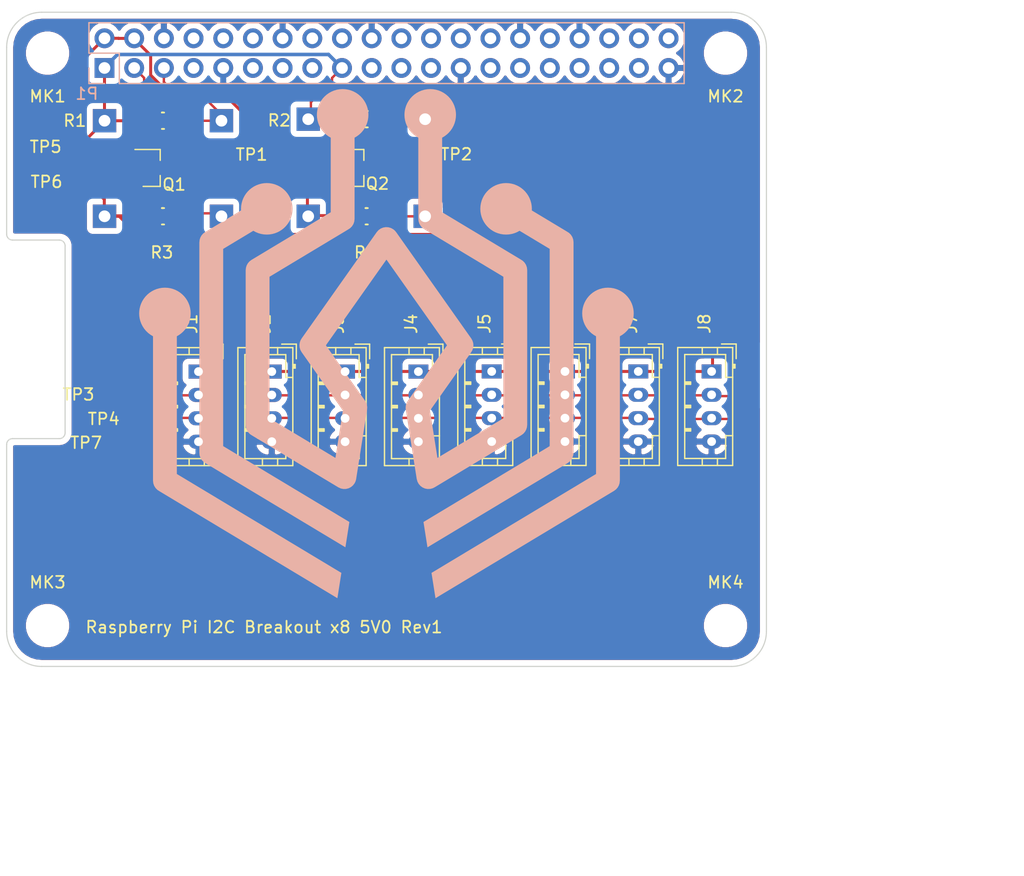
<source format=kicad_pcb>
(kicad_pcb (version 20171130) (host pcbnew "(5.1.2-1)-1")

  (general
    (thickness 1.5748)
    (drawings 35)
    (tracks 108)
    (zones 0)
    (modules 31)
    (nets 34)
  )

  (page A3)
  (title_block
    (date "15 nov 2012")
  )

  (layers
    (0 F.Cu signal)
    (31 B.Cu signal)
    (33 F.Adhes user)
    (34 B.Paste user)
    (35 F.Paste user)
    (36 B.SilkS user)
    (37 F.SilkS user)
    (38 B.Mask user)
    (39 F.Mask user)
    (40 Dwgs.User user)
    (41 Cmts.User user)
    (42 Eco1.User user)
    (43 Eco2.User user)
    (44 Edge.Cuts user)
    (45 Margin user)
    (46 B.CrtYd user)
    (47 F.CrtYd user)
    (49 F.Fab user)
  )

  (setup
    (last_trace_width 0.1524)
    (user_trace_width 0.1524)
    (user_trace_width 0.2032)
    (user_trace_width 0.254)
    (user_trace_width 0.3048)
    (trace_clearance 0.1524)
    (zone_clearance 0.508)
    (zone_45_only no)
    (trace_min 0.1524)
    (via_size 0.6858)
    (via_drill 0.3302)
    (via_min_size 0.508)
    (via_min_drill 0.254)
    (user_via 0.508 0.254)
    (user_via 0.6096 0.3048)
    (user_via 0.762 0.381)
    (uvia_size 0.6858)
    (uvia_drill 0.3302)
    (uvias_allowed no)
    (uvia_min_size 0.508)
    (uvia_min_drill 0.254)
    (edge_width 0.1)
    (segment_width 0.1)
    (pcb_text_width 0.15)
    (pcb_text_size 1 1)
    (mod_edge_width 0.15)
    (mod_text_size 1 1)
    (mod_text_width 0.15)
    (pad_size 2.5 2.5)
    (pad_drill 2.5)
    (pad_to_mask_clearance 0)
    (aux_axis_origin 200 150)
    (grid_origin 200 150)
    (visible_elements 7FFFFFFF)
    (pcbplotparams
      (layerselection 0x010fc_ffffffff)
      (usegerberextensions true)
      (usegerberattributes false)
      (usegerberadvancedattributes false)
      (creategerberjobfile false)
      (excludeedgelayer true)
      (linewidth 0.150000)
      (plotframeref false)
      (viasonmask false)
      (mode 1)
      (useauxorigin false)
      (hpglpennumber 1)
      (hpglpenspeed 20)
      (hpglpendiameter 15.000000)
      (psnegative false)
      (psa4output false)
      (plotreference true)
      (plotvalue true)
      (plotinvisibletext false)
      (padsonsilk false)
      (subtractmaskfromsilk false)
      (outputformat 1)
      (mirror false)
      (drillshape 0)
      (scaleselection 1)
      (outputdirectory ""))
  )

  (net 0 "")
  (net 1 +3V3)
  (net 2 +5V)
  (net 3 GND)
  (net 4 /I2C1_SDA_5V0)
  (net 5 /I2C1_SCL_5V0)
  (net 6 /I2C1_SDA_3V3)
  (net 7 /I2C1_SCL_3V3)
  (net 8 "Net-(P1-Pad7)")
  (net 9 "Net-(P1-Pad8)")
  (net 10 "Net-(P1-Pad10)")
  (net 11 "Net-(P1-Pad11)")
  (net 12 "Net-(P1-Pad12)")
  (net 13 "Net-(P1-Pad13)")
  (net 14 "Net-(P1-Pad15)")
  (net 15 "Net-(P1-Pad16)")
  (net 16 "Net-(P1-Pad18)")
  (net 17 "Net-(P1-Pad19)")
  (net 18 "Net-(P1-Pad21)")
  (net 19 "Net-(P1-Pad22)")
  (net 20 "Net-(P1-Pad23)")
  (net 21 "Net-(P1-Pad24)")
  (net 22 "Net-(P1-Pad26)")
  (net 23 "Net-(P1-Pad27)")
  (net 24 "Net-(P1-Pad28)")
  (net 25 "Net-(P1-Pad29)")
  (net 26 "Net-(P1-Pad31)")
  (net 27 "Net-(P1-Pad32)")
  (net 28 "Net-(P1-Pad33)")
  (net 29 "Net-(P1-Pad35)")
  (net 30 "Net-(P1-Pad36)")
  (net 31 "Net-(P1-Pad37)")
  (net 32 "Net-(P1-Pad38)")
  (net 33 "Net-(P1-Pad40)")

  (net_class Default "This is the default net class."
    (clearance 0.1524)
    (trace_width 0.1524)
    (via_dia 0.6858)
    (via_drill 0.3302)
    (uvia_dia 0.6858)
    (uvia_drill 0.3302)
    (add_net /I2C1_SCL_3V3)
    (add_net /I2C1_SCL_5V0)
    (add_net /I2C1_SDA_3V3)
    (add_net /I2C1_SDA_5V0)
    (add_net GND)
    (add_net "Net-(P1-Pad10)")
    (add_net "Net-(P1-Pad11)")
    (add_net "Net-(P1-Pad12)")
    (add_net "Net-(P1-Pad13)")
    (add_net "Net-(P1-Pad15)")
    (add_net "Net-(P1-Pad16)")
    (add_net "Net-(P1-Pad18)")
    (add_net "Net-(P1-Pad19)")
    (add_net "Net-(P1-Pad21)")
    (add_net "Net-(P1-Pad22)")
    (add_net "Net-(P1-Pad23)")
    (add_net "Net-(P1-Pad24)")
    (add_net "Net-(P1-Pad26)")
    (add_net "Net-(P1-Pad27)")
    (add_net "Net-(P1-Pad28)")
    (add_net "Net-(P1-Pad29)")
    (add_net "Net-(P1-Pad31)")
    (add_net "Net-(P1-Pad32)")
    (add_net "Net-(P1-Pad33)")
    (add_net "Net-(P1-Pad35)")
    (add_net "Net-(P1-Pad36)")
    (add_net "Net-(P1-Pad37)")
    (add_net "Net-(P1-Pad38)")
    (add_net "Net-(P1-Pad40)")
    (add_net "Net-(P1-Pad7)")
    (add_net "Net-(P1-Pad8)")
  )

  (net_class Power ""
    (clearance 0.1524)
    (trace_width 0.635)
    (via_dia 0.762)
    (via_drill 0.381)
    (uvia_dia 0.762)
    (uvia_drill 0.381)
    (add_net +3V3)
    (add_net +5V)
  )

  (module sqwr:sqwr_dark (layer B.Cu) (tedit 5D1BF471) (tstamp 5D1BF4FB)
    (at 232.49168 122.36734 180)
    (descr "Imported from /Users/spacehog/Downloads/logo2 (1).svg")
    (tags svg2mod)
    (attr smd)
    (fp_text reference svg2mod (at 0 24.838943) (layer B.SilkS) hide
      (effects (font (size 1.524 1.524) (thickness 0.3048)) (justify mirror))
    )
    (fp_text value G*** (at 0 -24.838943) (layer B.SilkS) hide
      (effects (font (size 1.524 1.524) (thickness 0.3048)) (justify mirror))
    )
    (fp_poly (pts (xy 4.765604 17.630705) (xy 4.765604 11.247685) (xy 6.033347 10.48512) (xy 11.544582 7.170138)
      (xy 11.718147 7.039532) (xy 11.85607 6.880384) (xy 11.956712 6.699303) (xy 12.018436 6.502901)
      (xy 12.0396 6.297789) (xy 12.042704 6.297789) (xy 12.042704 -0.332176) (xy 12.042704 -6.96214)
      (xy 12.016006 -7.194949) (xy 11.93993 -7.408778) (xy 11.820505 -7.597587) (xy 11.663759 -7.755334)
      (xy 11.47572 -7.875976) (xy 6.033347 -11.149472) (xy 4.115929 -12.302349) (xy 3.902148 -12.398959)
      (xy 3.679314 -12.443199) (xy 3.455788 -12.437162) (xy 3.239934 -12.382942) (xy 3.040115 -12.282631)
      (xy 2.864694 -12.138323) (xy 2.722033 -11.952112) (xy 2.645198 -11.794561) (xy 2.597573 -11.63066)
      (xy 2.584309 -11.545147) (xy 2.287411 -9.658492) (xy 1.840653 -6.815949) (xy 1.654951 -5.634567)
      (xy 1.643803 -5.434097) (xy 1.670967 -5.241114) (xy 1.733374 -5.059932) (xy 1.827953 -4.894862)
      (xy 1.825978 -4.893734) (xy 5.17906 -0.143933) (xy 0 7.192434) (xy -5.179342 -0.143933)
      (xy -1.82626 -4.893734) (xy -1.7204 -5.084692) (xy -1.659043 -5.287292) (xy -1.641078 -5.494761)
      (xy -1.665393 -5.700325) (xy -1.794651 -6.522438) (xy -2.5908 -11.586634) (xy -2.653124 -11.812432)
      (xy -2.76144 -12.011814) (xy -2.908796 -12.179683) (xy -3.088242 -12.310946) (xy -3.292826 -12.400508)
      (xy -3.515597 -12.443273) (xy -3.749604 -12.434147) (xy -3.941974 -12.385041) (xy -4.115929 -12.302067)
      (xy -4.116211 -12.302632) (xy -6.033347 -11.149472) (xy -11.544864 -7.834489) (xy -11.718318 -7.703884)
      (xy -11.856212 -7.544735) (xy -11.956852 -7.363654) (xy -12.018546 -7.167253) (xy -12.0396 -6.96214)
      (xy -12.042704 -6.96214) (xy -12.042704 -0.332176) (xy -12.042704 6.298071) (xy -12.015977 6.53088)
      (xy -11.939831 6.74471) (xy -11.820322 6.933518) (xy -11.663506 7.091265) (xy -11.475438 7.211907)
      (xy -6.033064 10.48512) (xy -4.76504 11.247685) (xy -4.76504 17.630705) (xy -4.971383 17.753311)
      (xy -5.162444 17.896925) (xy -5.336634 18.059955) (xy -5.492365 18.24081) (xy -5.628048 18.437899)
      (xy -5.742093 18.649632) (xy -5.832913 18.874416) (xy -5.898918 19.110662) (xy -5.93852 19.356776)
      (xy -5.950373 19.585941) (xy -5.942597 19.771518) (xy -5.919768 19.952955) (xy -5.88264 20.129501)
      (xy -5.809392 20.362757) (xy -5.711781 20.584084) (xy -5.591395 20.79189) (xy -5.449826 20.984582)
      (xy -5.288662 21.160568) (xy -5.109492 21.318256) (xy -4.913907 21.456053) (xy -4.703495 21.572367)
      (xy -4.479846 21.665606) (xy -4.244549 21.734176) (xy -3.999194 21.776486) (xy -3.745371 21.790943)
      (xy -3.491548 21.776491) (xy -3.246193 21.734196) (xy -3.010897 21.665645) (xy -2.787248 21.57243)
      (xy -2.576836 21.456139) (xy -2.38125 21.318362) (xy -2.20208 21.160688) (xy -2.040916 20.984707)
      (xy -1.899347 20.792009) (xy -1.778962 20.584182) (xy -1.68135 20.362816) (xy -1.608102 20.129501)
      (xy -1.571047 19.952955) (xy -1.548355 19.771518) (xy -1.540651 19.585941) (xy -1.552504 19.356776)
      (xy -1.592031 19.110587) (xy -1.657994 18.874303) (xy -1.748795 18.649507) (xy -1.862836 18.437783)
      (xy -1.998518 18.240717) (xy -2.154244 18.059892) (xy -2.328415 17.896892) (xy -2.519434 17.753302)
      (xy -2.725702 17.630705) (xy -2.725702 10.675056) (xy -2.728807 10.675056) (xy -2.749833 10.469944)
      (xy -2.811473 10.273542) (xy -2.912073 10.092461) (xy -3.04998 9.933313) (xy -3.223542 9.802707)
      (xy -4.989407 8.740705) (xy -10.003084 5.72516) (xy -10.003084 -0.331611) (xy -10.003084 -6.388382)
      (xy -4.989407 -9.404209) (xy -4.362873 -9.780976) (xy -3.72618 -5.730805) (xy -7.243516 -0.748453)
      (xy -7.350392 -0.56673) (xy -7.417051 -0.369084) (xy -7.442271 -0.162454) (xy -7.424828 0.046222)
      (xy -7.363499 0.250006) (xy -7.257062 0.44196) (xy -0.84328 9.527258) (xy -0.728028 9.66844)
      (xy -0.585047 9.789725) (xy -0.37872 9.902009) (xy -0.159474 9.962629) (xy 0.064186 9.973071)
      (xy 0.283753 9.934822) (xy 0.490722 9.849366) (xy 0.676585 9.71819) (xy 0.832838 9.54278)
      (xy 7.244362 0.461433) (xy 7.351238 0.27971) (xy 7.417898 0.082064) (xy 7.443117 -0.124566)
      (xy 7.425674 -0.333242) (xy 7.364346 -0.537026) (xy 7.257909 -0.72898) (xy 3.726744 -5.731087)
      (xy 4.36372 -9.781258) (xy 4.990253 -9.404491) (xy 10.003931 -6.388665) (xy 10.003931 -0.331893)
      (xy 10.003931 5.72516) (xy 4.990253 8.740705) (xy 3.293816 9.760938) (xy 3.105747 9.881583)
      (xy 2.948931 10.039345) (xy 2.829422 10.228197) (xy 2.753276 10.44211) (xy 2.726549 10.675056)
      (xy 2.726549 17.630705) (xy 2.520207 17.753311) (xy 2.329148 17.896925) (xy 2.154965 18.059955)
      (xy 1.999249 18.24081) (xy 1.86359 18.437899) (xy 1.749579 18.649632) (xy 1.658809 18.874416)
      (xy 1.592869 19.110662) (xy 1.553351 19.356776) (xy 1.541498 19.585941) (xy 1.549264 19.771518)
      (xy 1.57202 19.952955) (xy 1.608949 20.129501) (xy 1.682202 20.362757) (xy 1.779828 20.584084)
      (xy 1.900233 20.79189) (xy 2.041826 20.984582) (xy 2.203013 21.160568) (xy 2.382203 21.318256)
      (xy 2.577802 21.456053) (xy 2.78822 21.572367) (xy 3.011862 21.665606) (xy 3.247138 21.734176)
      (xy 3.492454 21.776486) (xy 3.746218 21.790943) (xy 4.000041 21.776491) (xy 4.245394 21.734196)
      (xy 4.480688 21.665645) (xy 4.704331 21.57243) (xy 4.914733 21.456139) (xy 5.110304 21.318362)
      (xy 5.289452 21.160688) (xy 5.450589 20.984707) (xy 5.592123 20.792009) (xy 5.712464 20.584182)
      (xy 5.810021 20.362816) (xy 5.883204 20.129501) (xy 5.920332 19.952955) (xy 5.943161 19.771518)
      (xy 5.950938 19.585941) (xy 5.939084 19.356776) (xy 5.899483 19.110662) (xy 5.833478 18.874416)
      (xy 5.742658 18.649632) (xy 5.628612 18.437899) (xy 5.492929 18.24081) (xy 5.337199 18.059955)
      (xy 5.163008 17.896925) (xy 4.971947 17.753311) (xy 4.765604 17.630705)) (layer B.SilkS) (width 0))
    (fp_poly (pts (xy 12.44092 11.539785) (xy 12.427797 11.781896) (xy 12.389273 12.016176) (xy 12.32744 12.239683)
      (xy 12.24339 12.45302) (xy 12.138464 12.654847) (xy 12.014003 12.84382) (xy 11.871347 13.018599)
      (xy 11.711837 13.177841) (xy 11.536812 13.320204) (xy 11.347613 13.444346) (xy 11.14558 13.548927)
      (xy 10.932054 13.632603) (xy 10.708374 13.694033) (xy 10.475882 13.731875) (xy 10.235918 13.744787)
      (xy 9.995711 13.731849) (xy 9.762992 13.693929) (xy 9.539104 13.632375) (xy 9.325395 13.54853)
      (xy 9.12321 13.44374) (xy 8.933893 13.31935) (xy 8.758792 13.176705) (xy 8.599252 13.01715)
      (xy 8.456617 12.842031) (xy 8.332235 12.652692) (xy 8.22745 12.450479) (xy 8.143608 12.236736)
      (xy 8.082055 12.01281) (xy 8.044136 11.780044) (xy 8.031198 11.539785) (xy 8.044136 11.299578)
      (xy 8.082055 11.066859) (xy 8.143608 10.842971) (xy 8.22745 10.629262) (xy 8.332235 10.427077)
      (xy 8.456617 10.237761) (xy 8.599252 10.062659) (xy 8.758792 9.903119) (xy 8.933893 9.760484)
      (xy 9.12321 9.636102) (xy 9.325395 9.531317) (xy 9.539104 9.447475) (xy 9.762992 9.385922)
      (xy 9.995711 9.348003) (xy 10.235918 9.335065) (xy 10.485949 9.349101) (xy 10.727743 9.390191)
      (xy 10.959838 9.456802) (xy 11.180771 9.547404) (xy 11.389078 9.660467) (xy 13.96746 8.109656)
      (xy 13.96746 -8.772596) (xy 3.169638 -15.266812) (xy 3.51028 -17.434278) (xy 15.439813 -10.259343)
      (xy 15.627744 -10.138701) (xy 15.784477 -9.980954) (xy 15.903942 -9.792145) (xy 15.980072 -9.578316)
      (xy 16.006798 -9.345507) (xy 16.006798 8.682285) (xy 16.003693 8.682285) (xy 15.98264 8.887397)
      (xy 15.920946 9.083799) (xy 15.820305 9.26488) (xy 15.682412 9.424028) (xy 15.508958 9.554634)
      (xy 12.436404 11.402343) (xy 12.44092 11.539785)) (layer B.SilkS) (width 0))
    (fp_poly (pts (xy -12.440638 11.539785) (xy -12.427373 11.781896) (xy -12.388709 12.016176) (xy -12.326931 12.239683)
      (xy -12.24292 12.45302) (xy -12.138019 12.654847) (xy -12.013572 12.84382) (xy -11.870922 13.018599)
      (xy -11.711413 13.177841) (xy -11.536388 13.320204) (xy -11.347191 13.444346) (xy -11.145164 13.548927)
      (xy -10.931652 13.632603) (xy -10.707998 13.694033) (xy -10.475544 13.731875) (xy -10.235636 13.744787)
      (xy -9.995429 13.731849) (xy -9.762709 13.693929) (xy -9.538822 13.632375) (xy -9.325113 13.54853)
      (xy -9.122927 13.44374) (xy -8.933611 13.31935) (xy -8.75851 13.176705) (xy -8.598969 13.01715)
      (xy -8.456335 12.842031) (xy -8.331953 12.652692) (xy -8.227168 12.450479) (xy -8.143326 12.236736)
      (xy -8.081773 12.01281) (xy -8.043854 11.780044) (xy -8.030916 11.539785) (xy -8.043854 11.299578)
      (xy -8.081773 11.066859) (xy -8.143326 10.842971) (xy -8.227168 10.629262) (xy -8.331953 10.427077)
      (xy -8.456335 10.237761) (xy -8.598969 10.062659) (xy -8.75851 9.903119) (xy -8.933611 9.760484)
      (xy -9.122927 9.636102) (xy -9.325113 9.531317) (xy -9.538822 9.447475) (xy -9.762709 9.385922)
      (xy -9.995429 9.348003) (xy -10.235636 9.335065) (xy -10.485693 9.349101) (xy -10.727542 9.390191)
      (xy -10.959678 9.456802) (xy -11.180597 9.547404) (xy -11.388796 9.660467) (xy -13.966896 8.109656)
      (xy -13.966896 -8.772596) (xy -3.169073 -15.266812) (xy -3.509998 -17.434278) (xy -15.508393 -10.217856)
      (xy -15.681847 -10.08725) (xy -15.819741 -9.928102) (xy -15.920381 -9.747021) (xy -15.982075 -9.550619)
      (xy -16.003129 -9.345507) (xy -16.006233 -9.345507) (xy -16.006233 8.682285) (xy -15.979506 8.915093)
      (xy -15.90336 9.128923) (xy -15.783851 9.317732) (xy -15.627035 9.475478) (xy -15.438967 9.59612)
      (xy -12.43584 11.402343) (xy -12.440638 11.539785)) (layer B.SilkS) (width 0))
    (fp_poly (pts (xy 21.06422 1.9558) (xy 21.114393 2.159397) (xy 21.145186 2.369893) (xy 21.15566 2.586285)
      (xy 21.146946 2.78317) (xy 21.121511 2.975187) (xy 21.066602 3.208764) (xy 20.987646 3.432044)
      (xy 20.88611 3.643566) (xy 20.763456 3.841872) (xy 20.62115 4.025502) (xy 20.460656 4.192995)
      (xy 20.283438 4.342892) (xy 20.09096 4.473733) (xy 19.884688 4.584058) (xy 19.666086 4.672407)
      (xy 19.436617 4.737322) (xy 19.197747 4.777341) (xy 18.95094 4.791005) (xy 18.710734 4.778066)
      (xy 18.478014 4.740147) (xy 18.254127 4.678594) (xy 18.040417 4.594753) (xy 17.838232 4.489968)
      (xy 17.648916 4.365585) (xy 17.473814 4.222951) (xy 17.314274 4.06341) (xy 17.17164 3.888309)
      (xy 17.047257 3.698993) (xy 16.942472 3.496807) (xy 16.85863 3.283098) (xy 16.797077 3.059211)
      (xy 16.759159 2.826491) (xy 16.74622 2.586285) (xy 16.76039 2.33498) (xy 16.801867 2.091958)
      (xy 16.869108 1.85876) (xy 16.960564 1.63693) (xy 17.074691 1.428009) (xy 17.209943 1.233541)
      (xy 17.364772 1.055069) (xy 17.537634 0.894134) (xy 17.726983 0.75228) (xy 17.931271 0.631049)
      (xy 17.931271 -11.157092) (xy 3.854591 -19.623476) (xy 4.195233 -21.790943) (xy 19.403624 -12.643838)
      (xy 19.591555 -12.523223) (xy 19.748288 -12.365531) (xy 19.867754 -12.176763) (xy 19.943884 -11.96292)
      (xy 19.970609 -11.730003) (xy 19.970609 0.630767) (xy 20.186772 0.760193) (xy 20.386027 0.91261)
      (xy 20.566531 1.086197) (xy 20.726444 1.279131) (xy 20.863925 1.48959) (xy 20.97713 1.715754)
      (xy 21.06422 1.9558)) (layer B.SilkS) (width 0))
    (fp_poly (pts (xy -21.063938 1.9558) (xy -21.114184 2.159397) (xy -21.145113 2.369893) (xy -21.15566 2.586285)
      (xy -21.146946 2.78317) (xy -21.121511 2.975187) (xy -21.066606 3.208764) (xy -20.987663 3.432044)
      (xy -20.886144 3.643566) (xy -20.763512 3.841872) (xy -20.621227 4.025502) (xy -20.460753 4.192995)
      (xy -20.283551 4.342892) (xy -20.091084 4.473733) (xy -19.884813 4.584058) (xy -19.666201 4.672407)
      (xy -19.436711 4.737322) (xy -19.197803 4.777341) (xy -18.95094 4.791005) (xy -18.710734 4.778066)
      (xy -18.478014 4.740147) (xy -18.254127 4.678594) (xy -18.040417 4.594753) (xy -17.838232 4.489968)
      (xy -17.648916 4.365585) (xy -17.473814 4.222951) (xy -17.314274 4.06341) (xy -17.17164 3.888309)
      (xy -17.047257 3.698993) (xy -16.942472 3.496807) (xy -16.85863 3.283098) (xy -16.797077 3.059211)
      (xy -16.759159 2.826491) (xy -16.74622 2.586285) (xy -16.76039 2.33498) (xy -16.801867 2.091958)
      (xy -16.869108 1.85876) (xy -16.960564 1.63693) (xy -17.074691 1.428009) (xy -17.209943 1.233541)
      (xy -17.364772 1.055069) (xy -17.537634 0.894134) (xy -17.726983 0.75228) (xy -17.931271 0.631049)
      (xy -17.931271 -11.157092) (xy -3.854873 -19.623759) (xy -4.195798 -21.790943) (xy -19.473051 -12.602069)
      (xy -19.646505 -12.471491) (xy -19.784399 -12.312396) (xy -19.885039 -12.131357) (xy -19.946733 -11.934941)
      (xy -19.967787 -11.72972) (xy -19.970891 -11.72972) (xy -19.970891 0.631049) (xy -20.186845 0.760371)
      (xy -20.38595 0.912713) (xy -20.566354 1.08625) (xy -20.726207 1.279153) (xy -20.863655 1.489597)
      (xy -20.97685 1.715755) (xy -21.063938 1.9558)) (layer B.SilkS) (width 0))
  )

  (module sqwr:sqwr_dark (layer F.Cu) (tedit 5D1B122C) (tstamp 5D1B101A)
    (at 220.27682 117.28988)
    (descr "Imported from /Users/spacehog/Downloads/sqwr_solid.svg")
    (tags svg2mod)
    (attr smd)
    (fp_text reference svg2mod (at 0 -3.048) (layer F.SilkS) hide
      (effects (font (size 1.524 1.524) (thickness 0.3048)))
    )
    (fp_text value G*** (at 0 3.048) (layer F.SilkS) hide
      (effects (font (size 1.524 1.524) (thickness 0.3048)))
    )
  )

  (module sqwr:sqwr_dark (layer F.Cu) (tedit 5D1B122C) (tstamp 5D1B0F98)
    (at 245.7962 117.7293)
    (descr "Imported from /Users/spacehog/Downloads/sqwr_solid.svg")
    (tags svg2mod)
    (attr smd)
    (fp_text reference svg2mod (at 0 -3.048) (layer F.SilkS) hide
      (effects (font (size 1.524 1.524) (thickness 0.3048)))
    )
    (fp_text value G*** (at 0 3.048) (layer F.SilkS) hide
      (effects (font (size 1.524 1.524) (thickness 0.3048)))
    )
  )

  (module sqwr:sqwr_dark (layer F.Cu) (tedit 5D1B122C) (tstamp 5D1B0F85)
    (at 224.8666 118.16618)
    (descr "Imported from /Users/spacehog/Downloads/sqwr_solid.svg")
    (tags svg2mod)
    (attr smd)
    (fp_text reference svg2mod (at 0 -3.048) (layer F.SilkS) hide
      (effects (font (size 1.524 1.524) (thickness 0.3048)))
    )
    (fp_text value G*** (at 0 3.048) (layer F.SilkS) hide
      (effects (font (size 1.524 1.524) (thickness 0.3048)))
    )
  )

  (module sqwr:sqwr_dark (layer F.Cu) (tedit 5D1B122C) (tstamp 5D1B0F5F)
    (at 214.8844 118.31096)
    (descr "Imported from /Users/spacehog/Downloads/sqwr_solid.svg")
    (tags svg2mod)
    (attr smd)
    (fp_text reference svg2mod (at 0 -3.048) (layer F.SilkS) hide
      (effects (font (size 1.524 1.524) (thickness 0.3048)))
    )
    (fp_text value G*** (at 0 3.048) (layer F.SilkS) hide
      (effects (font (size 1.524 1.524) (thickness 0.3048)))
    )
  )

  (module Mounting_Holes:MountingHole_2.7mm_M2.5 (layer F.Cu) (tedit 56D1B4CB) (tstamp 5A793E98)
    (at 261.5 146.5)
    (descr "Mounting Hole 2.7mm, no annular, M2.5")
    (tags "mounting hole 2.7mm no annular m2.5")
    (path /5834FC4F)
    (attr virtual)
    (fp_text reference MK4 (at 0 -3.7) (layer F.SilkS)
      (effects (font (size 1 1) (thickness 0.15)))
    )
    (fp_text value M2.5 (at 0 3.7) (layer F.Fab)
      (effects (font (size 1 1) (thickness 0.15)))
    )
    (fp_text user %R (at 0.3 0) (layer F.Fab)
      (effects (font (size 1 1) (thickness 0.15)))
    )
    (fp_circle (center 0 0) (end 2.7 0) (layer Cmts.User) (width 0.15))
    (fp_circle (center 0 0) (end 2.95 0) (layer F.CrtYd) (width 0.05))
    (pad 1 np_thru_hole circle (at 0 0) (size 2.7 2.7) (drill 2.7) (layers *.Cu *.Mask))
  )

  (module Mounting_Holes:MountingHole_2.7mm_M2.5 (layer F.Cu) (tedit 56D1B4CB) (tstamp 5A793E91)
    (at 203.5 146.5)
    (descr "Mounting Hole 2.7mm, no annular, M2.5")
    (tags "mounting hole 2.7mm no annular m2.5")
    (path /5834FBEF)
    (attr virtual)
    (fp_text reference MK3 (at 0 -3.7) (layer F.SilkS)
      (effects (font (size 1 1) (thickness 0.15)))
    )
    (fp_text value M2.5 (at 0 3.7) (layer F.Fab)
      (effects (font (size 1 1) (thickness 0.15)))
    )
    (fp_text user %R (at 0.3 0) (layer F.Fab)
      (effects (font (size 1 1) (thickness 0.15)))
    )
    (fp_circle (center 0 0) (end 2.7 0) (layer Cmts.User) (width 0.15))
    (fp_circle (center 0 0) (end 2.95 0) (layer F.CrtYd) (width 0.05))
    (pad 1 np_thru_hole circle (at 0 0) (size 2.7 2.7) (drill 2.7) (layers *.Cu *.Mask))
  )

  (module Mounting_Holes:MountingHole_2.7mm_M2.5 (layer F.Cu) (tedit 56D1B4CB) (tstamp 5A793E8A)
    (at 261.5 97.5 180)
    (descr "Mounting Hole 2.7mm, no annular, M2.5")
    (tags "mounting hole 2.7mm no annular m2.5")
    (path /5834FC19)
    (attr virtual)
    (fp_text reference MK2 (at 0 -3.7) (layer F.SilkS)
      (effects (font (size 1 1) (thickness 0.15)))
    )
    (fp_text value M2.5 (at 0 3.7) (layer F.Fab)
      (effects (font (size 1 1) (thickness 0.15)))
    )
    (fp_text user %R (at 0.3 0) (layer F.Fab)
      (effects (font (size 1 1) (thickness 0.15)))
    )
    (fp_circle (center 0 0) (end 2.7 0) (layer Cmts.User) (width 0.15))
    (fp_circle (center 0 0) (end 2.95 0) (layer F.CrtYd) (width 0.05))
    (pad 1 np_thru_hole circle (at 0 0 180) (size 2.7 2.7) (drill 2.7) (layers *.Cu *.Mask))
  )

  (module Mounting_Holes:MountingHole_2.7mm_M2.5 (layer F.Cu) (tedit 56D1B4CB) (tstamp 5A793E83)
    (at 203.5 97.5 180)
    (descr "Mounting Hole 2.7mm, no annular, M2.5")
    (tags "mounting hole 2.7mm no annular m2.5")
    (path /5834FB2E)
    (attr virtual)
    (fp_text reference MK1 (at 0 -3.7) (layer F.SilkS)
      (effects (font (size 1 1) (thickness 0.15)))
    )
    (fp_text value M2.5 (at 0 3.7) (layer F.Fab)
      (effects (font (size 1 1) (thickness 0.15)))
    )
    (fp_text user %R (at 0.3 0) (layer F.Fab)
      (effects (font (size 1 1) (thickness 0.15)))
    )
    (fp_circle (center 0 0) (end 2.7 0) (layer Cmts.User) (width 0.15))
    (fp_circle (center 0 0) (end 2.95 0) (layer F.CrtYd) (width 0.05))
    (pad 1 np_thru_hole circle (at 0 0 180) (size 2.7 2.7) (drill 2.7) (layers *.Cu *.Mask))
  )

  (module Measurement_Points:Measurement_Point_Round-SMD-Pad_Small (layer F.Cu) (tedit 56C35ED0) (tstamp 5D1B497A)
    (at 209.37514 130.85602)
    (descr "Mesurement Point, Round, SMD Pad, DM 1.5mm,")
    (tags "Mesurement Point Round SMD Pad 1.5mm")
    (path /5D2C3F03)
    (attr virtual)
    (fp_text reference TP7 (at -2.57556 0) (layer F.SilkS)
      (effects (font (size 1 1) (thickness 0.15)))
    )
    (fp_text value TP_GND (at 0 2) (layer F.Fab)
      (effects (font (size 1 1) (thickness 0.15)))
    )
    (fp_circle (center 0 0) (end 1 0) (layer F.CrtYd) (width 0.05))
    (pad 1 smd circle (at 0 0) (size 1.5 1.5) (layers F.Cu F.Mask)
      (net 3 GND))
  )

  (module Measurement_Points:Measurement_Point_Round-SMD-Pad_Small (layer F.Cu) (tedit 56C35ED0) (tstamp 5D1AC419)
    (at 205.93598 108.5218)
    (descr "Mesurement Point, Round, SMD Pad, DM 1.5mm,")
    (tags "Mesurement Point Round SMD Pad 1.5mm")
    (path /5D2BC8FC)
    (attr virtual)
    (fp_text reference TP6 (at -2.51968 0) (layer F.SilkS)
      (effects (font (size 1 1) (thickness 0.15)))
    )
    (fp_text value TP_P5V0 (at 0 2) (layer F.Fab)
      (effects (font (size 1 1) (thickness 0.15)))
    )
    (fp_circle (center 0 0) (end 1 0) (layer F.CrtYd) (width 0.05))
    (pad 1 smd circle (at 0 0) (size 1.5 1.5) (layers F.Cu F.Mask)
      (net 2 +5V))
  )

  (module Measurement_Points:Measurement_Point_Round-SMD-Pad_Small (layer F.Cu) (tedit 56C35ED0) (tstamp 5D1AC416)
    (at 205.93598 105.62112)
    (descr "Mesurement Point, Round, SMD Pad, DM 1.5mm,")
    (tags "Mesurement Point Round SMD Pad 1.5mm")
    (path /5D2BC8F4)
    (attr virtual)
    (fp_text reference TP5 (at -2.59842 -0.09652) (layer F.SilkS)
      (effects (font (size 1 1) (thickness 0.15)))
    )
    (fp_text value TP_P3V3 (at 0 2) (layer F.Fab)
      (effects (font (size 1 1) (thickness 0.15)))
    )
    (fp_circle (center 0 0) (end 1 0) (layer F.CrtYd) (width 0.05))
    (pad 1 smd circle (at 0 0) (size 1.5 1.5) (layers F.Cu F.Mask)
      (net 1 +3V3))
  )

  (module Measurement_Points:Measurement_Point_Round-SMD-Pad_Small (layer F.Cu) (tedit 56C35ED0) (tstamp 5D1AC413)
    (at 210.87882 128.8164)
    (descr "Mesurement Point, Round, SMD Pad, DM 1.5mm,")
    (tags "Mesurement Point Round SMD Pad 1.5mm")
    (path /5D1F45DC)
    (attr virtual)
    (fp_text reference TP4 (at -2.57302 0) (layer F.SilkS)
      (effects (font (size 1 1) (thickness 0.15)))
    )
    (fp_text value TP_I2C1_SCL_5V0 (at 0 2) (layer F.Fab)
      (effects (font (size 1 1) (thickness 0.15)))
    )
    (fp_circle (center 0 0) (end 1 0) (layer F.CrtYd) (width 0.05))
    (pad 1 smd circle (at 0 0) (size 1.5 1.5) (layers F.Cu F.Mask)
      (net 5 /I2C1_SCL_5V0))
  )

  (module Measurement_Points:Measurement_Point_Round-SMD-Pad_Small (layer F.Cu) (tedit 56C35ED0) (tstamp 5D1B5E17)
    (at 209.26846 126.66756)
    (descr "Mesurement Point, Round, SMD Pad, DM 1.5mm,")
    (tags "Mesurement Point Round SMD Pad 1.5mm")
    (path /5D1F45D4)
    (attr virtual)
    (fp_text reference TP3 (at -3.12166 0.05334) (layer F.SilkS)
      (effects (font (size 1 1) (thickness 0.15)))
    )
    (fp_text value TP_I2C1_SDA_5V0 (at 0 2) (layer F.Fab)
      (effects (font (size 1 1) (thickness 0.15)))
    )
    (fp_circle (center 0 0) (end 1 0) (layer F.CrtYd) (width 0.05))
    (pad 1 smd circle (at 0 0) (size 1.5 1.5) (layers F.Cu F.Mask)
      (net 4 /I2C1_SDA_5V0))
  )

  (module Measurement_Points:Measurement_Point_Round-SMD-Pad_Small (layer F.Cu) (tedit 56C35ED0) (tstamp 5D1AC40D)
    (at 235.814 106.10626)
    (descr "Mesurement Point, Round, SMD Pad, DM 1.5mm,")
    (tags "Mesurement Point Round SMD Pad 1.5mm")
    (path /5D1F2C94)
    (attr virtual)
    (fp_text reference TP2 (at 2.65176 0.05334) (layer F.SilkS)
      (effects (font (size 1 1) (thickness 0.15)))
    )
    (fp_text value TP_I2C1_SCL_3V3 (at 0 2) (layer F.Fab)
      (effects (font (size 1 1) (thickness 0.15)))
    )
    (fp_circle (center 0 0) (end 1 0) (layer F.CrtYd) (width 0.05))
    (pad 1 smd circle (at 0 0) (size 1.5 1.5) (layers F.Cu F.Mask)
      (net 7 /I2C1_SCL_3V3))
  )

  (module Measurement_Points:Measurement_Point_Round-SMD-Pad_Small (layer F.Cu) (tedit 56C35ED0) (tstamp 5D1AC40A)
    (at 218.3769 106.13166)
    (descr "Mesurement Point, Round, SMD Pad, DM 1.5mm,")
    (tags "Mesurement Point Round SMD Pad 1.5mm")
    (path /5D1E7380)
    (attr virtual)
    (fp_text reference TP1 (at 2.58064 0.05334) (layer F.SilkS)
      (effects (font (size 1 1) (thickness 0.15)))
    )
    (fp_text value TP_I2C1_SDA_3V3 (at 2.52984 2.80924) (layer F.Fab)
      (effects (font (size 1 1) (thickness 0.15)))
    )
    (fp_circle (center 0 0) (end 1 0) (layer F.CrtYd) (width 0.05))
    (pad 1 smd circle (at 0 0) (size 1.5 1.5) (layers F.Cu F.Mask)
      (net 6 /I2C1_SDA_3V3))
  )

  (module Resistors_Universal:Resistor_SMD+THTuniversal_0805to1206_RM10_HandSoldering_RevA_Date25Jun2010 (layer F.Cu) (tedit 0) (tstamp 5D1AC407)
    (at 230.80004 111.46566 180)
    (descr "Resistor, SMD and THT, universal, 0805 to 1206,RM10,  Hand soldering, Rev A, Date 25 Jun 2010,")
    (tags "Resistor, SMD and THT, universal, 0805 to 1206, RM10, Hand soldering, Rev A, Date 25 Jun 2010,")
    (path /5D2741E4)
    (fp_text reference R4 (at 0.09906 -3.0988) (layer F.SilkS)
      (effects (font (size 1 1) (thickness 0.15)))
    )
    (fp_text value 4K7 (at -0.39878 4.20116) (layer F.Fab)
      (effects (font (size 1 1) (thickness 0.15)))
    )
    (fp_line (start 0 0.70104) (end 0.09906 0.70104) (layer F.SilkS) (width 0.15))
    (fp_line (start 0.09906 0.70104) (end 0 0.70104) (layer F.SilkS) (width 0.15))
    (fp_line (start 0 0.70104) (end -0.09906 0.70104) (layer F.SilkS) (width 0.15))
    (fp_line (start 0 -0.70104) (end -0.09906 -0.70104) (layer F.SilkS) (width 0.15))
    (fp_line (start 0 -0.70104) (end 0.09906 -0.70104) (layer F.SilkS) (width 0.15))
    (pad 1 smd trapezoid (at -1.99898 0 180) (size 2.79908 1.99898) (rect_delta 0.39878 0 ) (layers F.Cu F.Paste F.Mask)
      (net 5 /I2C1_SCL_5V0))
    (pad 2 smd trapezoid (at 1.99898 0) (size 2.79908 1.99898) (rect_delta 0.39878 0 ) (layers F.Cu F.Paste F.Mask)
      (net 2 +5V))
    (pad 1 thru_hole rect (at -5.00126 0) (size 1.99898 1.99898) (drill 1.00076) (layers *.Cu *.Mask)
      (net 5 /I2C1_SCL_5V0))
    (pad 2 thru_hole rect (at 5.00126 0) (size 1.99898 1.99898) (drill 1.00076) (layers *.Cu *.Mask)
      (net 2 +5V))
  )

  (module Resistors_Universal:Resistor_SMD+THTuniversal_0805to1206_RM10_HandSoldering_RevA_Date25Jun2010 (layer F.Cu) (tedit 0) (tstamp 5D1AC404)
    (at 213.37564 111.46566 180)
    (descr "Resistor, SMD and THT, universal, 0805 to 1206,RM10,  Hand soldering, Rev A, Date 25 Jun 2010,")
    (tags "Resistor, SMD and THT, universal, 0805 to 1206, RM10, Hand soldering, Rev A, Date 25 Jun 2010,")
    (path /5D1B1E3D)
    (fp_text reference R3 (at 0.09906 -3.0988) (layer F.SilkS)
      (effects (font (size 1 1) (thickness 0.15)))
    )
    (fp_text value 4K7 (at -0.39878 4.20116) (layer F.Fab)
      (effects (font (size 1 1) (thickness 0.15)))
    )
    (fp_line (start 0 0.70104) (end 0.09906 0.70104) (layer F.SilkS) (width 0.15))
    (fp_line (start 0.09906 0.70104) (end 0 0.70104) (layer F.SilkS) (width 0.15))
    (fp_line (start 0 0.70104) (end -0.09906 0.70104) (layer F.SilkS) (width 0.15))
    (fp_line (start 0 -0.70104) (end -0.09906 -0.70104) (layer F.SilkS) (width 0.15))
    (fp_line (start 0 -0.70104) (end 0.09906 -0.70104) (layer F.SilkS) (width 0.15))
    (pad 1 smd trapezoid (at -1.99898 0 180) (size 2.79908 1.99898) (rect_delta 0.39878 0 ) (layers F.Cu F.Paste F.Mask)
      (net 4 /I2C1_SDA_5V0))
    (pad 2 smd trapezoid (at 1.99898 0) (size 2.79908 1.99898) (rect_delta 0.39878 0 ) (layers F.Cu F.Paste F.Mask)
      (net 2 +5V))
    (pad 1 thru_hole rect (at -5.00126 0) (size 1.99898 1.99898) (drill 1.00076) (layers *.Cu *.Mask)
      (net 4 /I2C1_SDA_5V0))
    (pad 2 thru_hole rect (at 5.00126 0) (size 1.99898 1.99898) (drill 1.00076) (layers *.Cu *.Mask)
      (net 2 +5V))
  )

  (module Resistors_Universal:Resistor_SMD+THTuniversal_0805to1206_RM10_HandSoldering_RevA_Date25Jun2010 (layer F.Cu) (tedit 0) (tstamp 5D1B47E1)
    (at 230.80004 103.15478 180)
    (descr "Resistor, SMD and THT, universal, 0805 to 1206,RM10,  Hand soldering, Rev A, Date 25 Jun 2010,")
    (tags "Resistor, SMD and THT, universal, 0805 to 1206, RM10, Hand soldering, Rev A, Date 25 Jun 2010,")
    (path /5D25D31A)
    (fp_text reference R2 (at 7.48284 -0.10922) (layer F.SilkS)
      (effects (font (size 1 1) (thickness 0.15)))
    )
    (fp_text value DNP (at -0.39878 4.20116) (layer F.Fab)
      (effects (font (size 1 1) (thickness 0.15)))
    )
    (fp_line (start 0 0.70104) (end 0.09906 0.70104) (layer F.SilkS) (width 0.15))
    (fp_line (start 0.09906 0.70104) (end 0 0.70104) (layer F.SilkS) (width 0.15))
    (fp_line (start 0 0.70104) (end -0.09906 0.70104) (layer F.SilkS) (width 0.15))
    (fp_line (start 0 -0.70104) (end -0.09906 -0.70104) (layer F.SilkS) (width 0.15))
    (fp_line (start 0 -0.70104) (end 0.09906 -0.70104) (layer F.SilkS) (width 0.15))
    (pad 1 smd trapezoid (at -1.99898 0 180) (size 2.79908 1.99898) (rect_delta 0.39878 0 ) (layers F.Cu F.Paste F.Mask)
      (net 7 /I2C1_SCL_3V3))
    (pad 2 smd trapezoid (at 1.99898 0) (size 2.79908 1.99898) (rect_delta 0.39878 0 ) (layers F.Cu F.Paste F.Mask)
      (net 1 +3V3))
    (pad 1 thru_hole rect (at -5.00126 0) (size 1.99898 1.99898) (drill 1.00076) (layers *.Cu *.Mask)
      (net 7 /I2C1_SCL_3V3))
    (pad 2 thru_hole rect (at 5.00126 0) (size 1.99898 1.99898) (drill 1.00076) (layers *.Cu *.Mask)
      (net 1 +3V3))
  )

  (module Resistors_Universal:Resistor_SMD+THTuniversal_0805to1206_RM10_HandSoldering_RevA_Date25Jun2010 (layer F.Cu) (tedit 0) (tstamp 5D1B482A)
    (at 213.37564 103.28686 180)
    (descr "Resistor, SMD and THT, universal, 0805 to 1206,RM10,  Hand soldering, Rev A, Date 25 Jun 2010,")
    (tags "Resistor, SMD and THT, universal, 0805 to 1206, RM10, Hand soldering, Rev A, Date 25 Jun 2010,")
    (path /5D1AEEE4)
    (fp_text reference R1 (at 7.5438 0) (layer F.SilkS)
      (effects (font (size 1 1) (thickness 0.15)))
    )
    (fp_text value DNP (at -0.39878 4.20116) (layer F.Fab)
      (effects (font (size 1 1) (thickness 0.15)))
    )
    (fp_line (start 0 0.70104) (end 0.09906 0.70104) (layer F.SilkS) (width 0.15))
    (fp_line (start 0.09906 0.70104) (end 0 0.70104) (layer F.SilkS) (width 0.15))
    (fp_line (start 0 0.70104) (end -0.09906 0.70104) (layer F.SilkS) (width 0.15))
    (fp_line (start 0 -0.70104) (end -0.09906 -0.70104) (layer F.SilkS) (width 0.15))
    (fp_line (start 0 -0.70104) (end 0.09906 -0.70104) (layer F.SilkS) (width 0.15))
    (pad 1 smd trapezoid (at -1.99898 0 180) (size 2.79908 1.99898) (rect_delta 0.39878 0 ) (layers F.Cu F.Paste F.Mask)
      (net 6 /I2C1_SDA_3V3))
    (pad 2 smd trapezoid (at 1.99898 0) (size 2.79908 1.99898) (rect_delta 0.39878 0 ) (layers F.Cu F.Paste F.Mask)
      (net 1 +3V3))
    (pad 1 thru_hole rect (at -5.00126 0) (size 1.99898 1.99898) (drill 1.00076) (layers *.Cu *.Mask)
      (net 6 /I2C1_SDA_3V3))
    (pad 2 thru_hole rect (at 5.00126 0) (size 1.99898 1.99898) (drill 1.00076) (layers *.Cu *.Mask)
      (net 1 +3V3))
  )

  (module TO_SOT_Packages_SMD:SOT-23 (layer F.Cu) (tedit 58CE4E7E) (tstamp 5D1B08CF)
    (at 229.80106 107.328)
    (descr "SOT-23, Standard")
    (tags SOT-23)
    (path /5D1D7F09)
    (attr smd)
    (fp_text reference Q2 (at 1.921 1.3462) (layer F.SilkS)
      (effects (font (size 1 1) (thickness 0.15)))
    )
    (fp_text value BSS138 (at 0 2.5) (layer F.Fab)
      (effects (font (size 1 1) (thickness 0.15)))
    )
    (fp_text user %R (at 0 0 90) (layer F.Fab)
      (effects (font (size 0.5 0.5) (thickness 0.075)))
    )
    (fp_line (start -0.7 -0.95) (end -0.7 1.5) (layer F.Fab) (width 0.1))
    (fp_line (start -0.15 -1.52) (end 0.7 -1.52) (layer F.Fab) (width 0.1))
    (fp_line (start -0.7 -0.95) (end -0.15 -1.52) (layer F.Fab) (width 0.1))
    (fp_line (start 0.7 -1.52) (end 0.7 1.52) (layer F.Fab) (width 0.1))
    (fp_line (start -0.7 1.52) (end 0.7 1.52) (layer F.Fab) (width 0.1))
    (fp_line (start 0.76 1.58) (end 0.76 0.65) (layer F.SilkS) (width 0.12))
    (fp_line (start 0.76 -1.58) (end 0.76 -0.65) (layer F.SilkS) (width 0.12))
    (fp_line (start -1.7 -1.75) (end 1.7 -1.75) (layer F.CrtYd) (width 0.05))
    (fp_line (start 1.7 -1.75) (end 1.7 1.75) (layer F.CrtYd) (width 0.05))
    (fp_line (start 1.7 1.75) (end -1.7 1.75) (layer F.CrtYd) (width 0.05))
    (fp_line (start -1.7 1.75) (end -1.7 -1.75) (layer F.CrtYd) (width 0.05))
    (fp_line (start 0.76 -1.58) (end -1.4 -1.58) (layer F.SilkS) (width 0.12))
    (fp_line (start 0.76 1.58) (end -0.7 1.58) (layer F.SilkS) (width 0.12))
    (pad 1 smd rect (at -1 -0.95) (size 0.9 0.8) (layers F.Cu F.Paste F.Mask)
      (net 1 +3V3))
    (pad 2 smd rect (at -1 0.95) (size 0.9 0.8) (layers F.Cu F.Paste F.Mask)
      (net 7 /I2C1_SCL_3V3))
    (pad 3 smd rect (at 1 0) (size 0.9 0.8) (layers F.Cu F.Paste F.Mask)
      (net 5 /I2C1_SCL_5V0))
    (model ${KISYS3DMOD}/TO_SOT_Packages_SMD.3dshapes/SOT-23.wrl
      (at (xyz 0 0 0))
      (scale (xyz 1 1 1))
      (rotate (xyz 0 0 0))
    )
  )

  (module TO_SOT_Packages_SMD:SOT-23 (layer F.Cu) (tedit 58CE4E7E) (tstamp 5D1AC3F8)
    (at 212.37666 107.328)
    (descr "SOT-23, Standard")
    (tags SOT-23)
    (path /5D1B2E29)
    (attr smd)
    (fp_text reference Q1 (at 1.94894 1.4224) (layer F.SilkS)
      (effects (font (size 1 1) (thickness 0.15)))
    )
    (fp_text value BSS138 (at 0 2.5) (layer F.Fab)
      (effects (font (size 1 1) (thickness 0.15)))
    )
    (fp_text user %R (at 0 0 90) (layer F.Fab)
      (effects (font (size 0.5 0.5) (thickness 0.075)))
    )
    (fp_line (start -0.7 -0.95) (end -0.7 1.5) (layer F.Fab) (width 0.1))
    (fp_line (start -0.15 -1.52) (end 0.7 -1.52) (layer F.Fab) (width 0.1))
    (fp_line (start -0.7 -0.95) (end -0.15 -1.52) (layer F.Fab) (width 0.1))
    (fp_line (start 0.7 -1.52) (end 0.7 1.52) (layer F.Fab) (width 0.1))
    (fp_line (start -0.7 1.52) (end 0.7 1.52) (layer F.Fab) (width 0.1))
    (fp_line (start 0.76 1.58) (end 0.76 0.65) (layer F.SilkS) (width 0.12))
    (fp_line (start 0.76 -1.58) (end 0.76 -0.65) (layer F.SilkS) (width 0.12))
    (fp_line (start -1.7 -1.75) (end 1.7 -1.75) (layer F.CrtYd) (width 0.05))
    (fp_line (start 1.7 -1.75) (end 1.7 1.75) (layer F.CrtYd) (width 0.05))
    (fp_line (start 1.7 1.75) (end -1.7 1.75) (layer F.CrtYd) (width 0.05))
    (fp_line (start -1.7 1.75) (end -1.7 -1.75) (layer F.CrtYd) (width 0.05))
    (fp_line (start 0.76 -1.58) (end -1.4 -1.58) (layer F.SilkS) (width 0.12))
    (fp_line (start 0.76 1.58) (end -0.7 1.58) (layer F.SilkS) (width 0.12))
    (pad 1 smd rect (at -1 -0.95) (size 0.9 0.8) (layers F.Cu F.Paste F.Mask)
      (net 1 +3V3))
    (pad 2 smd rect (at -1 0.95) (size 0.9 0.8) (layers F.Cu F.Paste F.Mask)
      (net 6 /I2C1_SDA_3V3))
    (pad 3 smd rect (at 1 0) (size 0.9 0.8) (layers F.Cu F.Paste F.Mask)
      (net 4 /I2C1_SDA_5V0))
    (model ${KISYS3DMOD}/TO_SOT_Packages_SMD.3dshapes/SOT-23.wrl
      (at (xyz 0 0 0))
      (scale (xyz 1 1 1))
      (rotate (xyz 0 0 0))
    )
  )

  (module Connectors_JST:JST_PH_B4B-PH-K_04x2.00mm_Straight (layer F.Cu) (tedit 58D3FE4F) (tstamp 5D1B5968)
    (at 260.30976 124.74732 270)
    (descr "JST PH series connector, B4B-PH-K, top entry type, through hole, Datasheet: http://www.jst-mfg.com/product/pdf/eng/ePH.pdf")
    (tags "connector jst ph")
    (path /5D203E29)
    (fp_text reference J8 (at -4.09194 0.6175 90) (layer F.SilkS)
      (effects (font (size 1 1) (thickness 0.15)))
    )
    (fp_text value CONN_JST_01x04 (at 3 3.8 90) (layer F.Fab)
      (effects (font (size 1 1) (thickness 0.15)))
    )
    (fp_line (start -2.05 -1.8) (end -2.05 2.9) (layer F.SilkS) (width 0.12))
    (fp_line (start -2.05 2.9) (end 8.05 2.9) (layer F.SilkS) (width 0.12))
    (fp_line (start 8.05 2.9) (end 8.05 -1.8) (layer F.SilkS) (width 0.12))
    (fp_line (start 8.05 -1.8) (end -2.05 -1.8) (layer F.SilkS) (width 0.12))
    (fp_line (start 0.5 -1.8) (end 0.5 -1.2) (layer F.SilkS) (width 0.12))
    (fp_line (start 0.5 -1.2) (end -1.45 -1.2) (layer F.SilkS) (width 0.12))
    (fp_line (start -1.45 -1.2) (end -1.45 2.3) (layer F.SilkS) (width 0.12))
    (fp_line (start -1.45 2.3) (end 7.45 2.3) (layer F.SilkS) (width 0.12))
    (fp_line (start 7.45 2.3) (end 7.45 -1.2) (layer F.SilkS) (width 0.12))
    (fp_line (start 7.45 -1.2) (end 5.5 -1.2) (layer F.SilkS) (width 0.12))
    (fp_line (start 5.5 -1.2) (end 5.5 -1.8) (layer F.SilkS) (width 0.12))
    (fp_line (start -2.05 -0.5) (end -1.45 -0.5) (layer F.SilkS) (width 0.12))
    (fp_line (start -2.05 0.8) (end -1.45 0.8) (layer F.SilkS) (width 0.12))
    (fp_line (start 8.05 -0.5) (end 7.45 -0.5) (layer F.SilkS) (width 0.12))
    (fp_line (start 8.05 0.8) (end 7.45 0.8) (layer F.SilkS) (width 0.12))
    (fp_line (start -0.3 -1.8) (end -0.3 -2) (layer F.SilkS) (width 0.12))
    (fp_line (start -0.3 -2) (end -0.6 -2) (layer F.SilkS) (width 0.12))
    (fp_line (start -0.6 -2) (end -0.6 -1.8) (layer F.SilkS) (width 0.12))
    (fp_line (start -0.3 -1.9) (end -0.6 -1.9) (layer F.SilkS) (width 0.12))
    (fp_line (start 0.9 2.3) (end 0.9 1.8) (layer F.SilkS) (width 0.12))
    (fp_line (start 0.9 1.8) (end 1.1 1.8) (layer F.SilkS) (width 0.12))
    (fp_line (start 1.1 1.8) (end 1.1 2.3) (layer F.SilkS) (width 0.12))
    (fp_line (start 1 2.3) (end 1 1.8) (layer F.SilkS) (width 0.12))
    (fp_line (start 2.9 2.3) (end 2.9 1.8) (layer F.SilkS) (width 0.12))
    (fp_line (start 2.9 1.8) (end 3.1 1.8) (layer F.SilkS) (width 0.12))
    (fp_line (start 3.1 1.8) (end 3.1 2.3) (layer F.SilkS) (width 0.12))
    (fp_line (start 3 2.3) (end 3 1.8) (layer F.SilkS) (width 0.12))
    (fp_line (start 4.9 2.3) (end 4.9 1.8) (layer F.SilkS) (width 0.12))
    (fp_line (start 4.9 1.8) (end 5.1 1.8) (layer F.SilkS) (width 0.12))
    (fp_line (start 5.1 1.8) (end 5.1 2.3) (layer F.SilkS) (width 0.12))
    (fp_line (start 5 2.3) (end 5 1.8) (layer F.SilkS) (width 0.12))
    (fp_line (start -1.1 -2.1) (end -2.35 -2.1) (layer F.SilkS) (width 0.12))
    (fp_line (start -2.35 -2.1) (end -2.35 -0.85) (layer F.SilkS) (width 0.12))
    (fp_line (start -1.1 -2.1) (end -2.35 -2.1) (layer F.Fab) (width 0.1))
    (fp_line (start -2.35 -2.1) (end -2.35 -0.85) (layer F.Fab) (width 0.1))
    (fp_line (start -1.95 -1.7) (end -1.95 2.8) (layer F.Fab) (width 0.1))
    (fp_line (start -1.95 2.8) (end 7.95 2.8) (layer F.Fab) (width 0.1))
    (fp_line (start 7.95 2.8) (end 7.95 -1.7) (layer F.Fab) (width 0.1))
    (fp_line (start 7.95 -1.7) (end -1.95 -1.7) (layer F.Fab) (width 0.1))
    (fp_line (start -2.45 -2.2) (end -2.45 3.3) (layer F.CrtYd) (width 0.05))
    (fp_line (start -2.45 3.3) (end 8.45 3.3) (layer F.CrtYd) (width 0.05))
    (fp_line (start 8.45 3.3) (end 8.45 -2.2) (layer F.CrtYd) (width 0.05))
    (fp_line (start 8.45 -2.2) (end -2.45 -2.2) (layer F.CrtYd) (width 0.05))
    (fp_text user %R (at 3 1.5 90) (layer F.Fab)
      (effects (font (size 1 1) (thickness 0.15)))
    )
    (pad 1 thru_hole rect (at 0 0 270) (size 1.2 1.7) (drill 0.75) (layers *.Cu *.Mask)
      (net 2 +5V))
    (pad 2 thru_hole oval (at 2 0 270) (size 1.2 1.7) (drill 0.75) (layers *.Cu *.Mask)
      (net 4 /I2C1_SDA_5V0))
    (pad 3 thru_hole oval (at 4 0 270) (size 1.2 1.7) (drill 0.75) (layers *.Cu *.Mask)
      (net 5 /I2C1_SCL_5V0))
    (pad 4 thru_hole oval (at 6 0 270) (size 1.2 1.7) (drill 0.75) (layers *.Cu *.Mask)
      (net 3 GND))
    (model ${KISYS3DMOD}/Connectors_JST.3dshapes/JST_PH_B4B-PH-K_04x2.00mm_Straight.wrl
      (at (xyz 0 0 0))
      (scale (xyz 1 1 1))
      (rotate (xyz 0 0 0))
    )
    (model ${KISYS3DMOD}/Connector_JST.3dshapes/JST_PH_B4B-PH-K_1x04_P2.00mm_Vertical.step
      (at (xyz 0 0 0))
      (scale (xyz 1 1 1))
      (rotate (xyz 0 0 0))
    )
  )

  (module Connectors_JST:JST_PH_B4B-PH-K_04x2.00mm_Straight (layer F.Cu) (tedit 58D3FE4F) (tstamp 5D1B5CFE)
    (at 254.0385 124.74732 270)
    (descr "JST PH series connector, B4B-PH-K, top entry type, through hole, Datasheet: http://www.jst-mfg.com/product/pdf/eng/ePH.pdf")
    (tags "connector jst ph")
    (path /5D203E23)
    (fp_text reference J7 (at -4.09194 0.6175 90) (layer F.SilkS)
      (effects (font (size 1 1) (thickness 0.15)))
    )
    (fp_text value CONN_JST_01x04 (at 3 3.8 90) (layer F.Fab)
      (effects (font (size 1 1) (thickness 0.15)))
    )
    (fp_line (start -2.05 -1.8) (end -2.05 2.9) (layer F.SilkS) (width 0.12))
    (fp_line (start -2.05 2.9) (end 8.05 2.9) (layer F.SilkS) (width 0.12))
    (fp_line (start 8.05 2.9) (end 8.05 -1.8) (layer F.SilkS) (width 0.12))
    (fp_line (start 8.05 -1.8) (end -2.05 -1.8) (layer F.SilkS) (width 0.12))
    (fp_line (start 0.5 -1.8) (end 0.5 -1.2) (layer F.SilkS) (width 0.12))
    (fp_line (start 0.5 -1.2) (end -1.45 -1.2) (layer F.SilkS) (width 0.12))
    (fp_line (start -1.45 -1.2) (end -1.45 2.3) (layer F.SilkS) (width 0.12))
    (fp_line (start -1.45 2.3) (end 7.45 2.3) (layer F.SilkS) (width 0.12))
    (fp_line (start 7.45 2.3) (end 7.45 -1.2) (layer F.SilkS) (width 0.12))
    (fp_line (start 7.45 -1.2) (end 5.5 -1.2) (layer F.SilkS) (width 0.12))
    (fp_line (start 5.5 -1.2) (end 5.5 -1.8) (layer F.SilkS) (width 0.12))
    (fp_line (start -2.05 -0.5) (end -1.45 -0.5) (layer F.SilkS) (width 0.12))
    (fp_line (start -2.05 0.8) (end -1.45 0.8) (layer F.SilkS) (width 0.12))
    (fp_line (start 8.05 -0.5) (end 7.45 -0.5) (layer F.SilkS) (width 0.12))
    (fp_line (start 8.05 0.8) (end 7.45 0.8) (layer F.SilkS) (width 0.12))
    (fp_line (start -0.3 -1.8) (end -0.3 -2) (layer F.SilkS) (width 0.12))
    (fp_line (start -0.3 -2) (end -0.6 -2) (layer F.SilkS) (width 0.12))
    (fp_line (start -0.6 -2) (end -0.6 -1.8) (layer F.SilkS) (width 0.12))
    (fp_line (start -0.3 -1.9) (end -0.6 -1.9) (layer F.SilkS) (width 0.12))
    (fp_line (start 0.9 2.3) (end 0.9 1.8) (layer F.SilkS) (width 0.12))
    (fp_line (start 0.9 1.8) (end 1.1 1.8) (layer F.SilkS) (width 0.12))
    (fp_line (start 1.1 1.8) (end 1.1 2.3) (layer F.SilkS) (width 0.12))
    (fp_line (start 1 2.3) (end 1 1.8) (layer F.SilkS) (width 0.12))
    (fp_line (start 2.9 2.3) (end 2.9 1.8) (layer F.SilkS) (width 0.12))
    (fp_line (start 2.9 1.8) (end 3.1 1.8) (layer F.SilkS) (width 0.12))
    (fp_line (start 3.1 1.8) (end 3.1 2.3) (layer F.SilkS) (width 0.12))
    (fp_line (start 3 2.3) (end 3 1.8) (layer F.SilkS) (width 0.12))
    (fp_line (start 4.9 2.3) (end 4.9 1.8) (layer F.SilkS) (width 0.12))
    (fp_line (start 4.9 1.8) (end 5.1 1.8) (layer F.SilkS) (width 0.12))
    (fp_line (start 5.1 1.8) (end 5.1 2.3) (layer F.SilkS) (width 0.12))
    (fp_line (start 5 2.3) (end 5 1.8) (layer F.SilkS) (width 0.12))
    (fp_line (start -1.1 -2.1) (end -2.35 -2.1) (layer F.SilkS) (width 0.12))
    (fp_line (start -2.35 -2.1) (end -2.35 -0.85) (layer F.SilkS) (width 0.12))
    (fp_line (start -1.1 -2.1) (end -2.35 -2.1) (layer F.Fab) (width 0.1))
    (fp_line (start -2.35 -2.1) (end -2.35 -0.85) (layer F.Fab) (width 0.1))
    (fp_line (start -1.95 -1.7) (end -1.95 2.8) (layer F.Fab) (width 0.1))
    (fp_line (start -1.95 2.8) (end 7.95 2.8) (layer F.Fab) (width 0.1))
    (fp_line (start 7.95 2.8) (end 7.95 -1.7) (layer F.Fab) (width 0.1))
    (fp_line (start 7.95 -1.7) (end -1.95 -1.7) (layer F.Fab) (width 0.1))
    (fp_line (start -2.45 -2.2) (end -2.45 3.3) (layer F.CrtYd) (width 0.05))
    (fp_line (start -2.45 3.3) (end 8.45 3.3) (layer F.CrtYd) (width 0.05))
    (fp_line (start 8.45 3.3) (end 8.45 -2.2) (layer F.CrtYd) (width 0.05))
    (fp_line (start 8.45 -2.2) (end -2.45 -2.2) (layer F.CrtYd) (width 0.05))
    (fp_text user %R (at 3 1.5 90) (layer F.Fab)
      (effects (font (size 1 1) (thickness 0.15)))
    )
    (pad 1 thru_hole rect (at 0 0 270) (size 1.2 1.7) (drill 0.75) (layers *.Cu *.Mask)
      (net 2 +5V))
    (pad 2 thru_hole oval (at 2 0 270) (size 1.2 1.7) (drill 0.75) (layers *.Cu *.Mask)
      (net 4 /I2C1_SDA_5V0))
    (pad 3 thru_hole oval (at 4 0 270) (size 1.2 1.7) (drill 0.75) (layers *.Cu *.Mask)
      (net 5 /I2C1_SCL_5V0))
    (pad 4 thru_hole oval (at 6 0 270) (size 1.2 1.7) (drill 0.75) (layers *.Cu *.Mask)
      (net 3 GND))
    (model ${KISYS3DMOD}/Connectors_JST.3dshapes/JST_PH_B4B-PH-K_04x2.00mm_Straight.wrl
      (at (xyz 0 0 0))
      (scale (xyz 1 1 1))
      (rotate (xyz 0 0 0))
    )
    (model ${KISYS3DMOD}/Connector_JST.3dshapes/JST_PH_B4B-PH-K_1x04_P2.00mm_Vertical.step
      (at (xyz 0 0 0))
      (scale (xyz 1 1 1))
      (rotate (xyz 0 0 0))
    )
  )

  (module Connectors_JST:JST_PH_B4B-PH-K_04x2.00mm_Straight (layer F.Cu) (tedit 58D3FE4F) (tstamp 5D1B5B33)
    (at 247.76724 124.74732 270)
    (descr "JST PH series connector, B4B-PH-K, top entry type, through hole, Datasheet: http://www.jst-mfg.com/product/pdf/eng/ePH.pdf")
    (tags "connector jst ph")
    (path /5D203E1D)
    (fp_text reference J6 (at -4.09194 0.6175 90) (layer F.SilkS)
      (effects (font (size 1 1) (thickness 0.15)))
    )
    (fp_text value CONN_JST_01x04 (at 3 3.8 90) (layer F.Fab)
      (effects (font (size 1 1) (thickness 0.15)))
    )
    (fp_line (start -2.05 -1.8) (end -2.05 2.9) (layer F.SilkS) (width 0.12))
    (fp_line (start -2.05 2.9) (end 8.05 2.9) (layer F.SilkS) (width 0.12))
    (fp_line (start 8.05 2.9) (end 8.05 -1.8) (layer F.SilkS) (width 0.12))
    (fp_line (start 8.05 -1.8) (end -2.05 -1.8) (layer F.SilkS) (width 0.12))
    (fp_line (start 0.5 -1.8) (end 0.5 -1.2) (layer F.SilkS) (width 0.12))
    (fp_line (start 0.5 -1.2) (end -1.45 -1.2) (layer F.SilkS) (width 0.12))
    (fp_line (start -1.45 -1.2) (end -1.45 2.3) (layer F.SilkS) (width 0.12))
    (fp_line (start -1.45 2.3) (end 7.45 2.3) (layer F.SilkS) (width 0.12))
    (fp_line (start 7.45 2.3) (end 7.45 -1.2) (layer F.SilkS) (width 0.12))
    (fp_line (start 7.45 -1.2) (end 5.5 -1.2) (layer F.SilkS) (width 0.12))
    (fp_line (start 5.5 -1.2) (end 5.5 -1.8) (layer F.SilkS) (width 0.12))
    (fp_line (start -2.05 -0.5) (end -1.45 -0.5) (layer F.SilkS) (width 0.12))
    (fp_line (start -2.05 0.8) (end -1.45 0.8) (layer F.SilkS) (width 0.12))
    (fp_line (start 8.05 -0.5) (end 7.45 -0.5) (layer F.SilkS) (width 0.12))
    (fp_line (start 8.05 0.8) (end 7.45 0.8) (layer F.SilkS) (width 0.12))
    (fp_line (start -0.3 -1.8) (end -0.3 -2) (layer F.SilkS) (width 0.12))
    (fp_line (start -0.3 -2) (end -0.6 -2) (layer F.SilkS) (width 0.12))
    (fp_line (start -0.6 -2) (end -0.6 -1.8) (layer F.SilkS) (width 0.12))
    (fp_line (start -0.3 -1.9) (end -0.6 -1.9) (layer F.SilkS) (width 0.12))
    (fp_line (start 0.9 2.3) (end 0.9 1.8) (layer F.SilkS) (width 0.12))
    (fp_line (start 0.9 1.8) (end 1.1 1.8) (layer F.SilkS) (width 0.12))
    (fp_line (start 1.1 1.8) (end 1.1 2.3) (layer F.SilkS) (width 0.12))
    (fp_line (start 1 2.3) (end 1 1.8) (layer F.SilkS) (width 0.12))
    (fp_line (start 2.9 2.3) (end 2.9 1.8) (layer F.SilkS) (width 0.12))
    (fp_line (start 2.9 1.8) (end 3.1 1.8) (layer F.SilkS) (width 0.12))
    (fp_line (start 3.1 1.8) (end 3.1 2.3) (layer F.SilkS) (width 0.12))
    (fp_line (start 3 2.3) (end 3 1.8) (layer F.SilkS) (width 0.12))
    (fp_line (start 4.9 2.3) (end 4.9 1.8) (layer F.SilkS) (width 0.12))
    (fp_line (start 4.9 1.8) (end 5.1 1.8) (layer F.SilkS) (width 0.12))
    (fp_line (start 5.1 1.8) (end 5.1 2.3) (layer F.SilkS) (width 0.12))
    (fp_line (start 5 2.3) (end 5 1.8) (layer F.SilkS) (width 0.12))
    (fp_line (start -1.1 -2.1) (end -2.35 -2.1) (layer F.SilkS) (width 0.12))
    (fp_line (start -2.35 -2.1) (end -2.35 -0.85) (layer F.SilkS) (width 0.12))
    (fp_line (start -1.1 -2.1) (end -2.35 -2.1) (layer F.Fab) (width 0.1))
    (fp_line (start -2.35 -2.1) (end -2.35 -0.85) (layer F.Fab) (width 0.1))
    (fp_line (start -1.95 -1.7) (end -1.95 2.8) (layer F.Fab) (width 0.1))
    (fp_line (start -1.95 2.8) (end 7.95 2.8) (layer F.Fab) (width 0.1))
    (fp_line (start 7.95 2.8) (end 7.95 -1.7) (layer F.Fab) (width 0.1))
    (fp_line (start 7.95 -1.7) (end -1.95 -1.7) (layer F.Fab) (width 0.1))
    (fp_line (start -2.45 -2.2) (end -2.45 3.3) (layer F.CrtYd) (width 0.05))
    (fp_line (start -2.45 3.3) (end 8.45 3.3) (layer F.CrtYd) (width 0.05))
    (fp_line (start 8.45 3.3) (end 8.45 -2.2) (layer F.CrtYd) (width 0.05))
    (fp_line (start 8.45 -2.2) (end -2.45 -2.2) (layer F.CrtYd) (width 0.05))
    (fp_text user %R (at 3 1.5 90) (layer F.Fab)
      (effects (font (size 1 1) (thickness 0.15)))
    )
    (pad 1 thru_hole rect (at 0 0 270) (size 1.2 1.7) (drill 0.75) (layers *.Cu *.Mask)
      (net 2 +5V))
    (pad 2 thru_hole oval (at 2 0 270) (size 1.2 1.7) (drill 0.75) (layers *.Cu *.Mask)
      (net 4 /I2C1_SDA_5V0))
    (pad 3 thru_hole oval (at 4 0 270) (size 1.2 1.7) (drill 0.75) (layers *.Cu *.Mask)
      (net 5 /I2C1_SCL_5V0))
    (pad 4 thru_hole oval (at 6 0 270) (size 1.2 1.7) (drill 0.75) (layers *.Cu *.Mask)
      (net 3 GND))
    (model ${KISYS3DMOD}/Connectors_JST.3dshapes/JST_PH_B4B-PH-K_04x2.00mm_Straight.wrl
      (at (xyz 0 0 0))
      (scale (xyz 1 1 1))
      (rotate (xyz 0 0 0))
    )
    (model ${KISYS3DMOD}/Connector_JST.3dshapes/JST_PH_B4B-PH-K_1x04_P2.00mm_Vertical.step
      (at (xyz 0 0 0))
      (scale (xyz 1 1 1))
      (rotate (xyz 0 0 0))
    )
  )

  (module Connectors_JST:JST_PH_B4B-PH-K_04x2.00mm_Straight (layer F.Cu) (tedit 58D3FE4F) (tstamp 5D1B5BCC)
    (at 241.49598 124.74732 270)
    (descr "JST PH series connector, B4B-PH-K, top entry type, through hole, Datasheet: http://www.jst-mfg.com/product/pdf/eng/ePH.pdf")
    (tags "connector jst ph")
    (path /5D203E17)
    (fp_text reference J5 (at -4.09194 0.6175 90) (layer F.SilkS)
      (effects (font (size 1 1) (thickness 0.15)))
    )
    (fp_text value CONN_JST_01x04 (at 3 3.8 90) (layer F.Fab)
      (effects (font (size 1 1) (thickness 0.15)))
    )
    (fp_line (start -2.05 -1.8) (end -2.05 2.9) (layer F.SilkS) (width 0.12))
    (fp_line (start -2.05 2.9) (end 8.05 2.9) (layer F.SilkS) (width 0.12))
    (fp_line (start 8.05 2.9) (end 8.05 -1.8) (layer F.SilkS) (width 0.12))
    (fp_line (start 8.05 -1.8) (end -2.05 -1.8) (layer F.SilkS) (width 0.12))
    (fp_line (start 0.5 -1.8) (end 0.5 -1.2) (layer F.SilkS) (width 0.12))
    (fp_line (start 0.5 -1.2) (end -1.45 -1.2) (layer F.SilkS) (width 0.12))
    (fp_line (start -1.45 -1.2) (end -1.45 2.3) (layer F.SilkS) (width 0.12))
    (fp_line (start -1.45 2.3) (end 7.45 2.3) (layer F.SilkS) (width 0.12))
    (fp_line (start 7.45 2.3) (end 7.45 -1.2) (layer F.SilkS) (width 0.12))
    (fp_line (start 7.45 -1.2) (end 5.5 -1.2) (layer F.SilkS) (width 0.12))
    (fp_line (start 5.5 -1.2) (end 5.5 -1.8) (layer F.SilkS) (width 0.12))
    (fp_line (start -2.05 -0.5) (end -1.45 -0.5) (layer F.SilkS) (width 0.12))
    (fp_line (start -2.05 0.8) (end -1.45 0.8) (layer F.SilkS) (width 0.12))
    (fp_line (start 8.05 -0.5) (end 7.45 -0.5) (layer F.SilkS) (width 0.12))
    (fp_line (start 8.05 0.8) (end 7.45 0.8) (layer F.SilkS) (width 0.12))
    (fp_line (start -0.3 -1.8) (end -0.3 -2) (layer F.SilkS) (width 0.12))
    (fp_line (start -0.3 -2) (end -0.6 -2) (layer F.SilkS) (width 0.12))
    (fp_line (start -0.6 -2) (end -0.6 -1.8) (layer F.SilkS) (width 0.12))
    (fp_line (start -0.3 -1.9) (end -0.6 -1.9) (layer F.SilkS) (width 0.12))
    (fp_line (start 0.9 2.3) (end 0.9 1.8) (layer F.SilkS) (width 0.12))
    (fp_line (start 0.9 1.8) (end 1.1 1.8) (layer F.SilkS) (width 0.12))
    (fp_line (start 1.1 1.8) (end 1.1 2.3) (layer F.SilkS) (width 0.12))
    (fp_line (start 1 2.3) (end 1 1.8) (layer F.SilkS) (width 0.12))
    (fp_line (start 2.9 2.3) (end 2.9 1.8) (layer F.SilkS) (width 0.12))
    (fp_line (start 2.9 1.8) (end 3.1 1.8) (layer F.SilkS) (width 0.12))
    (fp_line (start 3.1 1.8) (end 3.1 2.3) (layer F.SilkS) (width 0.12))
    (fp_line (start 3 2.3) (end 3 1.8) (layer F.SilkS) (width 0.12))
    (fp_line (start 4.9 2.3) (end 4.9 1.8) (layer F.SilkS) (width 0.12))
    (fp_line (start 4.9 1.8) (end 5.1 1.8) (layer F.SilkS) (width 0.12))
    (fp_line (start 5.1 1.8) (end 5.1 2.3) (layer F.SilkS) (width 0.12))
    (fp_line (start 5 2.3) (end 5 1.8) (layer F.SilkS) (width 0.12))
    (fp_line (start -1.1 -2.1) (end -2.35 -2.1) (layer F.SilkS) (width 0.12))
    (fp_line (start -2.35 -2.1) (end -2.35 -0.85) (layer F.SilkS) (width 0.12))
    (fp_line (start -1.1 -2.1) (end -2.35 -2.1) (layer F.Fab) (width 0.1))
    (fp_line (start -2.35 -2.1) (end -2.35 -0.85) (layer F.Fab) (width 0.1))
    (fp_line (start -1.95 -1.7) (end -1.95 2.8) (layer F.Fab) (width 0.1))
    (fp_line (start -1.95 2.8) (end 7.95 2.8) (layer F.Fab) (width 0.1))
    (fp_line (start 7.95 2.8) (end 7.95 -1.7) (layer F.Fab) (width 0.1))
    (fp_line (start 7.95 -1.7) (end -1.95 -1.7) (layer F.Fab) (width 0.1))
    (fp_line (start -2.45 -2.2) (end -2.45 3.3) (layer F.CrtYd) (width 0.05))
    (fp_line (start -2.45 3.3) (end 8.45 3.3) (layer F.CrtYd) (width 0.05))
    (fp_line (start 8.45 3.3) (end 8.45 -2.2) (layer F.CrtYd) (width 0.05))
    (fp_line (start 8.45 -2.2) (end -2.45 -2.2) (layer F.CrtYd) (width 0.05))
    (fp_text user %R (at 3 1.5 90) (layer F.Fab)
      (effects (font (size 1 1) (thickness 0.15)))
    )
    (pad 1 thru_hole rect (at 0 0 270) (size 1.2 1.7) (drill 0.75) (layers *.Cu *.Mask)
      (net 2 +5V))
    (pad 2 thru_hole oval (at 2 0 270) (size 1.2 1.7) (drill 0.75) (layers *.Cu *.Mask)
      (net 4 /I2C1_SDA_5V0))
    (pad 3 thru_hole oval (at 4 0 270) (size 1.2 1.7) (drill 0.75) (layers *.Cu *.Mask)
      (net 5 /I2C1_SCL_5V0))
    (pad 4 thru_hole oval (at 6 0 270) (size 1.2 1.7) (drill 0.75) (layers *.Cu *.Mask)
      (net 3 GND))
    (model ${KISYS3DMOD}/Connectors_JST.3dshapes/JST_PH_B4B-PH-K_04x2.00mm_Straight.wrl
      (at (xyz 0 0 0))
      (scale (xyz 1 1 1))
      (rotate (xyz 0 0 0))
    )
    (model ${KISYS3DMOD}/Connector_JST.3dshapes/JST_PH_B4B-PH-K_1x04_P2.00mm_Vertical.step
      (at (xyz 0 0 0))
      (scale (xyz 1 1 1))
      (rotate (xyz 0 0 0))
    )
  )

  (module Connectors_JST:JST_PH_B4B-PH-K_04x2.00mm_Straight (layer F.Cu) (tedit 58D3FE4F) (tstamp 5D1BF596)
    (at 235.22472 124.76002 270)
    (descr "JST PH series connector, B4B-PH-K, top entry type, through hole, Datasheet: http://www.jst-mfg.com/product/pdf/eng/ePH.pdf")
    (tags "connector jst ph")
    (path /5D201EFD)
    (fp_text reference J4 (at -4.09194 0.6175 90) (layer F.SilkS)
      (effects (font (size 1 1) (thickness 0.15)))
    )
    (fp_text value CONN_JST_01x04 (at 3 3.8 90) (layer F.Fab)
      (effects (font (size 1 1) (thickness 0.15)))
    )
    (fp_line (start -2.05 -1.8) (end -2.05 2.9) (layer F.SilkS) (width 0.12))
    (fp_line (start -2.05 2.9) (end 8.05 2.9) (layer F.SilkS) (width 0.12))
    (fp_line (start 8.05 2.9) (end 8.05 -1.8) (layer F.SilkS) (width 0.12))
    (fp_line (start 8.05 -1.8) (end -2.05 -1.8) (layer F.SilkS) (width 0.12))
    (fp_line (start 0.5 -1.8) (end 0.5 -1.2) (layer F.SilkS) (width 0.12))
    (fp_line (start 0.5 -1.2) (end -1.45 -1.2) (layer F.SilkS) (width 0.12))
    (fp_line (start -1.45 -1.2) (end -1.45 2.3) (layer F.SilkS) (width 0.12))
    (fp_line (start -1.45 2.3) (end 7.45 2.3) (layer F.SilkS) (width 0.12))
    (fp_line (start 7.45 2.3) (end 7.45 -1.2) (layer F.SilkS) (width 0.12))
    (fp_line (start 7.45 -1.2) (end 5.5 -1.2) (layer F.SilkS) (width 0.12))
    (fp_line (start 5.5 -1.2) (end 5.5 -1.8) (layer F.SilkS) (width 0.12))
    (fp_line (start -2.05 -0.5) (end -1.45 -0.5) (layer F.SilkS) (width 0.12))
    (fp_line (start -2.05 0.8) (end -1.45 0.8) (layer F.SilkS) (width 0.12))
    (fp_line (start 8.05 -0.5) (end 7.45 -0.5) (layer F.SilkS) (width 0.12))
    (fp_line (start 8.05 0.8) (end 7.45 0.8) (layer F.SilkS) (width 0.12))
    (fp_line (start -0.3 -1.8) (end -0.3 -2) (layer F.SilkS) (width 0.12))
    (fp_line (start -0.3 -2) (end -0.6 -2) (layer F.SilkS) (width 0.12))
    (fp_line (start -0.6 -2) (end -0.6 -1.8) (layer F.SilkS) (width 0.12))
    (fp_line (start -0.3 -1.9) (end -0.6 -1.9) (layer F.SilkS) (width 0.12))
    (fp_line (start 0.9 2.3) (end 0.9 1.8) (layer F.SilkS) (width 0.12))
    (fp_line (start 0.9 1.8) (end 1.1 1.8) (layer F.SilkS) (width 0.12))
    (fp_line (start 1.1 1.8) (end 1.1 2.3) (layer F.SilkS) (width 0.12))
    (fp_line (start 1 2.3) (end 1 1.8) (layer F.SilkS) (width 0.12))
    (fp_line (start 2.9 2.3) (end 2.9 1.8) (layer F.SilkS) (width 0.12))
    (fp_line (start 2.9 1.8) (end 3.1 1.8) (layer F.SilkS) (width 0.12))
    (fp_line (start 3.1 1.8) (end 3.1 2.3) (layer F.SilkS) (width 0.12))
    (fp_line (start 3 2.3) (end 3 1.8) (layer F.SilkS) (width 0.12))
    (fp_line (start 4.9 2.3) (end 4.9 1.8) (layer F.SilkS) (width 0.12))
    (fp_line (start 4.9 1.8) (end 5.1 1.8) (layer F.SilkS) (width 0.12))
    (fp_line (start 5.1 1.8) (end 5.1 2.3) (layer F.SilkS) (width 0.12))
    (fp_line (start 5 2.3) (end 5 1.8) (layer F.SilkS) (width 0.12))
    (fp_line (start -1.1 -2.1) (end -2.35 -2.1) (layer F.SilkS) (width 0.12))
    (fp_line (start -2.35 -2.1) (end -2.35 -0.85) (layer F.SilkS) (width 0.12))
    (fp_line (start -1.1 -2.1) (end -2.35 -2.1) (layer F.Fab) (width 0.1))
    (fp_line (start -2.35 -2.1) (end -2.35 -0.85) (layer F.Fab) (width 0.1))
    (fp_line (start -1.95 -1.7) (end -1.95 2.8) (layer F.Fab) (width 0.1))
    (fp_line (start -1.95 2.8) (end 7.95 2.8) (layer F.Fab) (width 0.1))
    (fp_line (start 7.95 2.8) (end 7.95 -1.7) (layer F.Fab) (width 0.1))
    (fp_line (start 7.95 -1.7) (end -1.95 -1.7) (layer F.Fab) (width 0.1))
    (fp_line (start -2.45 -2.2) (end -2.45 3.3) (layer F.CrtYd) (width 0.05))
    (fp_line (start -2.45 3.3) (end 8.45 3.3) (layer F.CrtYd) (width 0.05))
    (fp_line (start 8.45 3.3) (end 8.45 -2.2) (layer F.CrtYd) (width 0.05))
    (fp_line (start 8.45 -2.2) (end -2.45 -2.2) (layer F.CrtYd) (width 0.05))
    (fp_text user %R (at 3 1.5 90) (layer F.Fab)
      (effects (font (size 1 1) (thickness 0.15)))
    )
    (pad 1 thru_hole rect (at 0 0 270) (size 1.2 1.7) (drill 0.75) (layers *.Cu *.Mask)
      (net 2 +5V))
    (pad 2 thru_hole oval (at 2 0 270) (size 1.2 1.7) (drill 0.75) (layers *.Cu *.Mask)
      (net 4 /I2C1_SDA_5V0))
    (pad 3 thru_hole oval (at 4 0 270) (size 1.2 1.7) (drill 0.75) (layers *.Cu *.Mask)
      (net 5 /I2C1_SCL_5V0))
    (pad 4 thru_hole oval (at 6 0 270) (size 1.2 1.7) (drill 0.75) (layers *.Cu *.Mask)
      (net 3 GND))
    (model ${KISYS3DMOD}/Connectors_JST.3dshapes/JST_PH_B4B-PH-K_04x2.00mm_Straight.wrl
      (at (xyz 0 0 0))
      (scale (xyz 1 1 1))
      (rotate (xyz 0 0 0))
    )
    (model ${KISYS3DMOD}/Connector_JST.3dshapes/JST_PH_B4B-PH-K_1x04_P2.00mm_Vertical.step
      (at (xyz 0 0 0))
      (scale (xyz 1 1 1))
      (rotate (xyz 0 0 0))
    )
  )

  (module Connectors_JST:JST_PH_B4B-PH-K_04x2.00mm_Straight (layer F.Cu) (tedit 58D3FE4F) (tstamp 5D1B5A9A)
    (at 228.95346 124.76002 270)
    (descr "JST PH series connector, B4B-PH-K, top entry type, through hole, Datasheet: http://www.jst-mfg.com/product/pdf/eng/ePH.pdf")
    (tags "connector jst ph")
    (path /5D201EF7)
    (fp_text reference J3 (at -4.09194 0.6175 90) (layer F.SilkS)
      (effects (font (size 1 1) (thickness 0.15)))
    )
    (fp_text value CONN_JST_01x04 (at 3 3.8 90) (layer F.Fab)
      (effects (font (size 1 1) (thickness 0.15)))
    )
    (fp_line (start -2.05 -1.8) (end -2.05 2.9) (layer F.SilkS) (width 0.12))
    (fp_line (start -2.05 2.9) (end 8.05 2.9) (layer F.SilkS) (width 0.12))
    (fp_line (start 8.05 2.9) (end 8.05 -1.8) (layer F.SilkS) (width 0.12))
    (fp_line (start 8.05 -1.8) (end -2.05 -1.8) (layer F.SilkS) (width 0.12))
    (fp_line (start 0.5 -1.8) (end 0.5 -1.2) (layer F.SilkS) (width 0.12))
    (fp_line (start 0.5 -1.2) (end -1.45 -1.2) (layer F.SilkS) (width 0.12))
    (fp_line (start -1.45 -1.2) (end -1.45 2.3) (layer F.SilkS) (width 0.12))
    (fp_line (start -1.45 2.3) (end 7.45 2.3) (layer F.SilkS) (width 0.12))
    (fp_line (start 7.45 2.3) (end 7.45 -1.2) (layer F.SilkS) (width 0.12))
    (fp_line (start 7.45 -1.2) (end 5.5 -1.2) (layer F.SilkS) (width 0.12))
    (fp_line (start 5.5 -1.2) (end 5.5 -1.8) (layer F.SilkS) (width 0.12))
    (fp_line (start -2.05 -0.5) (end -1.45 -0.5) (layer F.SilkS) (width 0.12))
    (fp_line (start -2.05 0.8) (end -1.45 0.8) (layer F.SilkS) (width 0.12))
    (fp_line (start 8.05 -0.5) (end 7.45 -0.5) (layer F.SilkS) (width 0.12))
    (fp_line (start 8.05 0.8) (end 7.45 0.8) (layer F.SilkS) (width 0.12))
    (fp_line (start -0.3 -1.8) (end -0.3 -2) (layer F.SilkS) (width 0.12))
    (fp_line (start -0.3 -2) (end -0.6 -2) (layer F.SilkS) (width 0.12))
    (fp_line (start -0.6 -2) (end -0.6 -1.8) (layer F.SilkS) (width 0.12))
    (fp_line (start -0.3 -1.9) (end -0.6 -1.9) (layer F.SilkS) (width 0.12))
    (fp_line (start 0.9 2.3) (end 0.9 1.8) (layer F.SilkS) (width 0.12))
    (fp_line (start 0.9 1.8) (end 1.1 1.8) (layer F.SilkS) (width 0.12))
    (fp_line (start 1.1 1.8) (end 1.1 2.3) (layer F.SilkS) (width 0.12))
    (fp_line (start 1 2.3) (end 1 1.8) (layer F.SilkS) (width 0.12))
    (fp_line (start 2.9 2.3) (end 2.9 1.8) (layer F.SilkS) (width 0.12))
    (fp_line (start 2.9 1.8) (end 3.1 1.8) (layer F.SilkS) (width 0.12))
    (fp_line (start 3.1 1.8) (end 3.1 2.3) (layer F.SilkS) (width 0.12))
    (fp_line (start 3 2.3) (end 3 1.8) (layer F.SilkS) (width 0.12))
    (fp_line (start 4.9 2.3) (end 4.9 1.8) (layer F.SilkS) (width 0.12))
    (fp_line (start 4.9 1.8) (end 5.1 1.8) (layer F.SilkS) (width 0.12))
    (fp_line (start 5.1 1.8) (end 5.1 2.3) (layer F.SilkS) (width 0.12))
    (fp_line (start 5 2.3) (end 5 1.8) (layer F.SilkS) (width 0.12))
    (fp_line (start -1.1 -2.1) (end -2.35 -2.1) (layer F.SilkS) (width 0.12))
    (fp_line (start -2.35 -2.1) (end -2.35 -0.85) (layer F.SilkS) (width 0.12))
    (fp_line (start -1.1 -2.1) (end -2.35 -2.1) (layer F.Fab) (width 0.1))
    (fp_line (start -2.35 -2.1) (end -2.35 -0.85) (layer F.Fab) (width 0.1))
    (fp_line (start -1.95 -1.7) (end -1.95 2.8) (layer F.Fab) (width 0.1))
    (fp_line (start -1.95 2.8) (end 7.95 2.8) (layer F.Fab) (width 0.1))
    (fp_line (start 7.95 2.8) (end 7.95 -1.7) (layer F.Fab) (width 0.1))
    (fp_line (start 7.95 -1.7) (end -1.95 -1.7) (layer F.Fab) (width 0.1))
    (fp_line (start -2.45 -2.2) (end -2.45 3.3) (layer F.CrtYd) (width 0.05))
    (fp_line (start -2.45 3.3) (end 8.45 3.3) (layer F.CrtYd) (width 0.05))
    (fp_line (start 8.45 3.3) (end 8.45 -2.2) (layer F.CrtYd) (width 0.05))
    (fp_line (start 8.45 -2.2) (end -2.45 -2.2) (layer F.CrtYd) (width 0.05))
    (fp_text user %R (at 3 1.5 90) (layer F.Fab)
      (effects (font (size 1 1) (thickness 0.15)))
    )
    (pad 1 thru_hole rect (at 0 0 270) (size 1.2 1.7) (drill 0.75) (layers *.Cu *.Mask)
      (net 2 +5V))
    (pad 2 thru_hole oval (at 2 0 270) (size 1.2 1.7) (drill 0.75) (layers *.Cu *.Mask)
      (net 4 /I2C1_SDA_5V0))
    (pad 3 thru_hole oval (at 4 0 270) (size 1.2 1.7) (drill 0.75) (layers *.Cu *.Mask)
      (net 5 /I2C1_SCL_5V0))
    (pad 4 thru_hole oval (at 6 0 270) (size 1.2 1.7) (drill 0.75) (layers *.Cu *.Mask)
      (net 3 GND))
    (model ${KISYS3DMOD}/Connectors_JST.3dshapes/JST_PH_B4B-PH-K_04x2.00mm_Straight.wrl
      (at (xyz 0 0 0))
      (scale (xyz 1 1 1))
      (rotate (xyz 0 0 0))
    )
    (model ${KISYS3DMOD}/Connector_JST.3dshapes/JST_PH_B4B-PH-K_1x04_P2.00mm_Vertical.step
      (at (xyz 0 0 0))
      (scale (xyz 1 1 1))
      (rotate (xyz 0 0 0))
    )
  )

  (module Connectors_JST:JST_PH_B4B-PH-K_04x2.00mm_Straight (layer F.Cu) (tedit 58D3FE4F) (tstamp 5D1B5D97)
    (at 222.6822 124.76002 270)
    (descr "JST PH series connector, B4B-PH-K, top entry type, through hole, Datasheet: http://www.jst-mfg.com/product/pdf/eng/ePH.pdf")
    (tags "connector jst ph")
    (path /5D200153)
    (fp_text reference J2 (at -4.09194 0.6175 90) (layer F.SilkS)
      (effects (font (size 1 1) (thickness 0.15)))
    )
    (fp_text value CONN_JST_01x04 (at 3 3.8 90) (layer F.Fab)
      (effects (font (size 1 1) (thickness 0.15)))
    )
    (fp_line (start -2.05 -1.8) (end -2.05 2.9) (layer F.SilkS) (width 0.12))
    (fp_line (start -2.05 2.9) (end 8.05 2.9) (layer F.SilkS) (width 0.12))
    (fp_line (start 8.05 2.9) (end 8.05 -1.8) (layer F.SilkS) (width 0.12))
    (fp_line (start 8.05 -1.8) (end -2.05 -1.8) (layer F.SilkS) (width 0.12))
    (fp_line (start 0.5 -1.8) (end 0.5 -1.2) (layer F.SilkS) (width 0.12))
    (fp_line (start 0.5 -1.2) (end -1.45 -1.2) (layer F.SilkS) (width 0.12))
    (fp_line (start -1.45 -1.2) (end -1.45 2.3) (layer F.SilkS) (width 0.12))
    (fp_line (start -1.45 2.3) (end 7.45 2.3) (layer F.SilkS) (width 0.12))
    (fp_line (start 7.45 2.3) (end 7.45 -1.2) (layer F.SilkS) (width 0.12))
    (fp_line (start 7.45 -1.2) (end 5.5 -1.2) (layer F.SilkS) (width 0.12))
    (fp_line (start 5.5 -1.2) (end 5.5 -1.8) (layer F.SilkS) (width 0.12))
    (fp_line (start -2.05 -0.5) (end -1.45 -0.5) (layer F.SilkS) (width 0.12))
    (fp_line (start -2.05 0.8) (end -1.45 0.8) (layer F.SilkS) (width 0.12))
    (fp_line (start 8.05 -0.5) (end 7.45 -0.5) (layer F.SilkS) (width 0.12))
    (fp_line (start 8.05 0.8) (end 7.45 0.8) (layer F.SilkS) (width 0.12))
    (fp_line (start -0.3 -1.8) (end -0.3 -2) (layer F.SilkS) (width 0.12))
    (fp_line (start -0.3 -2) (end -0.6 -2) (layer F.SilkS) (width 0.12))
    (fp_line (start -0.6 -2) (end -0.6 -1.8) (layer F.SilkS) (width 0.12))
    (fp_line (start -0.3 -1.9) (end -0.6 -1.9) (layer F.SilkS) (width 0.12))
    (fp_line (start 0.9 2.3) (end 0.9 1.8) (layer F.SilkS) (width 0.12))
    (fp_line (start 0.9 1.8) (end 1.1 1.8) (layer F.SilkS) (width 0.12))
    (fp_line (start 1.1 1.8) (end 1.1 2.3) (layer F.SilkS) (width 0.12))
    (fp_line (start 1 2.3) (end 1 1.8) (layer F.SilkS) (width 0.12))
    (fp_line (start 2.9 2.3) (end 2.9 1.8) (layer F.SilkS) (width 0.12))
    (fp_line (start 2.9 1.8) (end 3.1 1.8) (layer F.SilkS) (width 0.12))
    (fp_line (start 3.1 1.8) (end 3.1 2.3) (layer F.SilkS) (width 0.12))
    (fp_line (start 3 2.3) (end 3 1.8) (layer F.SilkS) (width 0.12))
    (fp_line (start 4.9 2.3) (end 4.9 1.8) (layer F.SilkS) (width 0.12))
    (fp_line (start 4.9 1.8) (end 5.1 1.8) (layer F.SilkS) (width 0.12))
    (fp_line (start 5.1 1.8) (end 5.1 2.3) (layer F.SilkS) (width 0.12))
    (fp_line (start 5 2.3) (end 5 1.8) (layer F.SilkS) (width 0.12))
    (fp_line (start -1.1 -2.1) (end -2.35 -2.1) (layer F.SilkS) (width 0.12))
    (fp_line (start -2.35 -2.1) (end -2.35 -0.85) (layer F.SilkS) (width 0.12))
    (fp_line (start -1.1 -2.1) (end -2.35 -2.1) (layer F.Fab) (width 0.1))
    (fp_line (start -2.35 -2.1) (end -2.35 -0.85) (layer F.Fab) (width 0.1))
    (fp_line (start -1.95 -1.7) (end -1.95 2.8) (layer F.Fab) (width 0.1))
    (fp_line (start -1.95 2.8) (end 7.95 2.8) (layer F.Fab) (width 0.1))
    (fp_line (start 7.95 2.8) (end 7.95 -1.7) (layer F.Fab) (width 0.1))
    (fp_line (start 7.95 -1.7) (end -1.95 -1.7) (layer F.Fab) (width 0.1))
    (fp_line (start -2.45 -2.2) (end -2.45 3.3) (layer F.CrtYd) (width 0.05))
    (fp_line (start -2.45 3.3) (end 8.45 3.3) (layer F.CrtYd) (width 0.05))
    (fp_line (start 8.45 3.3) (end 8.45 -2.2) (layer F.CrtYd) (width 0.05))
    (fp_line (start 8.45 -2.2) (end -2.45 -2.2) (layer F.CrtYd) (width 0.05))
    (fp_text user %R (at 3 1.5 90) (layer F.Fab)
      (effects (font (size 1 1) (thickness 0.15)))
    )
    (pad 1 thru_hole rect (at 0 0 270) (size 1.2 1.7) (drill 0.75) (layers *.Cu *.Mask)
      (net 2 +5V))
    (pad 2 thru_hole oval (at 2 0 270) (size 1.2 1.7) (drill 0.75) (layers *.Cu *.Mask)
      (net 4 /I2C1_SDA_5V0))
    (pad 3 thru_hole oval (at 4 0 270) (size 1.2 1.7) (drill 0.75) (layers *.Cu *.Mask)
      (net 5 /I2C1_SCL_5V0))
    (pad 4 thru_hole oval (at 6 0 270) (size 1.2 1.7) (drill 0.75) (layers *.Cu *.Mask)
      (net 3 GND))
    (model ${KISYS3DMOD}/Connectors_JST.3dshapes/JST_PH_B4B-PH-K_04x2.00mm_Straight.wrl
      (at (xyz 0 0 0))
      (scale (xyz 1 1 1))
      (rotate (xyz 0 0 0))
    )
    (model ${KISYS3DMOD}/Connector_JST.3dshapes/JST_PH_B4B-PH-K_1x04_P2.00mm_Vertical.step
      (at (xyz 0 0 0))
      (scale (xyz 1 1 1))
      (rotate (xyz 0 0 0))
    )
  )

  (module Connectors_JST:JST_PH_B4B-PH-K_04x2.00mm_Straight (layer F.Cu) (tedit 58D3FE4F) (tstamp 5D1B5C65)
    (at 216.41094 124.76002 270)
    (descr "JST PH series connector, B4B-PH-K, top entry type, through hole, Datasheet: http://www.jst-mfg.com/product/pdf/eng/ePH.pdf")
    (tags "connector jst ph")
    (path /5D1FD252)
    (fp_text reference J1 (at -4.09194 0.6175 90) (layer F.SilkS)
      (effects (font (size 1 1) (thickness 0.15)))
    )
    (fp_text value CONN_JST_01x04 (at 3 3.8 90) (layer F.Fab)
      (effects (font (size 1 1) (thickness 0.15)))
    )
    (fp_line (start -2.05 -1.8) (end -2.05 2.9) (layer F.SilkS) (width 0.12))
    (fp_line (start -2.05 2.9) (end 8.05 2.9) (layer F.SilkS) (width 0.12))
    (fp_line (start 8.05 2.9) (end 8.05 -1.8) (layer F.SilkS) (width 0.12))
    (fp_line (start 8.05 -1.8) (end -2.05 -1.8) (layer F.SilkS) (width 0.12))
    (fp_line (start 0.5 -1.8) (end 0.5 -1.2) (layer F.SilkS) (width 0.12))
    (fp_line (start 0.5 -1.2) (end -1.45 -1.2) (layer F.SilkS) (width 0.12))
    (fp_line (start -1.45 -1.2) (end -1.45 2.3) (layer F.SilkS) (width 0.12))
    (fp_line (start -1.45 2.3) (end 7.45 2.3) (layer F.SilkS) (width 0.12))
    (fp_line (start 7.45 2.3) (end 7.45 -1.2) (layer F.SilkS) (width 0.12))
    (fp_line (start 7.45 -1.2) (end 5.5 -1.2) (layer F.SilkS) (width 0.12))
    (fp_line (start 5.5 -1.2) (end 5.5 -1.8) (layer F.SilkS) (width 0.12))
    (fp_line (start -2.05 -0.5) (end -1.45 -0.5) (layer F.SilkS) (width 0.12))
    (fp_line (start -2.05 0.8) (end -1.45 0.8) (layer F.SilkS) (width 0.12))
    (fp_line (start 8.05 -0.5) (end 7.45 -0.5) (layer F.SilkS) (width 0.12))
    (fp_line (start 8.05 0.8) (end 7.45 0.8) (layer F.SilkS) (width 0.12))
    (fp_line (start -0.3 -1.8) (end -0.3 -2) (layer F.SilkS) (width 0.12))
    (fp_line (start -0.3 -2) (end -0.6 -2) (layer F.SilkS) (width 0.12))
    (fp_line (start -0.6 -2) (end -0.6 -1.8) (layer F.SilkS) (width 0.12))
    (fp_line (start -0.3 -1.9) (end -0.6 -1.9) (layer F.SilkS) (width 0.12))
    (fp_line (start 0.9 2.3) (end 0.9 1.8) (layer F.SilkS) (width 0.12))
    (fp_line (start 0.9 1.8) (end 1.1 1.8) (layer F.SilkS) (width 0.12))
    (fp_line (start 1.1 1.8) (end 1.1 2.3) (layer F.SilkS) (width 0.12))
    (fp_line (start 1 2.3) (end 1 1.8) (layer F.SilkS) (width 0.12))
    (fp_line (start 2.9 2.3) (end 2.9 1.8) (layer F.SilkS) (width 0.12))
    (fp_line (start 2.9 1.8) (end 3.1 1.8) (layer F.SilkS) (width 0.12))
    (fp_line (start 3.1 1.8) (end 3.1 2.3) (layer F.SilkS) (width 0.12))
    (fp_line (start 3 2.3) (end 3 1.8) (layer F.SilkS) (width 0.12))
    (fp_line (start 4.9 2.3) (end 4.9 1.8) (layer F.SilkS) (width 0.12))
    (fp_line (start 4.9 1.8) (end 5.1 1.8) (layer F.SilkS) (width 0.12))
    (fp_line (start 5.1 1.8) (end 5.1 2.3) (layer F.SilkS) (width 0.12))
    (fp_line (start 5 2.3) (end 5 1.8) (layer F.SilkS) (width 0.12))
    (fp_line (start -1.1 -2.1) (end -2.35 -2.1) (layer F.SilkS) (width 0.12))
    (fp_line (start -2.35 -2.1) (end -2.35 -0.85) (layer F.SilkS) (width 0.12))
    (fp_line (start -1.1 -2.1) (end -2.35 -2.1) (layer F.Fab) (width 0.1))
    (fp_line (start -2.35 -2.1) (end -2.35 -0.85) (layer F.Fab) (width 0.1))
    (fp_line (start -1.95 -1.7) (end -1.95 2.8) (layer F.Fab) (width 0.1))
    (fp_line (start -1.95 2.8) (end 7.95 2.8) (layer F.Fab) (width 0.1))
    (fp_line (start 7.95 2.8) (end 7.95 -1.7) (layer F.Fab) (width 0.1))
    (fp_line (start 7.95 -1.7) (end -1.95 -1.7) (layer F.Fab) (width 0.1))
    (fp_line (start -2.45 -2.2) (end -2.45 3.3) (layer F.CrtYd) (width 0.05))
    (fp_line (start -2.45 3.3) (end 8.45 3.3) (layer F.CrtYd) (width 0.05))
    (fp_line (start 8.45 3.3) (end 8.45 -2.2) (layer F.CrtYd) (width 0.05))
    (fp_line (start 8.45 -2.2) (end -2.45 -2.2) (layer F.CrtYd) (width 0.05))
    (fp_text user %R (at 3 1.5 90) (layer F.Fab)
      (effects (font (size 1 1) (thickness 0.15)))
    )
    (pad 1 thru_hole rect (at 0 0 270) (size 1.2 1.7) (drill 0.75) (layers *.Cu *.Mask)
      (net 2 +5V))
    (pad 2 thru_hole oval (at 2 0 270) (size 1.2 1.7) (drill 0.75) (layers *.Cu *.Mask)
      (net 4 /I2C1_SDA_5V0))
    (pad 3 thru_hole oval (at 4 0 270) (size 1.2 1.7) (drill 0.75) (layers *.Cu *.Mask)
      (net 5 /I2C1_SCL_5V0))
    (pad 4 thru_hole oval (at 6 0 270) (size 1.2 1.7) (drill 0.75) (layers *.Cu *.Mask)
      (net 3 GND))
    (model ${KISYS3DMOD}/Connectors_JST.3dshapes/JST_PH_B4B-PH-K_04x2.00mm_Straight.wrl
      (at (xyz 0 0 0))
      (scale (xyz 1 1 1))
      (rotate (xyz 0 0 0))
    )
    (model ${KISYS3DMOD}/Connector_JST.3dshapes/JST_PH_B4B-PH-K_1x04_P2.00mm_Vertical.step
      (at (xyz 0 0 0))
      (scale (xyz 1 1 1))
      (rotate (xyz 0 0 0))
    )
  )

  (module Connector_PinSocket_2.54mm:PinSocket_2x20_P2.54mm_Vertical (layer B.Cu) (tedit 5A19A433) (tstamp 5A793E9F)
    (at 208.37 98.77 270)
    (descr "Through hole straight socket strip, 2x20, 2.54mm pitch, double cols (from Kicad 4.0.7), script generated")
    (tags "Through hole socket strip THT 2x20 2.54mm double row")
    (path /59AD464A)
    (fp_text reference P1 (at 2.208 1.512) (layer B.SilkS)
      (effects (font (size 1 1) (thickness 0.15)) (justify mirror))
    )
    (fp_text value Conn_02x20_Odd_Even (at -1.27 -51.03 270) (layer B.Fab)
      (effects (font (size 1 1) (thickness 0.15)) (justify mirror))
    )
    (fp_line (start -3.81 1.27) (end 0.27 1.27) (layer B.Fab) (width 0.1))
    (fp_line (start 0.27 1.27) (end 1.27 0.27) (layer B.Fab) (width 0.1))
    (fp_line (start 1.27 0.27) (end 1.27 -49.53) (layer B.Fab) (width 0.1))
    (fp_line (start 1.27 -49.53) (end -3.81 -49.53) (layer B.Fab) (width 0.1))
    (fp_line (start -3.81 -49.53) (end -3.81 1.27) (layer B.Fab) (width 0.1))
    (fp_line (start -3.87 1.33) (end -1.27 1.33) (layer B.SilkS) (width 0.12))
    (fp_line (start -3.87 1.33) (end -3.87 -49.59) (layer B.SilkS) (width 0.12))
    (fp_line (start -3.87 -49.59) (end 1.33 -49.59) (layer B.SilkS) (width 0.12))
    (fp_line (start 1.33 -1.27) (end 1.33 -49.59) (layer B.SilkS) (width 0.12))
    (fp_line (start -1.27 -1.27) (end 1.33 -1.27) (layer B.SilkS) (width 0.12))
    (fp_line (start -1.27 1.33) (end -1.27 -1.27) (layer B.SilkS) (width 0.12))
    (fp_line (start 1.33 1.33) (end 1.33 0) (layer B.SilkS) (width 0.12))
    (fp_line (start 0 1.33) (end 1.33 1.33) (layer B.SilkS) (width 0.12))
    (fp_line (start -4.34 1.8) (end 1.76 1.8) (layer B.CrtYd) (width 0.05))
    (fp_line (start 1.76 1.8) (end 1.76 -50) (layer B.CrtYd) (width 0.05))
    (fp_line (start 1.76 -50) (end -4.34 -50) (layer B.CrtYd) (width 0.05))
    (fp_line (start -4.34 -50) (end -4.34 1.8) (layer B.CrtYd) (width 0.05))
    (fp_text user %R (at -1.27 -24.13 180) (layer B.Fab)
      (effects (font (size 1 1) (thickness 0.15)) (justify mirror))
    )
    (pad 1 thru_hole rect (at 0 0 270) (size 1.7 1.7) (drill 1) (layers *.Cu *.Mask)
      (net 1 +3V3))
    (pad 2 thru_hole oval (at -2.54 0 270) (size 1.7 1.7) (drill 1) (layers *.Cu *.Mask)
      (net 2 +5V))
    (pad 3 thru_hole oval (at 0 -2.54 270) (size 1.7 1.7) (drill 1) (layers *.Cu *.Mask)
      (net 6 /I2C1_SDA_3V3))
    (pad 4 thru_hole oval (at -2.54 -2.54 270) (size 1.7 1.7) (drill 1) (layers *.Cu *.Mask)
      (net 2 +5V))
    (pad 5 thru_hole oval (at 0 -5.08 270) (size 1.7 1.7) (drill 1) (layers *.Cu *.Mask)
      (net 7 /I2C1_SCL_3V3))
    (pad 6 thru_hole oval (at -2.54 -5.08 270) (size 1.7 1.7) (drill 1) (layers *.Cu *.Mask)
      (net 3 GND))
    (pad 7 thru_hole oval (at 0 -7.62 270) (size 1.7 1.7) (drill 1) (layers *.Cu *.Mask)
      (net 8 "Net-(P1-Pad7)"))
    (pad 8 thru_hole oval (at -2.54 -7.62 270) (size 1.7 1.7) (drill 1) (layers *.Cu *.Mask)
      (net 9 "Net-(P1-Pad8)"))
    (pad 9 thru_hole oval (at 0 -10.16 270) (size 1.7 1.7) (drill 1) (layers *.Cu *.Mask)
      (net 3 GND))
    (pad 10 thru_hole oval (at -2.54 -10.16 270) (size 1.7 1.7) (drill 1) (layers *.Cu *.Mask)
      (net 10 "Net-(P1-Pad10)"))
    (pad 11 thru_hole oval (at 0 -12.7 270) (size 1.7 1.7) (drill 1) (layers *.Cu *.Mask)
      (net 11 "Net-(P1-Pad11)"))
    (pad 12 thru_hole oval (at -2.54 -12.7 270) (size 1.7 1.7) (drill 1) (layers *.Cu *.Mask)
      (net 12 "Net-(P1-Pad12)"))
    (pad 13 thru_hole oval (at 0 -15.24 270) (size 1.7 1.7) (drill 1) (layers *.Cu *.Mask)
      (net 13 "Net-(P1-Pad13)"))
    (pad 14 thru_hole oval (at -2.54 -15.24 270) (size 1.7 1.7) (drill 1) (layers *.Cu *.Mask)
      (net 3 GND))
    (pad 15 thru_hole oval (at 0 -17.78 270) (size 1.7 1.7) (drill 1) (layers *.Cu *.Mask)
      (net 14 "Net-(P1-Pad15)"))
    (pad 16 thru_hole oval (at -2.54 -17.78 270) (size 1.7 1.7) (drill 1) (layers *.Cu *.Mask)
      (net 15 "Net-(P1-Pad16)"))
    (pad 17 thru_hole oval (at 0 -20.32 270) (size 1.7 1.7) (drill 1) (layers *.Cu *.Mask)
      (net 1 +3V3))
    (pad 18 thru_hole oval (at -2.54 -20.32 270) (size 1.7 1.7) (drill 1) (layers *.Cu *.Mask)
      (net 16 "Net-(P1-Pad18)"))
    (pad 19 thru_hole oval (at 0 -22.86 270) (size 1.7 1.7) (drill 1) (layers *.Cu *.Mask)
      (net 17 "Net-(P1-Pad19)"))
    (pad 20 thru_hole oval (at -2.54 -22.86 270) (size 1.7 1.7) (drill 1) (layers *.Cu *.Mask)
      (net 3 GND))
    (pad 21 thru_hole oval (at 0 -25.4 270) (size 1.7 1.7) (drill 1) (layers *.Cu *.Mask)
      (net 18 "Net-(P1-Pad21)"))
    (pad 22 thru_hole oval (at -2.54 -25.4 270) (size 1.7 1.7) (drill 1) (layers *.Cu *.Mask)
      (net 19 "Net-(P1-Pad22)"))
    (pad 23 thru_hole oval (at 0 -27.94 270) (size 1.7 1.7) (drill 1) (layers *.Cu *.Mask)
      (net 20 "Net-(P1-Pad23)"))
    (pad 24 thru_hole oval (at -2.54 -27.94 270) (size 1.7 1.7) (drill 1) (layers *.Cu *.Mask)
      (net 21 "Net-(P1-Pad24)"))
    (pad 25 thru_hole oval (at 0 -30.48 270) (size 1.7 1.7) (drill 1) (layers *.Cu *.Mask)
      (net 3 GND))
    (pad 26 thru_hole oval (at -2.54 -30.48 270) (size 1.7 1.7) (drill 1) (layers *.Cu *.Mask)
      (net 22 "Net-(P1-Pad26)"))
    (pad 27 thru_hole oval (at 0 -33.02 270) (size 1.7 1.7) (drill 1) (layers *.Cu *.Mask)
      (net 23 "Net-(P1-Pad27)"))
    (pad 28 thru_hole oval (at -2.54 -33.02 270) (size 1.7 1.7) (drill 1) (layers *.Cu *.Mask)
      (net 24 "Net-(P1-Pad28)"))
    (pad 29 thru_hole oval (at 0 -35.56 270) (size 1.7 1.7) (drill 1) (layers *.Cu *.Mask)
      (net 25 "Net-(P1-Pad29)"))
    (pad 30 thru_hole oval (at -2.54 -35.56 270) (size 1.7 1.7) (drill 1) (layers *.Cu *.Mask)
      (net 3 GND))
    (pad 31 thru_hole oval (at 0 -38.1 270) (size 1.7 1.7) (drill 1) (layers *.Cu *.Mask)
      (net 26 "Net-(P1-Pad31)"))
    (pad 32 thru_hole oval (at -2.54 -38.1 270) (size 1.7 1.7) (drill 1) (layers *.Cu *.Mask)
      (net 27 "Net-(P1-Pad32)"))
    (pad 33 thru_hole oval (at 0 -40.64 270) (size 1.7 1.7) (drill 1) (layers *.Cu *.Mask)
      (net 28 "Net-(P1-Pad33)"))
    (pad 34 thru_hole oval (at -2.54 -40.64 270) (size 1.7 1.7) (drill 1) (layers *.Cu *.Mask)
      (net 3 GND))
    (pad 35 thru_hole oval (at 0 -43.18 270) (size 1.7 1.7) (drill 1) (layers *.Cu *.Mask)
      (net 29 "Net-(P1-Pad35)"))
    (pad 36 thru_hole oval (at -2.54 -43.18 270) (size 1.7 1.7) (drill 1) (layers *.Cu *.Mask)
      (net 30 "Net-(P1-Pad36)"))
    (pad 37 thru_hole oval (at 0 -45.72 270) (size 1.7 1.7) (drill 1) (layers *.Cu *.Mask)
      (net 31 "Net-(P1-Pad37)"))
    (pad 38 thru_hole oval (at -2.54 -45.72 270) (size 1.7 1.7) (drill 1) (layers *.Cu *.Mask)
      (net 32 "Net-(P1-Pad38)"))
    (pad 39 thru_hole oval (at 0 -48.26 270) (size 1.7 1.7) (drill 1) (layers *.Cu *.Mask)
      (net 3 GND))
    (pad 40 thru_hole oval (at -2.54 -48.26 270) (size 1.7 1.7) (drill 1) (layers *.Cu *.Mask)
      (net 33 "Net-(P1-Pad40)"))
    (model ${KISYS3DMOD}/Connector_PinSocket_2.54mm.3dshapes/PinSocket_2x20_P2.54mm_Vertical.wrl
      (at (xyz 0 0 0))
      (scale (xyz 1 1 1))
      (rotate (xyz 0 0 0))
    )
  )

  (gr_text "Raspberry Pi I2C Breakout x8 5V0 Rev1" (at 222.01672 146.63704) (layer F.SilkS)
    (effects (font (size 1 1) (thickness 0.15)))
  )
  (gr_arc (start 200.5 131) (end 200 131) (angle 89.9) (layer Edge.Cuts) (width 0.1))
  (gr_arc (start 204.5 130) (end 205 130) (angle 90) (layer Edge.Cuts) (width 0.1))
  (gr_arc (start 200.5 113) (end 200.5 113.5) (angle 90) (layer Edge.Cuts) (width 0.1))
  (gr_arc (start 204.5 114) (end 204.5 113.5) (angle 90) (layer Edge.Cuts) (width 0.1))
  (gr_line (start 200 113) (end 200 131) (layer Dwgs.User) (width 0.1))
  (gr_line (start 200 97) (end 200 113) (layer Edge.Cuts) (width 0.1))
  (gr_text DISPLAY (at 202.5 122 90) (layer Dwgs.User) (tstamp 580CBBFF)
    (effects (font (size 1 1) (thickness 0.15)))
  )
  (gr_text RJ45 (at 276.2 139.84) (layer Dwgs.User) (tstamp 580CBBEB)
    (effects (font (size 2 2) (thickness 0.15)))
  )
  (gr_text USB (at 277.724 121.552) (layer Dwgs.User) (tstamp 580CBBE9)
    (effects (font (size 2 2) (thickness 0.15)))
  )
  (gr_text USB (at 278.232 102.248) (layer Dwgs.User)
    (effects (font (size 2 2) (thickness 0.15)))
  )
  (gr_arc (start 262 97) (end 262 94) (angle 90) (layer Edge.Cuts) (width 0.1))
  (gr_arc (start 262 147) (end 265 147) (angle 90) (layer Edge.Cuts) (width 0.1))
  (gr_arc (start 203 147) (end 203 150) (angle 90) (layer Edge.Cuts) (width 0.1))
  (gr_arc (start 203 97) (end 200 97) (angle 90) (layer Edge.Cuts) (width 0.1))
  (gr_line (start 269.9 114.45) (end 287 114.45) (layer Dwgs.User) (width 0.1))
  (gr_line (start 262 94) (end 203 94) (layer Edge.Cuts) (width 0.1))
  (gr_line (start 269.9 127.55) (end 269.9 114.45) (layer Dwgs.User) (width 0.1))
  (gr_line (start 287 127.55) (end 269.9 127.55) (layer Dwgs.User) (width 0.1))
  (gr_line (start 287 114.45) (end 287 127.55) (layer Dwgs.User) (width 0.1))
  (gr_line (start 204.5 130.5) (end 200.5 130.5) (layer Edge.Cuts) (width 0.1))
  (gr_line (start 205 114) (end 205 130) (layer Edge.Cuts) (width 0.1))
  (gr_line (start 200.5 113.5) (end 204.5 113.5) (layer Edge.Cuts) (width 0.1))
  (gr_line (start 266 147.675) (end 266 131.825) (layer Dwgs.User) (width 0.1))
  (gr_line (start 287 147.675) (end 266 147.675) (layer Dwgs.User) (width 0.1))
  (gr_line (start 287 131.825) (end 287 147.675) (layer Dwgs.User) (width 0.1))
  (gr_line (start 266 131.825) (end 287 131.825) (layer Dwgs.User) (width 0.1))
  (gr_line (start 265 147) (end 265 97) (layer Edge.Cuts) (width 0.1))
  (gr_line (start 203 150) (end 262 150) (layer Edge.Cuts) (width 0.1))
  (gr_line (start 200 131) (end 200 147) (layer Edge.Cuts) (width 0.1))
  (gr_line (start 269.9 109.455925) (end 269.9 96.355925) (layer Dwgs.User) (width 0.1))
  (gr_line (start 287 109.455925) (end 269.9 109.455925) (layer Dwgs.User) (width 0.1))
  (gr_line (start 287 96.355925) (end 287 109.455925) (layer Dwgs.User) (width 0.1))
  (gr_line (start 269.9 96.355925) (end 287 96.355925) (layer Dwgs.User) (width 0.1))
  (gr_text "RASPBERRY-PI 40-PIN ADDON BOARD\nVIEW FROM TOP\nNOTE: P1 SHOULD BE FITTED ON THE REVERSE OF THE BOARD\n\nADD EDGE CUTS FROM CAMERA AND DISPLAY PORTS AS REQUIRED" (at 200 160.16) (layer Dwgs.User)
    (effects (font (size 2 1.7) (thickness 0.12)) (justify left))
  )

  (segment (start 208.37 98.77) (end 208.37 103.32426) (width 0.254) (layer F.Cu) (net 1))
  (segment (start 208.37 103.32426) (end 205.969 105.72526) (width 0.254) (layer F.Cu) (net 1))
  (segment (start 211.37666 103.28686) (end 208.4074 103.28686) (width 0.254) (layer F.Cu) (net 1))
  (segment (start 211.37666 106.378) (end 211.37666 103.4164) (width 0.254) (layer F.Cu) (net 1))
  (segment (start 211.37666 103.4164) (end 211.31316 103.4799) (width 0.254) (layer F.Cu) (net 1))
  (segment (start 227.840001 99.619999) (end 227.840001 100.509039) (width 0.2032) (layer F.Cu) (net 1))
  (segment (start 228.69 98.77) (end 227.840001 99.619999) (width 0.2032) (layer F.Cu) (net 1))
  (segment (start 227.840001 100.509039) (end 227.1145 101.23454) (width 0.2032) (layer F.Cu) (net 1))
  (segment (start 227.1145 101.23454) (end 226.4922 101.23454) (width 0.2032) (layer F.Cu) (net 1))
  (segment (start 226.4922 101.23454) (end 226.02992 101.69682) (width 0.2032) (layer F.Cu) (net 1))
  (segment (start 226.02992 101.69682) (end 226.02992 102.86014) (width 0.2032) (layer F.Cu) (net 1))
  (segment (start 226.02992 102.86014) (end 226.10612 102.93634) (width 0.2032) (layer F.Cu) (net 1))
  (segment (start 226.10612 102.93634) (end 228.66136 102.93634) (width 0.2032) (layer F.Cu) (net 1))
  (segment (start 228.66136 102.93634) (end 228.7401 103.01508) (width 0.2032) (layer F.Cu) (net 1))
  (segment (start 228.7401 103.01508) (end 228.7401 106.26882) (width 0.2032) (layer F.Cu) (net 1))
  (segment (start 208.37 98.77) (end 208.37 98.59732) (width 0.3048) (layer B.Cu) (net 1))
  (segment (start 208.37 98.77) (end 208.39544 98.77) (width 0.3048) (layer B.Cu) (net 1))
  (segment (start 208.37 98.77) (end 208.37 98.66336) (width 0.3048) (layer B.Cu) (net 1))
  (segment (start 227.535199 97.615199) (end 209.484201 97.615199) (width 0.3048) (layer B.Cu) (net 1))
  (segment (start 228.69 98.77) (end 227.535199 97.615199) (width 0.3048) (layer B.Cu) (net 1))
  (segment (start 209.484201 97.615199) (end 208.30072 98.79868) (width 0.3048) (layer B.Cu) (net 1))
  (segment (start 206.685979 109.271799) (end 207.605459 109.271799) (width 0.254) (layer F.Cu) (net 2))
  (segment (start 205.93598 108.5218) (end 206.685979 109.271799) (width 0.254) (layer F.Cu) (net 2))
  (segment (start 207.605459 109.271799) (end 208.35406 110.0204) (width 0.254) (layer F.Cu) (net 2))
  (segment (start 208.35406 110.0204) (end 208.35406 111.42756) (width 0.254) (layer F.Cu) (net 2))
  (segment (start 208.35406 111.42756) (end 211.40968 111.42756) (width 0.254) (layer F.Cu) (net 2))
  (segment (start 206.5532 98.0468) (end 206.5532 103.40878) (width 0.254) (layer F.Cu) (net 2))
  (segment (start 208.37 96.23) (end 206.5532 98.0468) (width 0.254) (layer F.Cu) (net 2))
  (segment (start 206.5532 103.40878) (end 206.02234 103.93964) (width 0.254) (layer F.Cu) (net 2))
  (segment (start 206.02234 103.93964) (end 205.0927 103.93964) (width 0.254) (layer F.Cu) (net 2))
  (segment (start 204.906579 104.125761) (end 204.906579 104.158781) (width 0.254) (layer F.Cu) (net 2))
  (segment (start 205.0927 103.93964) (end 204.906579 104.125761) (width 0.254) (layer F.Cu) (net 2))
  (segment (start 204.906579 104.158781) (end 203.83286 105.2325) (width 0.254) (layer F.Cu) (net 2))
  (segment (start 203.83286 105.2325) (end 203.83286 106.56092) (width 0.254) (layer F.Cu) (net 2))
  (segment (start 203.83286 106.56092) (end 205.92328 108.65134) (width 0.254) (layer F.Cu) (net 2))
  (segment (start 209.572081 96.23) (end 209.580441 96.23836) (width 0.254) (layer F.Cu) (net 2))
  (segment (start 208.37 96.23) (end 209.572081 96.23) (width 0.254) (layer F.Cu) (net 2))
  (segment (start 209.580441 96.23836) (end 210.96772 96.23836) (width 0.254) (layer F.Cu) (net 2))
  (segment (start 210.96772 96.23836) (end 210.96772 96.33742) (width 0.254) (layer F.Cu) (net 2))
  (segment (start 218.745192 101.15325) (end 225.7302 108.138258) (width 0.254) (layer F.Cu) (net 2))
  (segment (start 212.320599 99.381509) (end 214.09234 101.15325) (width 0.254) (layer F.Cu) (net 2))
  (segment (start 214.09234 101.15325) (end 218.745192 101.15325) (width 0.254) (layer F.Cu) (net 2))
  (segment (start 212.320599 97.690299) (end 212.320599 99.381509) (width 0.254) (layer F.Cu) (net 2))
  (segment (start 210.96772 96.33742) (end 212.320599 97.690299) (width 0.254) (layer F.Cu) (net 2))
  (segment (start 225.7302 108.138258) (end 225.7302 111.40724) (width 0.254) (layer F.Cu) (net 2))
  (segment (start 225.7302 111.40724) (end 228.6893 111.40724) (width 0.254) (layer F.Cu) (net 2))
  (segment (start 228.6893 111.40724) (end 228.75534 111.47328) (width 0.254) (layer F.Cu) (net 2))
  (segment (start 260.35802 124.7651) (end 260.43422 124.8413) (width 0.254) (layer F.Cu) (net 2))
  (segment (start 211.53542 113.37321) (end 253.385394 113.37321) (width 0.254) (layer F.Cu) (net 2))
  (segment (start 209.62787 111.46566) (end 211.53542 113.37321) (width 0.254) (layer F.Cu) (net 2))
  (segment (start 208.37438 111.46566) (end 209.62787 111.46566) (width 0.254) (layer F.Cu) (net 2))
  (segment (start 253.385394 113.37321) (end 259.18035 119.168166) (width 0.254) (layer F.Cu) (net 2))
  (segment (start 259.18035 119.168166) (end 260.39104 120.378856) (width 0.254) (layer F.Cu) (net 2))
  (segment (start 260.39104 120.378856) (end 260.39104 124.6) (width 0.254) (layer F.Cu) (net 2))
  (segment (start 260.39104 124.6) (end 260.24118 124.74986) (width 0.254) (layer F.Cu) (net 2))
  (segment (start 260.24118 124.74986) (end 216.2941 124.74986) (width 0.254) (layer F.Cu) (net 2))
  (segment (start 213.37666 107.9312) (end 215.46352 110.01806) (width 0.2032) (layer F.Cu) (net 4))
  (segment (start 213.37666 107.328) (end 213.37666 107.9312) (width 0.2032) (layer F.Cu) (net 4))
  (segment (start 215.46352 110.01806) (end 215.46352 111.21166) (width 0.2032) (layer F.Cu) (net 4))
  (segment (start 215.46352 111.21166) (end 218.19148 111.21166) (width 0.2032) (layer F.Cu) (net 4))
  (segment (start 209.31418 126.79202) (end 260.42152 126.79202) (width 0.2032) (layer F.Cu) (net 4))
  (segment (start 218.3769 112.66835) (end 218.70075 112.9922) (width 0.2032) (layer F.Cu) (net 4))
  (segment (start 218.3769 111.46566) (end 218.3769 112.66835) (width 0.2032) (layer F.Cu) (net 4))
  (segment (start 253.543212 112.9922) (end 263.44919 122.898178) (width 0.2032) (layer F.Cu) (net 4))
  (segment (start 218.70075 112.9922) (end 253.543212 112.9922) (width 0.2032) (layer F.Cu) (net 4))
  (segment (start 263.44919 122.898178) (end 263.44919 126.06559) (width 0.2032) (layer F.Cu) (net 4))
  (segment (start 263.44919 126.06559) (end 262.65418 126.8606) (width 0.2032) (layer F.Cu) (net 4))
  (segment (start 262.65418 126.8606) (end 260.84316 126.8606) (width 0.2032) (layer F.Cu) (net 4))
  (segment (start 230.80106 107.9312) (end 232.83712 109.96726) (width 0.2032) (layer F.Cu) (net 5))
  (segment (start 230.80106 107.328) (end 230.80106 107.9312) (width 0.2032) (layer F.Cu) (net 5))
  (segment (start 232.83712 109.96726) (end 232.83712 111.47074) (width 0.2032) (layer F.Cu) (net 5))
  (segment (start 232.83712 111.47074) (end 235.814 111.47074) (width 0.2032) (layer F.Cu) (net 5))
  (segment (start 262.66434 121.61042) (end 263.8048 122.75088) (width 0.2032) (layer F.Cu) (net 5))
  (segment (start 263.8048 122.75088) (end 263.8048 127.41686) (width 0.2032) (layer F.Cu) (net 5))
  (segment (start 263.8048 127.41686) (end 262.4078 128.81386) (width 0.2032) (layer F.Cu) (net 5))
  (segment (start 262.4078 128.81386) (end 254.7624 128.81386) (width 0.2032) (layer F.Cu) (net 5))
  (segment (start 254.7624 128.81386) (end 254.67096 128.72242) (width 0.2032) (layer F.Cu) (net 5))
  (segment (start 254.67096 128.72242) (end 210.97788 128.72242) (width 0.2032) (layer F.Cu) (net 5))
  (segment (start 262.66434 121.61042) (end 252.49164 111.43772) (width 0.2032) (layer F.Cu) (net 5))
  (segment (start 252.49164 111.43772) (end 235.81654 111.43772) (width 0.2032) (layer F.Cu) (net 5))
  (segment (start 211.759999 99.619999) (end 211.759999 100.553619) (width 0.2032) (layer F.Cu) (net 6))
  (segment (start 210.91 98.77) (end 211.759999 99.619999) (width 0.2032) (layer F.Cu) (net 6))
  (segment (start 211.759999 100.553619) (end 212.74064 101.53426) (width 0.2032) (layer F.Cu) (net 6))
  (segment (start 212.74064 101.53426) (end 217.13992 101.53426) (width 0.2032) (layer F.Cu) (net 6))
  (segment (start 217.13992 101.53426) (end 218.22196 102.6163) (width 0.2032) (layer F.Cu) (net 6))
  (segment (start 215.63878 103.28686) (end 218.3769 103.28686) (width 0.2032) (layer F.Cu) (net 6))
  (segment (start 216.13662 103.7847) (end 215.63878 103.28686) (width 0.2032) (layer F.Cu) (net 6))
  (segment (start 216.13662 104.1657) (end 216.13662 103.7847) (width 0.2032) (layer F.Cu) (net 6))
  (segment (start 217.20977 105.23885) (end 214.08303 105.23885) (width 0.2032) (layer F.Cu) (net 6))
  (segment (start 218.06702 106.0961) (end 217.20977 105.23885) (width 0.2032) (layer F.Cu) (net 6))
  (segment (start 217.20977 105.23885) (end 216.13662 104.1657) (width 0.2032) (layer F.Cu) (net 6))
  (segment (start 214.08303 105.23885) (end 211.3284 107.99348) (width 0.2032) (layer F.Cu) (net 6))
  (segment (start 211.3284 107.99348) (end 211.3284 108.23986) (width 0.2032) (layer F.Cu) (net 6))
  (segment (start 211.3284 108.23986) (end 211.3284 108.27034) (width 0.2032) (layer F.Cu) (net 6))
  (segment (start 235.59556 102.38516) (end 235.74796 102.38516) (width 0.2032) (layer F.Cu) (net 7))
  (segment (start 235.8013 103.15478) (end 232.77362 103.15478) (width 0.2032) (layer F.Cu) (net 7))
  (segment (start 232.77362 103.15478) (end 232.78378 103.16494) (width 0.2032) (layer F.Cu) (net 7))
  (segment (start 232.78378 103.16494) (end 232.78378 103.14716) (width 0.2032) (layer F.Cu) (net 7))
  (segment (start 235.814 106.10626) (end 235.814 105.0456) (width 0.2032) (layer F.Cu) (net 7))
  (segment (start 235.814 105.0456) (end 235.814 103.82788) (width 0.2032) (layer F.Cu) (net 7))
  (segment (start 230.715598 106.10626) (end 228.79598 108.025878) (width 0.2032) (layer F.Cu) (net 7))
  (segment (start 235.814 106.10626) (end 230.715598 106.10626) (width 0.2032) (layer F.Cu) (net 7))
  (segment (start 228.79598 108.025878) (end 228.79598 108.4202) (width 0.2032) (layer F.Cu) (net 7))
  (segment (start 213.45 99.972081) (end 214.092699 100.61478) (width 0.2032) (layer F.Cu) (net 7))
  (segment (start 213.45 98.77) (end 213.45 99.972081) (width 0.2032) (layer F.Cu) (net 7))
  (segment (start 214.092699 100.61478) (end 219.44878 100.61478) (width 0.2032) (layer F.Cu) (net 7))
  (segment (start 219.44878 100.61478) (end 227.19324 108.35924) (width 0.2032) (layer F.Cu) (net 7))
  (segment (start 227.19324 108.35924) (end 228.81884 108.35924) (width 0.2032) (layer F.Cu) (net 7))

  (zone (net 3) (net_name GND) (layer F.Cu) (tstamp 5D1BA668) (hatch edge 0.508)
    (connect_pads (clearance 0.508))
    (min_thickness 0.254)
    (fill yes (arc_segments 32) (thermal_gap 0.508) (thermal_bridge_width 0.508))
    (polygon
      (pts
        (xy 265.15608 149.99238) (xy 264.8462 94.18096) (xy 199.43104 94.18096) (xy 199.7968 150.11684) (xy 224.27732 149.99238)
        (xy 265.15608 149.99238) (xy 264.91224 150.11684)
      )
    )
    (filled_polygon
      (pts
        (xy 262.449016 94.732312) (xy 262.88093 94.862714) (xy 263.279285 95.074524) (xy 263.628914 95.359675) (xy 263.916497 95.707303)
        (xy 264.131086 96.104177) (xy 264.264498 96.535161) (xy 264.315001 97.015663) (xy 264.315 122.216694) (xy 264.300073 122.204443)
        (xy 263.210786 121.115157) (xy 263.210782 121.115152) (xy 253.038086 110.942457) (xy 253.015015 110.914345) (xy 252.902853 110.822296)
        (xy 252.774889 110.753898) (xy 252.636039 110.711778) (xy 252.527826 110.70112) (xy 252.527823 110.70112) (xy 252.49164 110.697556)
        (xy 252.455457 110.70112) (xy 237.438862 110.70112) (xy 237.438862 110.46617) (xy 237.426602 110.341688) (xy 237.390292 110.22199)
        (xy 237.331327 110.111676) (xy 237.251975 110.014985) (xy 237.155284 109.935633) (xy 237.04497 109.876668) (xy 236.925272 109.840358)
        (xy 236.80079 109.828098) (xy 234.80181 109.828098) (xy 234.677328 109.840358) (xy 234.674052 109.841352) (xy 234.673795 109.841001)
        (xy 234.581598 109.756468) (xy 234.474681 109.691547) (xy 234.357153 109.648731) (xy 234.23353 109.629667) (xy 234.108564 109.635087)
        (xy 233.531059 109.717363) (xy 233.520942 109.684011) (xy 233.452544 109.556047) (xy 233.402186 109.494686) (xy 233.383562 109.471992)
        (xy 233.383557 109.471987) (xy 233.360494 109.443885) (xy 233.332393 109.420823) (xy 231.850614 107.939044) (xy 231.876872 107.852482)
        (xy 231.889132 107.728) (xy 231.889132 106.928) (xy 231.880747 106.84286) (xy 234.640456 106.84286) (xy 234.738201 106.989146)
        (xy 234.931114 107.182059) (xy 235.157957 107.333631) (xy 235.410011 107.438035) (xy 235.677589 107.49126) (xy 235.950411 107.49126)
        (xy 236.217989 107.438035) (xy 236.470043 107.333631) (xy 236.696886 107.182059) (xy 236.889799 106.989146) (xy 237.041371 106.762303)
        (xy 237.145775 106.510249) (xy 237.199 106.242671) (xy 237.199 105.969849) (xy 237.145775 105.702271) (xy 237.041371 105.450217)
        (xy 236.889799 105.223374) (xy 236.696886 105.030461) (xy 236.5506 104.932716) (xy 236.5506 104.792342) (xy 236.80079 104.792342)
        (xy 236.925272 104.780082) (xy 237.04497 104.743772) (xy 237.155284 104.684807) (xy 237.251975 104.605455) (xy 237.331327 104.508764)
        (xy 237.390292 104.39845) (xy 237.426602 104.278752) (xy 237.438862 104.15427) (xy 237.438862 102.15529) (xy 237.426602 102.030808)
        (xy 237.390292 101.91111) (xy 237.331327 101.800796) (xy 237.251975 101.704105) (xy 237.155284 101.624753) (xy 237.04497 101.565788)
        (xy 236.925272 101.529478) (xy 236.80079 101.517218) (xy 234.80181 101.517218) (xy 234.677328 101.529478) (xy 234.674052 101.530472)
        (xy 234.673795 101.530121) (xy 234.581598 101.445588) (xy 234.474681 101.380667) (xy 234.357153 101.337851) (xy 234.23353 101.318787)
        (xy 234.108564 101.324207) (xy 231.309484 101.722987) (xy 231.1553 101.765178) (xy 231.044986 101.824143) (xy 230.948295 101.903495)
        (xy 230.868943 102.000186) (xy 230.809978 102.1105) (xy 230.799751 102.144213) (xy 230.775833 102.078559) (xy 230.710912 101.971642)
        (xy 230.626379 101.879445) (xy 230.525484 101.805511) (xy 230.412104 101.752682) (xy 230.290596 101.722987) (xy 227.994835 101.395914)
        (xy 228.335264 101.055485) (xy 228.363376 101.032414) (xy 228.455425 100.920252) (xy 228.523823 100.792288) (xy 228.565943 100.653438)
        (xy 228.576601 100.545225) (xy 228.576601 100.545216) (xy 228.580164 100.50904) (xy 228.576601 100.472864) (xy 228.576601 100.251016)
        (xy 228.61705 100.255) (xy 228.76295 100.255) (xy 228.981111 100.233513) (xy 229.261034 100.148599) (xy 229.519014 100.010706)
        (xy 229.745134 99.825134) (xy 229.930706 99.599014) (xy 229.96 99.544209) (xy 229.989294 99.599014) (xy 230.174866 99.825134)
        (xy 230.400986 100.010706) (xy 230.658966 100.148599) (xy 230.938889 100.233513) (xy 231.15705 100.255) (xy 231.30295 100.255)
        (xy 231.521111 100.233513) (xy 231.801034 100.148599) (xy 232.059014 100.010706) (xy 232.285134 99.825134) (xy 232.470706 99.599014)
        (xy 232.5 99.544209) (xy 232.529294 99.599014) (xy 232.714866 99.825134) (xy 232.940986 100.010706) (xy 233.198966 100.148599)
        (xy 233.478889 100.233513) (xy 233.69705 100.255) (xy 233.84295 100.255) (xy 234.061111 100.233513) (xy 234.341034 100.148599)
        (xy 234.599014 100.010706) (xy 234.825134 99.825134) (xy 235.010706 99.599014) (xy 235.04 99.544209) (xy 235.069294 99.599014)
        (xy 235.254866 99.825134) (xy 235.480986 100.010706) (xy 235.738966 100.148599) (xy 236.018889 100.233513) (xy 236.23705 100.255)
        (xy 236.38295 100.255) (xy 236.601111 100.233513) (xy 236.881034 100.148599) (xy 237.139014 100.010706) (xy 237.365134 99.825134)
        (xy 237.550706 99.599014) (xy 237.585201 99.534477) (xy 237.654822 99.651355) (xy 237.849731 99.867588) (xy 238.08308 100.041641)
        (xy 238.345901 100.166825) (xy 238.49311 100.211476) (xy 238.723 100.090155) (xy 238.723 98.897) (xy 238.703 98.897)
        (xy 238.703 98.643) (xy 238.723 98.643) (xy 238.723 98.623) (xy 238.977 98.623) (xy 238.977 98.643)
        (xy 238.997 98.643) (xy 238.997 98.897) (xy 238.977 98.897) (xy 238.977 100.090155) (xy 239.20689 100.211476)
        (xy 239.354099 100.166825) (xy 239.61692 100.041641) (xy 239.850269 99.867588) (xy 240.045178 99.651355) (xy 240.114799 99.534477)
        (xy 240.149294 99.599014) (xy 240.334866 99.825134) (xy 240.560986 100.010706) (xy 240.818966 100.148599) (xy 241.098889 100.233513)
        (xy 241.31705 100.255) (xy 241.46295 100.255) (xy 241.681111 100.233513) (xy 241.961034 100.148599) (xy 242.219014 100.010706)
        (xy 242.445134 99.825134) (xy 242.630706 99.599014) (xy 242.66 99.544209) (xy 242.689294 99.599014) (xy 242.874866 99.825134)
        (xy 243.100986 100.010706) (xy 243.358966 100.148599) (xy 243.638889 100.233513) (xy 243.85705 100.255) (xy 244.00295 100.255)
        (xy 244.221111 100.233513) (xy 244.501034 100.148599) (xy 244.759014 100.010706) (xy 244.985134 99.825134) (xy 245.170706 99.599014)
        (xy 245.2 99.544209) (xy 245.229294 99.599014) (xy 245.414866 99.825134) (xy 245.640986 100.010706) (xy 245.898966 100.148599)
        (xy 246.178889 100.233513) (xy 246.39705 100.255) (xy 246.54295 100.255) (xy 246.761111 100.233513) (xy 247.041034 100.148599)
        (xy 247.299014 100.010706) (xy 247.525134 99.825134) (xy 247.710706 99.599014) (xy 247.74 99.544209) (xy 247.769294 99.599014)
        (xy 247.954866 99.825134) (xy 248.180986 100.010706) (xy 248.438966 100.148599) (xy 248.718889 100.233513) (xy 248.93705 100.255)
        (xy 249.08295 100.255) (xy 249.301111 100.233513) (xy 249.581034 100.148599) (xy 249.839014 100.010706) (xy 250.065134 99.825134)
        (xy 250.250706 99.599014) (xy 250.28 99.544209) (xy 250.309294 99.599014) (xy 250.494866 99.825134) (xy 250.720986 100.010706)
        (xy 250.978966 100.148599) (xy 251.258889 100.233513) (xy 251.47705 100.255) (xy 251.62295 100.255) (xy 251.841111 100.233513)
        (xy 252.121034 100.148599) (xy 252.379014 100.010706) (xy 252.605134 99.825134) (xy 252.790706 99.599014) (xy 252.82 99.544209)
        (xy 252.849294 99.599014) (xy 253.034866 99.825134) (xy 253.260986 100.010706) (xy 253.518966 100.148599) (xy 253.798889 100.233513)
        (xy 254.01705 100.255) (xy 254.16295 100.255) (xy 254.381111 100.233513) (xy 254.661034 100.148599) (xy 254.919014 100.010706)
        (xy 255.145134 99.825134) (xy 255.330706 99.599014) (xy 255.365201 99.534477) (xy 255.434822 99.651355) (xy 255.629731 99.867588)
        (xy 255.86308 100.041641) (xy 256.125901 100.166825) (xy 256.27311 100.211476) (xy 256.503 100.090155) (xy 256.503 98.897)
        (xy 256.757 98.897) (xy 256.757 100.090155) (xy 256.98689 100.211476) (xy 257.134099 100.166825) (xy 257.39692 100.041641)
        (xy 257.630269 99.867588) (xy 257.825178 99.651355) (xy 257.974157 99.401252) (xy 258.071481 99.126891) (xy 257.950814 98.897)
        (xy 256.757 98.897) (xy 256.503 98.897) (xy 256.483 98.897) (xy 256.483 98.643) (xy 256.503 98.643)
        (xy 256.503 98.623) (xy 256.757 98.623) (xy 256.757 98.643) (xy 257.950814 98.643) (xy 258.071481 98.413109)
        (xy 257.974157 98.138748) (xy 257.825178 97.888645) (xy 257.630269 97.672412) (xy 257.401244 97.501584) (xy 257.459014 97.470706)
        (xy 257.661542 97.304495) (xy 259.515 97.304495) (xy 259.515 97.695505) (xy 259.591282 98.079003) (xy 259.740915 98.44025)
        (xy 259.958149 98.765364) (xy 260.234636 99.041851) (xy 260.55975 99.259085) (xy 260.920997 99.408718) (xy 261.304495 99.485)
        (xy 261.695505 99.485) (xy 262.079003 99.408718) (xy 262.44025 99.259085) (xy 262.765364 99.041851) (xy 263.041851 98.765364)
        (xy 263.259085 98.44025) (xy 263.408718 98.079003) (xy 263.485 97.695505) (xy 263.485 97.304495) (xy 263.408718 96.920997)
        (xy 263.259085 96.55975) (xy 263.041851 96.234636) (xy 262.765364 95.958149) (xy 262.44025 95.740915) (xy 262.079003 95.591282)
        (xy 261.695505 95.515) (xy 261.304495 95.515) (xy 260.920997 95.591282) (xy 260.55975 95.740915) (xy 260.234636 95.958149)
        (xy 259.958149 96.234636) (xy 259.740915 96.55975) (xy 259.591282 96.920997) (xy 259.515 97.304495) (xy 257.661542 97.304495)
        (xy 257.685134 97.285134) (xy 257.870706 97.059014) (xy 258.008599 96.801034) (xy 258.093513 96.521111) (xy 258.122185 96.23)
        (xy 258.093513 95.938889) (xy 258.008599 95.658966) (xy 257.870706 95.400986) (xy 257.685134 95.174866) (xy 257.459014 94.989294)
        (xy 257.201034 94.851401) (xy 256.921111 94.766487) (xy 256.70295 94.745) (xy 256.55705 94.745) (xy 256.338889 94.766487)
        (xy 256.058966 94.851401) (xy 255.800986 94.989294) (xy 255.574866 95.174866) (xy 255.389294 95.400986) (xy 255.36 95.455791)
        (xy 255.330706 95.400986) (xy 255.145134 95.174866) (xy 254.919014 94.989294) (xy 254.661034 94.851401) (xy 254.381111 94.766487)
        (xy 254.16295 94.745) (xy 254.01705 94.745) (xy 253.798889 94.766487) (xy 253.518966 94.851401) (xy 253.260986 94.989294)
        (xy 253.034866 95.174866) (xy 252.849294 95.400986) (xy 252.82 95.455791) (xy 252.790706 95.400986) (xy 252.605134 95.174866)
        (xy 252.379014 94.989294) (xy 252.121034 94.851401) (xy 251.841111 94.766487) (xy 251.62295 94.745) (xy 251.47705 94.745)
        (xy 251.258889 94.766487) (xy 250.978966 94.851401) (xy 250.720986 94.989294) (xy 250.494866 95.174866) (xy 250.309294 95.400986)
        (xy 250.274799 95.465523) (xy 250.205178 95.348645) (xy 250.010269 95.132412) (xy 249.77692 94.958359) (xy 249.514099 94.833175)
        (xy 249.36689 94.788524) (xy 249.137 94.909845) (xy 249.137 96.103) (xy 249.157 96.103) (xy 249.157 96.357)
        (xy 249.137 96.357) (xy 249.137 96.377) (xy 248.883 96.377) (xy 248.883 96.357) (xy 248.863 96.357)
        (xy 248.863 96.103) (xy 248.883 96.103) (xy 248.883 94.909845) (xy 248.65311 94.788524) (xy 248.505901 94.833175)
        (xy 248.24308 94.958359) (xy 248.009731 95.132412) (xy 247.814822 95.348645) (xy 247.745201 95.465523) (xy 247.710706 95.400986)
        (xy 247.525134 95.174866) (xy 247.299014 94.989294) (xy 247.041034 94.851401) (xy 246.761111 94.766487) (xy 246.54295 94.745)
        (xy 246.39705 94.745) (xy 246.178889 94.766487) (xy 245.898966 94.851401) (xy 245.640986 94.989294) (xy 245.414866 95.174866)
        (xy 245.229294 95.400986) (xy 245.194799 95.465523) (xy 245.125178 95.348645) (xy 244.930269 95.132412) (xy 244.69692 94.958359)
        (xy 244.434099 94.833175) (xy 244.28689 94.788524) (xy 244.057 94.909845) (xy 244.057 96.103) (xy 244.077 96.103)
        (xy 244.077 96.357) (xy 244.057 96.357) (xy 244.057 96.377) (xy 243.803 96.377) (xy 243.803 96.357)
        (xy 243.783 96.357) (xy 243.783 96.103) (xy 243.803 96.103) (xy 243.803 94.909845) (xy 243.57311 94.788524)
        (xy 243.425901 94.833175) (xy 243.16308 94.958359) (xy 242.929731 95.132412) (xy 242.734822 95.348645) (xy 242.665201 95.465523)
        (xy 242.630706 95.400986) (xy 242.445134 95.174866) (xy 242.219014 94.989294) (xy 241.961034 94.851401) (xy 241.681111 94.766487)
        (xy 241.46295 94.745) (xy 241.31705 94.745) (xy 241.098889 94.766487) (xy 240.818966 94.851401) (xy 240.560986 94.989294)
        (xy 240.334866 95.174866) (xy 240.149294 95.400986) (xy 240.12 95.455791) (xy 240.090706 95.400986) (xy 239.905134 95.174866)
        (xy 239.679014 94.989294) (xy 239.421034 94.851401) (xy 239.141111 94.766487) (xy 238.92295 94.745) (xy 238.77705 94.745)
        (xy 238.558889 94.766487) (xy 238.278966 94.851401) (xy 238.020986 94.989294) (xy 237.794866 95.174866) (xy 237.609294 95.400986)
        (xy 237.58 95.455791) (xy 237.550706 95.400986) (xy 237.365134 95.174866) (xy 237.139014 94.989294) (xy 236.881034 94.851401)
        (xy 236.601111 94.766487) (xy 236.38295 94.745) (xy 236.23705 94.745) (xy 236.018889 94.766487) (xy 235.738966 94.851401)
        (xy 235.480986 94.989294) (xy 235.254866 95.174866) (xy 235.069294 95.400986) (xy 235.04 95.455791) (xy 235.010706 95.400986)
        (xy 234.825134 95.174866) (xy 234.599014 94.989294) (xy 234.341034 94.851401) (xy 234.061111 94.766487) (xy 233.84295 94.745)
        (xy 233.69705 94.745) (xy 233.478889 94.766487) (xy 233.198966 94.851401) (xy 232.940986 94.989294) (xy 232.714866 95.174866)
        (xy 232.529294 95.400986) (xy 232.494799 95.465523) (xy 232.425178 95.348645) (xy 232.230269 95.132412) (xy 231.99692 94.958359)
        (xy 231.734099 94.833175) (xy 231.58689 94.788524) (xy 231.357 94.909845) (xy 231.357 96.103) (xy 231.377 96.103)
        (xy 231.377 96.357) (xy 231.357 96.357) (xy 231.357 96.377) (xy 231.103 96.377) (xy 231.103 96.357)
        (xy 231.083 96.357) (xy 231.083 96.103) (xy 231.103 96.103) (xy 231.103 94.909845) (xy 230.87311 94.788524)
        (xy 230.725901 94.833175) (xy 230.46308 94.958359) (xy 230.229731 95.132412) (xy 230.034822 95.348645) (xy 229.965201 95.465523)
        (xy 229.930706 95.400986) (xy 229.745134 95.174866) (xy 229.519014 94.989294) (xy 229.261034 94.851401) (xy 228.981111 94.766487)
        (xy 228.76295 94.745) (xy 228.61705 94.745) (xy 228.398889 94.766487) (xy 228.118966 94.851401) (xy 227.860986 94.989294)
        (xy 227.634866 95.174866) (xy 227.449294 95.400986) (xy 227.42 95.455791) (xy 227.390706 95.400986) (xy 227.205134 95.174866)
        (xy 226.979014 94.989294) (xy 226.721034 94.851401) (xy 226.441111 94.766487) (xy 226.22295 94.745) (xy 226.07705 94.745)
        (xy 225.858889 94.766487) (xy 225.578966 94.851401) (xy 225.320986 94.989294) (xy 225.094866 95.174866) (xy 224.909294 95.400986)
        (xy 224.874799 95.465523) (xy 224.805178 95.348645) (xy 224.610269 95.132412) (xy 224.37692 94.958359) (xy 224.114099 94.833175)
        (xy 223.96689 94.788524) (xy 223.737 94.909845) (xy 223.737 96.103) (xy 223.757 96.103) (xy 223.757 96.357)
        (xy 223.737 96.357) (xy 223.737 96.377) (xy 223.483 96.377) (xy 223.483 96.357) (xy 223.463 96.357)
        (xy 223.463 96.103) (xy 223.483 96.103) (xy 223.483 94.909845) (xy 223.25311 94.788524) (xy 223.105901 94.833175)
        (xy 222.84308 94.958359) (xy 222.609731 95.132412) (xy 222.414822 95.348645) (xy 222.345201 95.465523) (xy 222.310706 95.400986)
        (xy 222.125134 95.174866) (xy 221.899014 94.989294) (xy 221.641034 94.851401) (xy 221.361111 94.766487) (xy 221.14295 94.745)
        (xy 220.99705 94.745) (xy 220.778889 94.766487) (xy 220.498966 94.851401) (xy 220.240986 94.989294) (xy 220.014866 95.174866)
        (xy 219.829294 95.400986) (xy 219.8 95.455791) (xy 219.770706 95.400986) (xy 219.585134 95.174866) (xy 219.359014 94.989294)
        (xy 219.101034 94.851401) (xy 218.821111 94.766487) (xy 218.60295 94.745) (xy 218.45705 94.745) (xy 218.238889 94.766487)
        (xy 217.958966 94.851401) (xy 217.700986 94.989294) (xy 217.474866 95.174866) (xy 217.289294 95.400986) (xy 217.26 95.455791)
        (xy 217.230706 95.400986) (xy 217.045134 95.174866) (xy 216.819014 94.989294) (xy 216.561034 94.851401) (xy 216.281111 94.766487)
        (xy 216.06295 94.745) (xy 215.91705 94.745) (xy 215.698889 94.766487) (xy 215.418966 94.851401) (xy 215.160986 94.989294)
        (xy 214.934866 95.174866) (xy 214.749294 95.400986) (xy 214.714799 95.465523) (xy 214.645178 95.348645) (xy 214.450269 95.132412)
        (xy 214.21692 94.958359) (xy 213.954099 94.833175) (xy 213.80689 94.788524) (xy 213.577 94.909845) (xy 213.577 96.103)
        (xy 213.597 96.103) (xy 213.597 96.357) (xy 213.577 96.357) (xy 213.577 96.377) (xy 213.323 96.377)
        (xy 213.323 96.357) (xy 213.303 96.357) (xy 213.303 96.103) (xy 213.323 96.103) (xy 213.323 94.909845)
        (xy 213.09311 94.788524) (xy 212.945901 94.833175) (xy 212.68308 94.958359) (xy 212.449731 95.132412) (xy 212.254822 95.348645)
        (xy 212.185201 95.465523) (xy 212.150706 95.400986) (xy 211.965134 95.174866) (xy 211.739014 94.989294) (xy 211.481034 94.851401)
        (xy 211.201111 94.766487) (xy 210.98295 94.745) (xy 210.83705 94.745) (xy 210.618889 94.766487) (xy 210.338966 94.851401)
        (xy 210.080986 94.989294) (xy 209.854866 95.174866) (xy 209.669294 95.400986) (xy 209.64 95.455791) (xy 209.610706 95.400986)
        (xy 209.425134 95.174866) (xy 209.199014 94.989294) (xy 208.941034 94.851401) (xy 208.661111 94.766487) (xy 208.44295 94.745)
        (xy 208.29705 94.745) (xy 208.078889 94.766487) (xy 207.798966 94.851401) (xy 207.540986 94.989294) (xy 207.314866 95.174866)
        (xy 207.129294 95.400986) (xy 206.991401 95.658966) (xy 206.906487 95.938889) (xy 206.877815 96.23) (xy 206.906487 96.521111)
        (xy 206.928545 96.593825) (xy 206.040854 97.481516) (xy 206.011778 97.505378) (xy 205.975031 97.550155) (xy 205.916555 97.621408)
        (xy 205.889789 97.671485) (xy 205.845798 97.753786) (xy 205.802226 97.897423) (xy 205.7912 98.009374) (xy 205.787514 98.0468)
        (xy 205.7912 98.084223) (xy 205.791201 103.093148) (xy 205.70671 103.17764) (xy 205.130123 103.17764) (xy 205.0927 103.173954)
        (xy 205.055277 103.17764) (xy 205.055274 103.17764) (xy 204.943322 103.188666) (xy 204.799685 103.232238) (xy 204.667308 103.302995)
        (xy 204.551278 103.398218) (xy 204.527416 103.427294) (xy 204.394233 103.560477) (xy 204.365157 103.584339) (xy 204.328277 103.629278)
        (xy 204.269934 103.700369) (xy 204.249925 103.737805) (xy 203.320514 104.667216) (xy 203.291438 104.691078) (xy 203.252739 104.738234)
        (xy 203.196215 104.807108) (xy 203.185242 104.827638) (xy 203.125458 104.939486) (xy 203.081886 105.083123) (xy 203.077879 105.123812)
        (xy 203.067174 105.2325) (xy 203.07086 105.269924) (xy 203.070861 106.523487) (xy 203.067174 106.56092) (xy 203.081887 106.710298)
        (xy 203.125459 106.853935) (xy 203.196215 106.986312) (xy 203.244175 107.044751) (xy 203.291439 107.102342) (xy 203.320509 107.126199)
        (xy 204.555745 108.361435) (xy 204.55098 108.385389) (xy 204.55098 108.658211) (xy 204.604205 108.925789) (xy 204.708609 109.177843)
        (xy 204.860181 109.404686) (xy 205.053094 109.597599) (xy 205.279937 109.749171) (xy 205.531991 109.853575) (xy 205.799569 109.9068)
        (xy 206.072391 109.9068) (xy 206.222259 109.876989) (xy 206.260586 109.908444) (xy 206.311454 109.935633) (xy 206.392964 109.979201)
        (xy 206.536601 110.022773) (xy 206.648553 110.033799) (xy 206.648556 110.033799) (xy 206.685979 110.037485) (xy 206.723402 110.033799)
        (xy 206.908265 110.033799) (xy 206.844353 110.111676) (xy 206.785388 110.22199) (xy 206.749078 110.341688) (xy 206.736818 110.46617)
        (xy 206.736818 112.46515) (xy 206.749078 112.589632) (xy 206.785388 112.70933) (xy 206.844353 112.819644) (xy 206.923705 112.916335)
        (xy 207.020396 112.995687) (xy 207.13071 113.054652) (xy 207.250408 113.090962) (xy 207.37489 113.103222) (xy 209.37387 113.103222)
        (xy 209.498352 113.090962) (xy 209.501628 113.089968) (xy 209.501885 113.090319) (xy 209.594082 113.174852) (xy 209.700999 113.239773)
        (xy 209.818527 113.282589) (xy 209.94215 113.301653) (xy 210.067116 113.296233) (xy 210.341694 113.257114) (xy 210.97014 113.885561)
        (xy 210.993998 113.914632) (xy 211.110028 114.009855) (xy 211.242405 114.080612) (xy 211.386042 114.124184) (xy 211.497994 114.13521)
        (xy 211.497996 114.13521) (xy 211.535419 114.138896) (xy 211.572842 114.13521) (xy 253.069764 114.13521) (xy 258.667998 119.733445)
        (xy 258.668003 119.733449) (xy 259.62904 120.694487) (xy 259.629041 123.509248) (xy 259.45976 123.509248) (xy 259.335278 123.521508)
        (xy 259.21558 123.557818) (xy 259.105266 123.616783) (xy 259.008575 123.696135) (xy 258.929223 123.792826) (xy 258.870258 123.90314)
        (xy 258.844558 123.98786) (xy 255.503702 123.98786) (xy 255.478002 123.90314) (xy 255.419037 123.792826) (xy 255.339685 123.696135)
        (xy 255.242994 123.616783) (xy 255.13268 123.557818) (xy 255.012982 123.521508) (xy 254.8885 123.509248) (xy 253.1885 123.509248)
        (xy 253.064018 123.521508) (xy 252.94432 123.557818) (xy 252.834006 123.616783) (xy 252.737315 123.696135) (xy 252.657963 123.792826)
        (xy 252.598998 123.90314) (xy 252.573298 123.98786) (xy 249.232442 123.98786) (xy 249.206742 123.90314) (xy 249.147777 123.792826)
        (xy 249.068425 123.696135) (xy 248.971734 123.616783) (xy 248.86142 123.557818) (xy 248.741722 123.521508) (xy 248.61724 123.509248)
        (xy 246.91724 123.509248) (xy 246.792758 123.521508) (xy 246.67306 123.557818) (xy 246.562746 123.616783) (xy 246.466055 123.696135)
        (xy 246.386703 123.792826) (xy 246.327738 123.90314) (xy 246.302038 123.98786) (xy 242.961182 123.98786) (xy 242.935482 123.90314)
        (xy 242.876517 123.792826) (xy 242.797165 123.696135) (xy 242.700474 123.616783) (xy 242.59016 123.557818) (xy 242.470462 123.521508)
        (xy 242.34598 123.509248) (xy 240.64598 123.509248) (xy 240.521498 123.521508) (xy 240.4018 123.557818) (xy 240.291486 123.616783)
        (xy 240.194795 123.696135) (xy 240.115443 123.792826) (xy 240.056478 123.90314) (xy 240.030778 123.98786) (xy 236.686069 123.98786)
        (xy 236.664222 123.91584) (xy 236.605257 123.805526) (xy 236.525905 123.708835) (xy 236.429214 123.629483) (xy 236.3189 123.570518)
        (xy 236.199202 123.534208) (xy 236.07472 123.521948) (xy 234.37472 123.521948) (xy 234.250238 123.534208) (xy 234.13054 123.570518)
        (xy 234.020226 123.629483) (xy 233.923535 123.708835) (xy 233.844183 123.805526) (xy 233.785218 123.91584) (xy 233.763371 123.98786)
        (xy 230.414809 123.98786) (xy 230.392962 123.91584) (xy 230.333997 123.805526) (xy 230.254645 123.708835) (xy 230.157954 123.629483)
        (xy 230.04764 123.570518) (xy 229.927942 123.534208) (xy 229.80346 123.521948) (xy 228.10346 123.521948) (xy 227.978978 123.534208)
        (xy 227.85928 123.570518) (xy 227.748966 123.629483) (xy 227.652275 123.708835) (xy 227.572923 123.805526) (xy 227.513958 123.91584)
        (xy 227.492111 123.98786) (xy 224.143549 123.98786) (xy 224.121702 123.91584) (xy 224.062737 123.805526) (xy 223.983385 123.708835)
        (xy 223.886694 123.629483) (xy 223.77638 123.570518) (xy 223.656682 123.534208) (xy 223.5322 123.521948) (xy 221.8322 123.521948)
        (xy 221.707718 123.534208) (xy 221.58802 123.570518) (xy 221.477706 123.629483) (xy 221.381015 123.708835) (xy 221.301663 123.805526)
        (xy 221.242698 123.91584) (xy 221.220851 123.98786) (xy 217.872289 123.98786) (xy 217.850442 123.91584) (xy 217.791477 123.805526)
        (xy 217.712125 123.708835) (xy 217.615434 123.629483) (xy 217.50512 123.570518) (xy 217.385422 123.534208) (xy 217.26094 123.521948)
        (xy 215.56094 123.521948) (xy 215.436458 123.534208) (xy 215.31676 123.570518) (xy 215.206446 123.629483) (xy 215.109755 123.708835)
        (xy 215.030403 123.805526) (xy 214.971438 123.91584) (xy 214.935128 124.035538) (xy 214.922868 124.16002) (xy 214.922868 125.36002)
        (xy 214.935128 125.484502) (xy 214.971438 125.6042) (xy 215.030403 125.714514) (xy 215.109755 125.811205) (xy 215.206446 125.890557)
        (xy 215.255376 125.916711) (xy 215.141541 126.05542) (xy 210.514016 126.05542) (xy 210.495831 126.011517) (xy 210.344259 125.784674)
        (xy 210.151346 125.591761) (xy 209.924503 125.440189) (xy 209.672449 125.335785) (xy 209.404871 125.28256) (xy 209.132049 125.28256)
        (xy 208.864471 125.335785) (xy 208.612417 125.440189) (xy 208.385574 125.591761) (xy 208.192661 125.784674) (xy 208.041089 126.011517)
        (xy 207.936685 126.263571) (xy 207.88346 126.531149) (xy 207.88346 126.803971) (xy 207.936685 127.071549) (xy 208.041089 127.323603)
        (xy 208.192661 127.550446) (xy 208.385574 127.743359) (xy 208.612417 127.894931) (xy 208.864471 127.999335) (xy 209.132049 128.05256)
        (xy 209.404871 128.05256) (xy 209.672449 127.999335) (xy 209.792178 127.949742) (xy 209.651449 128.160357) (xy 209.547045 128.412411)
        (xy 209.49382 128.679989) (xy 209.49382 128.952811) (xy 209.547045 129.220389) (xy 209.651449 129.472443) (xy 209.671609 129.502615)
        (xy 209.57518 129.47877) (xy 209.302648 129.466208) (xy 209.032902 129.507055) (xy 208.776308 129.599743) (xy 208.663277 129.66016)
        (xy 208.597752 129.899027) (xy 209.37514 130.676415) (xy 209.389283 130.662273) (xy 209.568888 130.841878) (xy 209.554745 130.85602)
        (xy 210.332133 131.633408) (xy 210.571 131.567883) (xy 210.6869 131.320904) (xy 210.747056 131.077629) (xy 214.967478 131.077629)
        (xy 214.982648 131.169397) (xy 215.085154 131.391404) (xy 215.229002 131.589148) (xy 215.408664 131.755029) (xy 215.617235 131.882672)
        (xy 215.846701 131.967172) (xy 216.088243 132.005282) (xy 216.28394 131.842573) (xy 216.28394 130.88702) (xy 216.53794 130.88702)
        (xy 216.53794 131.842573) (xy 216.733637 132.005282) (xy 216.975179 131.967172) (xy 217.204645 131.882672) (xy 217.413216 131.755029)
        (xy 217.592878 131.589148) (xy 217.736726 131.391404) (xy 217.839232 131.169397) (xy 217.854402 131.077629) (xy 221.238738 131.077629)
        (xy 221.253908 131.169397) (xy 221.356414 131.391404) (xy 221.500262 131.589148) (xy 221.679924 131.755029) (xy 221.888495 131.882672)
        (xy 222.117961 131.967172) (xy 222.359503 132.005282) (xy 222.5552 131.842573) (xy 222.5552 130.88702) (xy 222.8092 130.88702)
        (xy 222.8092 131.842573) (xy 223.004897 132.005282) (xy 223.246439 131.967172) (xy 223.475905 131.882672) (xy 223.684476 131.755029)
        (xy 223.864138 131.589148) (xy 224.007986 131.391404) (xy 224.110492 131.169397) (xy 224.125662 131.077629) (xy 227.509998 131.077629)
        (xy 227.525168 131.169397) (xy 227.627674 131.391404) (xy 227.771522 131.589148) (xy 227.951184 131.755029) (xy 228.159755 131.882672)
        (xy 228.389221 131.967172) (xy 228.630763 132.005282) (xy 228.82646 131.842573) (xy 228.82646 130.88702) (xy 229.08046 130.88702)
        (xy 229.08046 131.842573) (xy 229.276157 132.005282) (xy 229.517699 131.967172) (xy 229.747165 131.882672) (xy 229.955736 131.755029)
        (xy 230.135398 131.589148) (xy 230.279246 131.391404) (xy 230.381752 131.169397) (xy 230.396922 131.077629) (xy 233.781258 131.077629)
        (xy 233.796428 131.169397) (xy 233.898934 131.391404) (xy 234.042782 131.589148) (xy 234.222444 131.755029) (xy 234.431015 131.882672)
        (xy 234.660481 131.967172) (xy 234.902023 132.005282) (xy 235.09772 131.842573) (xy 235.09772 130.88702) (xy 235.35172 130.88702)
        (xy 235.35172 131.842573) (xy 235.547417 132.005282) (xy 235.788959 131.967172) (xy 236.018425 131.882672) (xy 236.226996 131.755029)
        (xy 236.406658 131.589148) (xy 236.550506 131.391404) (xy 236.653012 131.169397) (xy 236.668182 131.077629) (xy 236.659872 131.064929)
        (xy 240.052518 131.064929) (xy 240.067688 131.156697) (xy 240.170194 131.378704) (xy 240.314042 131.576448) (xy 240.493704 131.742329)
        (xy 240.702275 131.869972) (xy 240.931741 131.954472) (xy 241.173283 131.992582) (xy 241.36898 131.829873) (xy 241.36898 130.87432)
        (xy 241.62298 130.87432) (xy 241.62298 131.829873) (xy 241.818677 131.992582) (xy 242.060219 131.954472) (xy 242.289685 131.869972)
        (xy 242.498256 131.742329) (xy 242.677918 131.576448) (xy 242.821766 131.378704) (xy 242.924272 131.156697) (xy 242.939442 131.064929)
        (xy 246.323778 131.064929) (xy 246.338948 131.156697) (xy 246.441454 131.378704) (xy 246.585302 131.576448) (xy 246.764964 131.742329)
        (xy 246.973535 131.869972) (xy 247.203001 131.954472) (xy 247.444543 131.992582) (xy 247.64024 131.829873) (xy 247.64024 130.87432)
        (xy 247.89424 130.87432) (xy 247.89424 131.829873) (xy 248.089937 131.992582) (xy 248.331479 131.954472) (xy 248.560945 131.869972)
        (xy 248.769516 131.742329) (xy 248.949178 131.576448) (xy 249.093026 131.378704) (xy 249.195532 131.156697) (xy 249.210702 131.064929)
        (xy 252.595038 131.064929) (xy 252.610208 131.156697) (xy 252.712714 131.378704) (xy 252.856562 131.576448) (xy 253.036224 131.742329)
        (xy 253.244795 131.869972) (xy 253.474261 131.954472) (xy 253.715803 131.992582) (xy 253.9115 131.829873) (xy 253.9115 130.87432)
        (xy 254.1655 130.87432) (xy 254.1655 131.829873) (xy 254.361197 131.992582) (xy 254.602739 131.954472) (xy 254.832205 131.869972)
        (xy 255.040776 131.742329) (xy 255.220438 131.576448) (xy 255.364286 131.378704) (xy 255.466792 131.156697) (xy 255.481962 131.064929)
        (xy 258.866298 131.064929) (xy 258.881468 131.156697) (xy 258.983974 131.378704) (xy 259.127822 131.576448) (xy 259.307484 131.742329)
        (xy 259.516055 131.869972) (xy 259.745521 131.954472) (xy 259.987063 131.992582) (xy 260.18276 131.829873) (xy 260.18276 130.87432)
        (xy 260.43676 130.87432) (xy 260.43676 131.829873) (xy 260.632457 131.992582) (xy 260.873999 131.954472) (xy 261.103465 131.869972)
        (xy 261.312036 131.742329) (xy 261.491698 131.576448) (xy 261.635546 131.378704) (xy 261.738052 131.156697) (xy 261.753222 131.064929)
        (xy 261.628491 130.87432) (xy 260.43676 130.87432) (xy 260.18276 130.87432) (xy 258.991029 130.87432) (xy 258.866298 131.064929)
        (xy 255.481962 131.064929) (xy 255.357231 130.87432) (xy 254.1655 130.87432) (xy 253.9115 130.87432) (xy 252.719769 130.87432)
        (xy 252.595038 131.064929) (xy 249.210702 131.064929) (xy 249.085971 130.87432) (xy 247.89424 130.87432) (xy 247.64024 130.87432)
        (xy 246.448509 130.87432) (xy 246.323778 131.064929) (xy 242.939442 131.064929) (xy 242.814711 130.87432) (xy 241.62298 130.87432)
        (xy 241.36898 130.87432) (xy 240.177249 130.87432) (xy 240.052518 131.064929) (xy 236.659872 131.064929) (xy 236.543451 130.88702)
        (xy 235.35172 130.88702) (xy 235.09772 130.88702) (xy 233.905989 130.88702) (xy 233.781258 131.077629) (xy 230.396922 131.077629)
        (xy 230.272191 130.88702) (xy 229.08046 130.88702) (xy 228.82646 130.88702) (xy 227.634729 130.88702) (xy 227.509998 131.077629)
        (xy 224.125662 131.077629) (xy 224.000931 130.88702) (xy 222.8092 130.88702) (xy 222.5552 130.88702) (xy 221.363469 130.88702)
        (xy 221.238738 131.077629) (xy 217.854402 131.077629) (xy 217.729671 130.88702) (xy 216.53794 130.88702) (xy 216.28394 130.88702)
        (xy 215.092209 130.88702) (xy 214.967478 131.077629) (xy 210.747056 131.077629) (xy 210.75239 131.05606) (xy 210.764952 130.783528)
        (xy 210.724105 130.513782) (xy 210.631417 130.257188) (xy 210.584845 130.170058) (xy 210.742409 130.2014) (xy 211.015231 130.2014)
        (xy 211.282809 130.148175) (xy 211.534863 130.043771) (xy 211.761706 129.892199) (xy 211.954619 129.699286) (xy 212.106191 129.472443)
        (xy 212.111751 129.45902) (xy 215.136945 129.45902) (xy 215.283438 129.637522) (xy 215.425918 129.754452) (xy 215.408664 129.765011)
        (xy 215.229002 129.930892) (xy 215.085154 130.128636) (xy 214.982648 130.350643) (xy 214.967478 130.442411) (xy 215.092209 130.63302)
        (xy 216.28394 130.63302) (xy 216.28394 130.61302) (xy 216.53794 130.61302) (xy 216.53794 130.63302) (xy 217.729671 130.63302)
        (xy 217.854402 130.442411) (xy 217.839232 130.350643) (xy 217.736726 130.128636) (xy 217.592878 129.930892) (xy 217.413216 129.765011)
        (xy 217.395962 129.754452) (xy 217.538442 129.637522) (xy 217.684935 129.45902) (xy 221.408205 129.45902) (xy 221.554698 129.637522)
        (xy 221.697178 129.754452) (xy 221.679924 129.765011) (xy 221.500262 129.930892) (xy 221.356414 130.128636) (xy 221.253908 130.350643)
        (xy 221.238738 130.442411) (xy 221.363469 130.63302) (xy 222.5552 130.63302) (xy 222.5552 130.61302) (xy 222.8092 130.61302)
        (xy 222.8092 130.63302) (xy 224.000931 130.63302) (xy 224.125662 130.442411) (xy 224.110492 130.350643) (xy 224.007986 130.128636)
        (xy 223.864138 129.930892) (xy 223.684476 129.765011) (xy 223.667222 129.754452) (xy 223.809702 129.637522) (xy 223.956195 129.45902)
        (xy 227.679465 129.45902) (xy 227.825958 129.637522) (xy 227.968438 129.754452) (xy 227.951184 129.765011) (xy 227.771522 129.930892)
        (xy 227.627674 130.128636) (xy 227.525168 130.350643) (xy 227.509998 130.442411) (xy 227.634729 130.63302) (xy 228.82646 130.63302)
        (xy 228.82646 130.61302) (xy 229.08046 130.61302) (xy 229.08046 130.63302) (xy 230.272191 130.63302) (xy 230.396922 130.442411)
        (xy 230.381752 130.350643) (xy 230.279246 130.128636) (xy 230.135398 129.930892) (xy 229.955736 129.765011) (xy 229.938482 129.754452)
        (xy 230.080962 129.637522) (xy 230.227455 129.45902) (xy 233.950725 129.45902) (xy 234.097218 129.637522) (xy 234.239698 129.754452)
        (xy 234.222444 129.765011) (xy 234.042782 129.930892) (xy 233.898934 130.128636) (xy 233.796428 130.350643) (xy 233.781258 130.442411)
        (xy 233.905989 130.63302) (xy 235.09772 130.63302) (xy 235.09772 130.61302) (xy 235.35172 130.61302) (xy 235.35172 130.63302)
        (xy 236.543451 130.63302) (xy 236.668182 130.442411) (xy 236.653012 130.350643) (xy 236.550506 130.128636) (xy 236.406658 129.930892)
        (xy 236.226996 129.765011) (xy 236.209742 129.754452) (xy 236.352222 129.637522) (xy 236.498715 129.45902) (xy 240.232408 129.45902)
        (xy 240.368478 129.624822) (xy 240.510958 129.741752) (xy 240.493704 129.752311) (xy 240.314042 129.918192) (xy 240.170194 130.115936)
        (xy 240.067688 130.337943) (xy 240.052518 130.429711) (xy 240.177249 130.62032) (xy 241.36898 130.62032) (xy 241.36898 130.60032)
        (xy 241.62298 130.60032) (xy 241.62298 130.62032) (xy 242.814711 130.62032) (xy 242.939442 130.429711) (xy 242.924272 130.337943)
        (xy 242.821766 130.115936) (xy 242.677918 129.918192) (xy 242.498256 129.752311) (xy 242.481002 129.741752) (xy 242.623482 129.624822)
        (xy 242.759552 129.45902) (xy 246.503668 129.45902) (xy 246.639738 129.624822) (xy 246.782218 129.741752) (xy 246.764964 129.752311)
        (xy 246.585302 129.918192) (xy 246.441454 130.115936) (xy 246.338948 130.337943) (xy 246.323778 130.429711) (xy 246.448509 130.62032)
        (xy 247.64024 130.62032) (xy 247.64024 130.60032) (xy 247.89424 130.60032) (xy 247.89424 130.62032) (xy 249.085971 130.62032)
        (xy 249.210702 130.429711) (xy 249.195532 130.337943) (xy 249.093026 130.115936) (xy 248.949178 129.918192) (xy 248.769516 129.752311)
        (xy 248.752262 129.741752) (xy 248.894742 129.624822) (xy 249.030812 129.45902) (xy 252.774928 129.45902) (xy 252.910998 129.624822)
        (xy 253.053478 129.741752) (xy 253.036224 129.752311) (xy 252.856562 129.918192) (xy 252.712714 130.115936) (xy 252.610208 130.337943)
        (xy 252.595038 130.429711) (xy 252.719769 130.62032) (xy 253.9115 130.62032) (xy 253.9115 130.60032) (xy 254.1655 130.60032)
        (xy 254.1655 130.62032) (xy 255.357231 130.62032) (xy 255.481962 130.429711) (xy 255.466792 130.337943) (xy 255.364286 130.115936)
        (xy 255.220438 129.918192) (xy 255.040776 129.752311) (xy 255.023522 129.741752) (xy 255.166002 129.624822) (xy 255.227029 129.55046)
        (xy 259.121231 129.55046) (xy 259.182258 129.624822) (xy 259.324738 129.741752) (xy 259.307484 129.752311) (xy 259.127822 129.918192)
        (xy 258.983974 130.115936) (xy 258.881468 130.337943) (xy 258.866298 130.429711) (xy 258.991029 130.62032) (xy 260.18276 130.62032)
        (xy 260.18276 130.60032) (xy 260.43676 130.60032) (xy 260.43676 130.62032) (xy 261.628491 130.62032) (xy 261.753222 130.429711)
        (xy 261.738052 130.337943) (xy 261.635546 130.115936) (xy 261.491698 129.918192) (xy 261.312036 129.752311) (xy 261.294782 129.741752)
        (xy 261.437262 129.624822) (xy 261.498289 129.55046) (xy 262.371617 129.55046) (xy 262.4078 129.554024) (xy 262.443983 129.55046)
        (xy 262.443986 129.55046) (xy 262.552199 129.539802) (xy 262.691049 129.497682) (xy 262.819013 129.429284) (xy 262.931175 129.337235)
        (xy 262.954246 129.309123) (xy 264.300063 127.963306) (xy 264.315 127.951047) (xy 264.315 146.966495) (xy 264.267688 147.449016)
        (xy 264.137287 147.880927) (xy 263.92548 148.27928) (xy 263.640325 148.628914) (xy 263.292697 148.916497) (xy 262.895825 149.131085)
        (xy 262.464834 149.2645) (xy 261.984346 149.315) (xy 203.033504 149.315) (xy 202.550984 149.267688) (xy 202.119073 149.137287)
        (xy 201.72072 148.92548) (xy 201.371086 148.640325) (xy 201.083503 148.292697) (xy 200.868915 147.895825) (xy 200.7355 147.464834)
        (xy 200.685 146.984346) (xy 200.685 146.304495) (xy 201.515 146.304495) (xy 201.515 146.695505) (xy 201.591282 147.079003)
        (xy 201.740915 147.44025) (xy 201.958149 147.765364) (xy 202.234636 148.041851) (xy 202.55975 148.259085) (xy 202.920997 148.408718)
        (xy 203.304495 148.485) (xy 203.695505 148.485) (xy 204.079003 148.408718) (xy 204.44025 148.259085) (xy 204.765364 148.041851)
        (xy 205.041851 147.765364) (xy 205.259085 147.44025) (xy 205.408718 147.079003) (xy 205.485 146.695505) (xy 205.485 146.304495)
        (xy 259.515 146.304495) (xy 259.515 146.695505) (xy 259.591282 147.079003) (xy 259.740915 147.44025) (xy 259.958149 147.765364)
        (xy 260.234636 148.041851) (xy 260.55975 148.259085) (xy 260.920997 148.408718) (xy 261.304495 148.485) (xy 261.695505 148.485)
        (xy 262.079003 148.408718) (xy 262.44025 148.259085) (xy 262.765364 148.041851) (xy 263.041851 147.765364) (xy 263.259085 147.44025)
        (xy 263.408718 147.079003) (xy 263.485 146.695505) (xy 263.485 146.304495) (xy 263.408718 145.920997) (xy 263.259085 145.55975)
        (xy 263.041851 145.234636) (xy 262.765364 144.958149) (xy 262.44025 144.740915) (xy 262.079003 144.591282) (xy 261.695505 144.515)
        (xy 261.304495 144.515) (xy 260.920997 144.591282) (xy 260.55975 144.740915) (xy 260.234636 144.958149) (xy 259.958149 145.234636)
        (xy 259.740915 145.55975) (xy 259.591282 145.920997) (xy 259.515 146.304495) (xy 205.485 146.304495) (xy 205.408718 145.920997)
        (xy 205.259085 145.55975) (xy 205.041851 145.234636) (xy 204.765364 144.958149) (xy 204.44025 144.740915) (xy 204.079003 144.591282)
        (xy 203.695505 144.515) (xy 203.304495 144.515) (xy 202.920997 144.591282) (xy 202.55975 144.740915) (xy 202.234636 144.958149)
        (xy 201.958149 145.234636) (xy 201.740915 145.55975) (xy 201.591282 145.920997) (xy 201.515 146.304495) (xy 200.685 146.304495)
        (xy 200.685 131.813013) (xy 208.597752 131.813013) (xy 208.663277 132.05188) (xy 208.910256 132.16778) (xy 209.1751 132.23327)
        (xy 209.447632 132.245832) (xy 209.717378 132.204985) (xy 209.973972 132.112297) (xy 210.087003 132.05188) (xy 210.152528 131.813013)
        (xy 209.37514 131.035625) (xy 208.597752 131.813013) (xy 200.685 131.813013) (xy 200.685 131.185) (xy 204.533647 131.185)
        (xy 204.562601 131.182148) (xy 204.565573 131.182169) (xy 204.575092 131.181236) (xy 204.623218 131.176178) (xy 204.634283 131.175088)
        (xy 204.634652 131.174976) (xy 204.67214 131.171036) (xy 204.73299 131.158545) (xy 204.793942 131.146918) (xy 204.803096 131.144155)
        (xy 204.803102 131.144153) (xy 204.896317 131.115298) (xy 204.953533 131.091246) (xy 205.011119 131.06798) (xy 205.019564 131.06349)
        (xy 205.105401 131.017077) (xy 205.156867 130.982362) (xy 205.208821 130.948364) (xy 205.216232 130.94232) (xy 205.232922 130.928512)
        (xy 207.985328 130.928512) (xy 208.026175 131.198258) (xy 208.118863 131.454852) (xy 208.17928 131.567883) (xy 208.418147 131.633408)
        (xy 209.195535 130.85602) (xy 208.418147 130.078632) (xy 208.17928 130.144157) (xy 208.06338 130.391136) (xy 207.99789 130.65598)
        (xy 207.985328 130.928512) (xy 205.232922 130.928512) (xy 205.291421 130.880118) (xy 205.335162 130.83607) (xy 205.379522 130.792631)
        (xy 205.385618 130.785261) (xy 205.385623 130.785256) (xy 205.385627 130.78525) (xy 205.447294 130.70964) (xy 205.481632 130.657959)
        (xy 205.516733 130.606694) (xy 205.521282 130.598281) (xy 205.567094 130.51212) (xy 205.590758 130.454704) (xy 205.615208 130.397661)
        (xy 205.618036 130.388525) (xy 205.646241 130.295107) (xy 205.658303 130.234187) (xy 205.671209 130.17347) (xy 205.672209 130.163958)
        (xy 205.681731 130.066841) (xy 205.681731 130.066837) (xy 205.685 130.033647) (xy 205.685 113.966353) (xy 205.682148 113.937399)
        (xy 205.682169 113.934427) (xy 205.681236 113.924909) (xy 205.676179 113.87679) (xy 205.675088 113.865717) (xy 205.674976 113.865348)
        (xy 205.671036 113.82786) (xy 205.658547 113.767017) (xy 205.646918 113.706058) (xy 205.644154 113.696902) (xy 205.615298 113.603683)
        (xy 205.591232 113.546434) (xy 205.567979 113.488881) (xy 205.563489 113.480436) (xy 205.517077 113.394598) (xy 205.48235 113.343115)
        (xy 205.448364 113.291179) (xy 205.44232 113.283767) (xy 205.380118 113.208579) (xy 205.336051 113.164818) (xy 205.29263 113.120478)
        (xy 205.285261 113.114381) (xy 205.20964 113.052706) (xy 205.157959 113.018368) (xy 205.106694 112.983267) (xy 205.098281 112.978718)
        (xy 205.01212 112.932906) (xy 204.954704 112.909242) (xy 204.897661 112.884792) (xy 204.888525 112.881964) (xy 204.795107 112.853759)
        (xy 204.734195 112.841698) (xy 204.673471 112.828791) (xy 204.663959 112.827791) (xy 204.566841 112.818269) (xy 204.566837 112.818269)
        (xy 204.533647 112.815) (xy 200.685 112.815) (xy 200.685 97.304495) (xy 201.515 97.304495) (xy 201.515 97.695505)
        (xy 201.591282 98.079003) (xy 201.740915 98.44025) (xy 201.958149 98.765364) (xy 202.234636 99.041851) (xy 202.55975 99.259085)
        (xy 202.920997 99.408718) (xy 203.304495 99.485) (xy 203.695505 99.485) (xy 204.079003 99.408718) (xy 204.44025 99.259085)
        (xy 204.765364 99.041851) (xy 205.041851 98.765364) (xy 205.259085 98.44025) (xy 205.408718 98.079003) (xy 205.485 97.695505)
        (xy 205.485 97.304495) (xy 205.408718 96.920997) (xy 205.259085 96.55975) (xy 205.041851 96.234636) (xy 204.765364 95.958149)
        (xy 204.44025 95.740915) (xy 204.079003 95.591282) (xy 203.695505 95.515) (xy 203.304495 95.515) (xy 202.920997 95.591282)
        (xy 202.55975 95.740915) (xy 202.234636 95.958149) (xy 201.958149 96.234636) (xy 201.740915 96.55975) (xy 201.591282 96.920997)
        (xy 201.515 97.304495) (xy 200.685 97.304495) (xy 200.685 97.033505) (xy 200.732312 96.550984) (xy 200.862714 96.11907)
        (xy 201.074524 95.720715) (xy 201.359675 95.371086) (xy 201.707303 95.083503) (xy 202.104177 94.868914) (xy 202.535161 94.735502)
        (xy 203.015654 94.685) (xy 261.966495 94.685)
      )
    )
    (filled_polygon
      (pts
        (xy 218.657 98.643) (xy 218.677 98.643) (xy 218.677 98.897) (xy 218.657 98.897) (xy 218.657 98.917)
        (xy 218.403 98.917) (xy 218.403 98.897) (xy 218.383 98.897) (xy 218.383 98.643) (xy 218.403 98.643)
        (xy 218.403 98.623) (xy 218.657 98.623)
      )
    )
  )
  (zone (net 3) (net_name GND) (layer B.Cu) (tstamp 5D1BA665) (hatch edge 0.508)
    (connect_pads (clearance 0.508))
    (min_thickness 0.254)
    (fill yes (arc_segments 32) (thermal_gap 0.508) (thermal_bridge_width 0.508))
    (polygon
      (pts
        (xy 265.28054 150.23876) (xy 199.93904 150.36068) (xy 199.8349 94.4248) (xy 265.07226 93.93712)
      )
    )
    (filled_polygon
      (pts
        (xy 262.449016 94.732312) (xy 262.88093 94.862714) (xy 263.279285 95.074524) (xy 263.628914 95.359675) (xy 263.916497 95.707303)
        (xy 264.131086 96.104177) (xy 264.264498 96.535161) (xy 264.315001 97.015663) (xy 264.315 146.966495) (xy 264.267688 147.449016)
        (xy 264.137287 147.880927) (xy 263.92548 148.27928) (xy 263.640325 148.628914) (xy 263.292697 148.916497) (xy 262.895825 149.131085)
        (xy 262.464834 149.2645) (xy 261.984346 149.315) (xy 203.033504 149.315) (xy 202.550984 149.267688) (xy 202.119073 149.137287)
        (xy 201.72072 148.92548) (xy 201.371086 148.640325) (xy 201.083503 148.292697) (xy 200.868915 147.895825) (xy 200.7355 147.464834)
        (xy 200.685 146.984346) (xy 200.685 146.304495) (xy 201.515 146.304495) (xy 201.515 146.695505) (xy 201.591282 147.079003)
        (xy 201.740915 147.44025) (xy 201.958149 147.765364) (xy 202.234636 148.041851) (xy 202.55975 148.259085) (xy 202.920997 148.408718)
        (xy 203.304495 148.485) (xy 203.695505 148.485) (xy 204.079003 148.408718) (xy 204.44025 148.259085) (xy 204.765364 148.041851)
        (xy 205.041851 147.765364) (xy 205.259085 147.44025) (xy 205.408718 147.079003) (xy 205.485 146.695505) (xy 205.485 146.304495)
        (xy 259.515 146.304495) (xy 259.515 146.695505) (xy 259.591282 147.079003) (xy 259.740915 147.44025) (xy 259.958149 147.765364)
        (xy 260.234636 148.041851) (xy 260.55975 148.259085) (xy 260.920997 148.408718) (xy 261.304495 148.485) (xy 261.695505 148.485)
        (xy 262.079003 148.408718) (xy 262.44025 148.259085) (xy 262.765364 148.041851) (xy 263.041851 147.765364) (xy 263.259085 147.44025)
        (xy 263.408718 147.079003) (xy 263.485 146.695505) (xy 263.485 146.304495) (xy 263.408718 145.920997) (xy 263.259085 145.55975)
        (xy 263.041851 145.234636) (xy 262.765364 144.958149) (xy 262.44025 144.740915) (xy 262.079003 144.591282) (xy 261.695505 144.515)
        (xy 261.304495 144.515) (xy 260.920997 144.591282) (xy 260.55975 144.740915) (xy 260.234636 144.958149) (xy 259.958149 145.234636)
        (xy 259.740915 145.55975) (xy 259.591282 145.920997) (xy 259.515 146.304495) (xy 205.485 146.304495) (xy 205.408718 145.920997)
        (xy 205.259085 145.55975) (xy 205.041851 145.234636) (xy 204.765364 144.958149) (xy 204.44025 144.740915) (xy 204.079003 144.591282)
        (xy 203.695505 144.515) (xy 203.304495 144.515) (xy 202.920997 144.591282) (xy 202.55975 144.740915) (xy 202.234636 144.958149)
        (xy 201.958149 145.234636) (xy 201.740915 145.55975) (xy 201.591282 145.920997) (xy 201.515 146.304495) (xy 200.685 146.304495)
        (xy 200.685 131.185) (xy 204.533647 131.185) (xy 204.562601 131.182148) (xy 204.565573 131.182169) (xy 204.575092 131.181236)
        (xy 204.623218 131.176178) (xy 204.634283 131.175088) (xy 204.634652 131.174976) (xy 204.67214 131.171036) (xy 204.73299 131.158545)
        (xy 204.793942 131.146918) (xy 204.803096 131.144155) (xy 204.803102 131.144153) (xy 204.896317 131.115298) (xy 204.953533 131.091246)
        (xy 204.987236 131.077629) (xy 214.967478 131.077629) (xy 214.982648 131.169397) (xy 215.085154 131.391404) (xy 215.229002 131.589148)
        (xy 215.408664 131.755029) (xy 215.617235 131.882672) (xy 215.846701 131.967172) (xy 216.088243 132.005282) (xy 216.28394 131.842573)
        (xy 216.28394 130.88702) (xy 216.53794 130.88702) (xy 216.53794 131.842573) (xy 216.733637 132.005282) (xy 216.975179 131.967172)
        (xy 217.204645 131.882672) (xy 217.413216 131.755029) (xy 217.592878 131.589148) (xy 217.736726 131.391404) (xy 217.839232 131.169397)
        (xy 217.854402 131.077629) (xy 221.238738 131.077629) (xy 221.253908 131.169397) (xy 221.356414 131.391404) (xy 221.500262 131.589148)
        (xy 221.679924 131.755029) (xy 221.888495 131.882672) (xy 222.117961 131.967172) (xy 222.359503 132.005282) (xy 222.5552 131.842573)
        (xy 222.5552 130.88702) (xy 222.8092 130.88702) (xy 222.8092 131.842573) (xy 223.004897 132.005282) (xy 223.246439 131.967172)
        (xy 223.475905 131.882672) (xy 223.684476 131.755029) (xy 223.864138 131.589148) (xy 224.007986 131.391404) (xy 224.110492 131.169397)
        (xy 224.125662 131.077629) (xy 227.509998 131.077629) (xy 227.525168 131.169397) (xy 227.627674 131.391404) (xy 227.771522 131.589148)
        (xy 227.951184 131.755029) (xy 228.159755 131.882672) (xy 228.389221 131.967172) (xy 228.630763 132.005282) (xy 228.82646 131.842573)
        (xy 228.82646 130.88702) (xy 229.08046 130.88702) (xy 229.08046 131.842573) (xy 229.276157 132.005282) (xy 229.517699 131.967172)
        (xy 229.747165 131.882672) (xy 229.955736 131.755029) (xy 230.135398 131.589148) (xy 230.279246 131.391404) (xy 230.381752 131.169397)
        (xy 230.396922 131.077629) (xy 233.781258 131.077629) (xy 233.796428 131.169397) (xy 233.898934 131.391404) (xy 234.042782 131.589148)
        (xy 234.222444 131.755029) (xy 234.431015 131.882672) (xy 234.660481 131.967172) (xy 234.902023 132.005282) (xy 235.09772 131.842573)
        (xy 235.09772 130.88702) (xy 235.35172 130.88702) (xy 235.35172 131.842573) (xy 235.547417 132.005282) (xy 235.788959 131.967172)
        (xy 236.018425 131.882672) (xy 236.226996 131.755029) (xy 236.406658 131.589148) (xy 236.550506 131.391404) (xy 236.653012 131.169397)
        (xy 236.668182 131.077629) (xy 236.659872 131.064929) (xy 240.052518 131.064929) (xy 240.067688 131.156697) (xy 240.170194 131.378704)
        (xy 240.314042 131.576448) (xy 240.493704 131.742329) (xy 240.702275 131.869972) (xy 240.931741 131.954472) (xy 241.173283 131.992582)
        (xy 241.36898 131.829873) (xy 241.36898 130.87432) (xy 241.62298 130.87432) (xy 241.62298 131.829873) (xy 241.818677 131.992582)
        (xy 242.060219 131.954472) (xy 242.289685 131.869972) (xy 242.498256 131.742329) (xy 242.677918 131.576448) (xy 242.821766 131.378704)
        (xy 242.924272 131.156697) (xy 242.939442 131.064929) (xy 246.323778 131.064929) (xy 246.338948 131.156697) (xy 246.441454 131.378704)
        (xy 246.585302 131.576448) (xy 246.764964 131.742329) (xy 246.973535 131.869972) (xy 247.203001 131.954472) (xy 247.444543 131.992582)
        (xy 247.64024 131.829873) (xy 247.64024 130.87432) (xy 247.89424 130.87432) (xy 247.89424 131.829873) (xy 248.089937 131.992582)
        (xy 248.331479 131.954472) (xy 248.560945 131.869972) (xy 248.769516 131.742329) (xy 248.949178 131.576448) (xy 249.093026 131.378704)
        (xy 249.195532 131.156697) (xy 249.210702 131.064929) (xy 252.595038 131.064929) (xy 252.610208 131.156697) (xy 252.712714 131.378704)
        (xy 252.856562 131.576448) (xy 253.036224 131.742329) (xy 253.244795 131.869972) (xy 253.474261 131.954472) (xy 253.715803 131.992582)
        (xy 253.9115 131.829873) (xy 253.9115 130.87432) (xy 254.1655 130.87432) (xy 254.1655 131.829873) (xy 254.361197 131.992582)
        (xy 254.602739 131.954472) (xy 254.832205 131.869972) (xy 255.040776 131.742329) (xy 255.220438 131.576448) (xy 255.364286 131.378704)
        (xy 255.466792 131.156697) (xy 255.481962 131.064929) (xy 258.866298 131.064929) (xy 258.881468 131.156697) (xy 258.983974 131.378704)
        (xy 259.127822 131.576448) (xy 259.307484 131.742329) (xy 259.516055 131.869972) (xy 259.745521 131.954472) (xy 259.987063 131.992582)
        (xy 260.18276 131.829873) (xy 260.18276 130.87432) (xy 260.43676 130.87432) (xy 260.43676 131.829873) (xy 260.632457 131.992582)
        (xy 260.873999 131.954472) (xy 261.103465 131.869972) (xy 261.312036 131.742329) (xy 261.491698 131.576448) (xy 261.635546 131.378704)
        (xy 261.738052 131.156697) (xy 261.753222 131.064929) (xy 261.628491 130.87432) (xy 260.43676 130.87432) (xy 260.18276 130.87432)
        (xy 258.991029 130.87432) (xy 258.866298 131.064929) (xy 255.481962 131.064929) (xy 255.357231 130.87432) (xy 254.1655 130.87432)
        (xy 253.9115 130.87432) (xy 252.719769 130.87432) (xy 252.595038 131.064929) (xy 249.210702 131.064929) (xy 249.085971 130.87432)
        (xy 247.89424 130.87432) (xy 247.64024 130.87432) (xy 246.448509 130.87432) (xy 246.323778 131.064929) (xy 242.939442 131.064929)
        (xy 242.814711 130.87432) (xy 241.62298 130.87432) (xy 241.36898 130.87432) (xy 240.177249 130.87432) (xy 240.052518 131.064929)
        (xy 236.659872 131.064929) (xy 236.543451 130.88702) (xy 235.35172 130.88702) (xy 235.09772 130.88702) (xy 233.905989 130.88702)
        (xy 233.781258 131.077629) (xy 230.396922 131.077629) (xy 230.272191 130.88702) (xy 229.08046 130.88702) (xy 228.82646 130.88702)
        (xy 227.634729 130.88702) (xy 227.509998 131.077629) (xy 224.125662 131.077629) (xy 224.000931 130.88702) (xy 222.8092 130.88702)
        (xy 222.5552 130.88702) (xy 221.363469 130.88702) (xy 221.238738 131.077629) (xy 217.854402 131.077629) (xy 217.729671 130.88702)
        (xy 216.53794 130.88702) (xy 216.28394 130.88702) (xy 215.092209 130.88702) (xy 214.967478 131.077629) (xy 204.987236 131.077629)
        (xy 205.011119 131.06798) (xy 205.019564 131.06349) (xy 205.105401 131.017077) (xy 205.156867 130.982362) (xy 205.208821 130.948364)
        (xy 205.216232 130.94232) (xy 205.291421 130.880118) (xy 205.335162 130.83607) (xy 205.379522 130.792631) (xy 205.385618 130.785261)
        (xy 205.385623 130.785256) (xy 205.385627 130.78525) (xy 205.447294 130.70964) (xy 205.481632 130.657959) (xy 205.516733 130.606694)
        (xy 205.521282 130.598281) (xy 205.567094 130.51212) (xy 205.590758 130.454704) (xy 205.615208 130.397661) (xy 205.618036 130.388525)
        (xy 205.646241 130.295107) (xy 205.658303 130.234187) (xy 205.671209 130.17347) (xy 205.672209 130.163958) (xy 205.681731 130.066841)
        (xy 205.681731 130.066837) (xy 205.685 130.033647) (xy 205.685 126.76002) (xy 214.919965 126.76002) (xy 214.94381 127.002122)
        (xy 215.014429 127.234921) (xy 215.129107 127.449469) (xy 215.283438 127.637522) (xy 215.432702 127.76002) (xy 215.283438 127.882518)
        (xy 215.129107 128.070571) (xy 215.014429 128.285119) (xy 214.94381 128.517918) (xy 214.919965 128.76002) (xy 214.94381 129.002122)
        (xy 215.014429 129.234921) (xy 215.129107 129.449469) (xy 215.283438 129.637522) (xy 215.425918 129.754452) (xy 215.408664 129.765011)
        (xy 215.229002 129.930892) (xy 215.085154 130.128636) (xy 214.982648 130.350643) (xy 214.967478 130.442411) (xy 215.092209 130.63302)
        (xy 216.28394 130.63302) (xy 216.28394 130.61302) (xy 216.53794 130.61302) (xy 216.53794 130.63302) (xy 217.729671 130.63302)
        (xy 217.854402 130.442411) (xy 217.839232 130.350643) (xy 217.736726 130.128636) (xy 217.592878 129.930892) (xy 217.413216 129.765011)
        (xy 217.395962 129.754452) (xy 217.538442 129.637522) (xy 217.692773 129.449469) (xy 217.807451 129.234921) (xy 217.87807 129.002122)
        (xy 217.901915 128.76002) (xy 217.87807 128.517918) (xy 217.807451 128.285119) (xy 217.692773 128.070571) (xy 217.538442 127.882518)
        (xy 217.389178 127.76002) (xy 217.538442 127.637522) (xy 217.692773 127.449469) (xy 217.807451 127.234921) (xy 217.87807 127.002122)
        (xy 217.901915 126.76002) (xy 221.191225 126.76002) (xy 221.21507 127.002122) (xy 221.285689 127.234921) (xy 221.400367 127.449469)
        (xy 221.554698 127.637522) (xy 221.703962 127.76002) (xy 221.554698 127.882518) (xy 221.400367 128.070571) (xy 221.285689 128.285119)
        (xy 221.21507 128.517918) (xy 221.191225 128.76002) (xy 221.21507 129.002122) (xy 221.285689 129.234921) (xy 221.400367 129.449469)
        (xy 221.554698 129.637522) (xy 221.697178 129.754452) (xy 221.679924 129.765011) (xy 221.500262 129.930892) (xy 221.356414 130.128636)
        (xy 221.253908 130.350643) (xy 221.238738 130.442411) (xy 221.363469 130.63302) (xy 222.5552 130.63302) (xy 222.5552 130.61302)
        (xy 222.8092 130.61302) (xy 222.8092 130.63302) (xy 224.000931 130.63302) (xy 224.125662 130.442411) (xy 224.110492 130.350643)
        (xy 224.007986 130.128636) (xy 223.864138 129.930892) (xy 223.684476 129.765011) (xy 223.667222 129.754452) (xy 223.809702 129.637522)
        (xy 223.964033 129.449469) (xy 224.078711 129.234921) (xy 224.14933 129.002122) (xy 224.173175 128.76002) (xy 224.14933 128.517918)
        (xy 224.078711 128.285119) (xy 223.964033 128.070571) (xy 223.809702 127.882518) (xy 223.660438 127.76002) (xy 223.809702 127.637522)
        (xy 223.964033 127.449469) (xy 224.078711 127.234921) (xy 224.14933 127.002122) (xy 224.173175 126.76002) (xy 227.462485 126.76002)
        (xy 227.48633 127.002122) (xy 227.556949 127.234921) (xy 227.671627 127.449469) (xy 227.825958 127.637522) (xy 227.975222 127.76002)
        (xy 227.825958 127.882518) (xy 227.671627 128.070571) (xy 227.556949 128.285119) (xy 227.48633 128.517918) (xy 227.462485 128.76002)
        (xy 227.48633 129.002122) (xy 227.556949 129.234921) (xy 227.671627 129.449469) (xy 227.825958 129.637522) (xy 227.968438 129.754452)
        (xy 227.951184 129.765011) (xy 227.771522 129.930892) (xy 227.627674 130.128636) (xy 227.525168 130.350643) (xy 227.509998 130.442411)
        (xy 227.634729 130.63302) (xy 228.82646 130.63302) (xy 228.82646 130.61302) (xy 229.08046 130.61302) (xy 229.08046 130.63302)
        (xy 230.272191 130.63302) (xy 230.396922 130.442411) (xy 230.381752 130.350643) (xy 230.279246 130.128636) (xy 230.135398 129.930892)
        (xy 229.955736 129.765011) (xy 229.938482 129.754452) (xy 230.080962 129.637522) (xy 230.235293 129.449469) (xy 230.349971 129.234921)
        (xy 230.42059 129.002122) (xy 230.444435 128.76002) (xy 230.42059 128.517918) (xy 230.349971 128.285119) (xy 230.235293 128.070571)
        (xy 230.080962 127.882518) (xy 229.931698 127.76002) (xy 230.080962 127.637522) (xy 230.235293 127.449469) (xy 230.349971 127.234921)
        (xy 230.42059 127.002122) (xy 230.444435 126.76002) (xy 233.733745 126.76002) (xy 233.75759 127.002122) (xy 233.828209 127.234921)
        (xy 233.942887 127.449469) (xy 234.097218 127.637522) (xy 234.246482 127.76002) (xy 234.097218 127.882518) (xy 233.942887 128.070571)
        (xy 233.828209 128.285119) (xy 233.75759 128.517918) (xy 233.733745 128.76002) (xy 233.75759 129.002122) (xy 233.828209 129.234921)
        (xy 233.942887 129.449469) (xy 234.097218 129.637522) (xy 234.239698 129.754452) (xy 234.222444 129.765011) (xy 234.042782 129.930892)
        (xy 233.898934 130.128636) (xy 233.796428 130.350643) (xy 233.781258 130.442411) (xy 233.905989 130.63302) (xy 235.09772 130.63302)
        (xy 235.09772 130.61302) (xy 235.35172 130.61302) (xy 235.35172 130.63302) (xy 236.543451 130.63302) (xy 236.668182 130.442411)
        (xy 236.653012 130.350643) (xy 236.550506 130.128636) (xy 236.406658 129.930892) (xy 236.226996 129.765011) (xy 236.209742 129.754452)
        (xy 236.352222 129.637522) (xy 236.506553 129.449469) (xy 236.621231 129.234921) (xy 236.69185 129.002122) (xy 236.715695 128.76002)
        (xy 236.69185 128.517918) (xy 236.621231 128.285119) (xy 236.506553 128.070571) (xy 236.352222 127.882518) (xy 236.202958 127.76002)
        (xy 236.352222 127.637522) (xy 236.506553 127.449469) (xy 236.621231 127.234921) (xy 236.69185 127.002122) (xy 236.715695 126.76002)
        (xy 236.714445 126.74732) (xy 240.005005 126.74732) (xy 240.02885 126.989422) (xy 240.099469 127.222221) (xy 240.214147 127.436769)
        (xy 240.368478 127.624822) (xy 240.517742 127.74732) (xy 240.368478 127.869818) (xy 240.214147 128.057871) (xy 240.099469 128.272419)
        (xy 240.02885 128.505218) (xy 240.005005 128.74732) (xy 240.02885 128.989422) (xy 240.099469 129.222221) (xy 240.214147 129.436769)
        (xy 240.368478 129.624822) (xy 240.510958 129.741752) (xy 240.493704 129.752311) (xy 240.314042 129.918192) (xy 240.170194 130.115936)
        (xy 240.067688 130.337943) (xy 240.052518 130.429711) (xy 240.177249 130.62032) (xy 241.36898 130.62032) (xy 241.36898 130.60032)
        (xy 241.62298 130.60032) (xy 241.62298 130.62032) (xy 242.814711 130.62032) (xy 242.939442 130.429711) (xy 242.924272 130.337943)
        (xy 242.821766 130.115936) (xy 242.677918 129.918192) (xy 242.498256 129.752311) (xy 242.481002 129.741752) (xy 242.623482 129.624822)
        (xy 242.777813 129.436769) (xy 242.892491 129.222221) (xy 242.96311 128.989422) (xy 242.986955 128.74732) (xy 242.96311 128.505218)
        (xy 242.892491 128.272419) (xy 242.777813 128.057871) (xy 242.623482 127.869818) (xy 242.474218 127.74732) (xy 242.623482 127.624822)
        (xy 242.777813 127.436769) (xy 242.892491 127.222221) (xy 242.96311 126.989422) (xy 242.986955 126.74732) (xy 246.276265 126.74732)
        (xy 246.30011 126.989422) (xy 246.370729 127.222221) (xy 246.485407 127.436769) (xy 246.639738 127.624822) (xy 246.789002 127.74732)
        (xy 246.639738 127.869818) (xy 246.485407 128.057871) (xy 246.370729 128.272419) (xy 246.30011 128.505218) (xy 246.276265 128.74732)
        (xy 246.30011 128.989422) (xy 246.370729 129.222221) (xy 246.485407 129.436769) (xy 246.639738 129.624822) (xy 246.782218 129.741752)
        (xy 246.764964 129.752311) (xy 246.585302 129.918192) (xy 246.441454 130.115936) (xy 246.338948 130.337943) (xy 246.323778 130.429711)
        (xy 246.448509 130.62032) (xy 247.64024 130.62032) (xy 247.64024 130.60032) (xy 247.89424 130.60032) (xy 247.89424 130.62032)
        (xy 249.085971 130.62032) (xy 249.210702 130.429711) (xy 249.195532 130.337943) (xy 249.093026 130.115936) (xy 248.949178 129.918192)
        (xy 248.769516 129.752311) (xy 248.752262 129.741752) (xy 248.894742 129.624822) (xy 249.049073 129.436769) (xy 249.163751 129.222221)
        (xy 249.23437 128.989422) (xy 249.258215 128.74732) (xy 249.23437 128.505218) (xy 249.163751 128.272419) (xy 249.049073 128.057871)
        (xy 248.894742 127.869818) (xy 248.745478 127.74732) (xy 248.894742 127.624822) (xy 249.049073 127.436769) (xy 249.163751 127.222221)
        (xy 249.23437 126.989422) (xy 249.258215 126.74732) (xy 252.547525 126.74732) (xy 252.57137 126.989422) (xy 252.641989 127.222221)
        (xy 252.756667 127.436769) (xy 252.910998 127.624822) (xy 253.060262 127.74732) (xy 252.910998 127.869818) (xy 252.756667 128.057871)
        (xy 252.641989 128.272419) (xy 252.57137 128.505218) (xy 252.547525 128.74732) (xy 252.57137 128.989422) (xy 252.641989 129.222221)
        (xy 252.756667 129.436769) (xy 252.910998 129.624822) (xy 253.053478 129.741752) (xy 253.036224 129.752311) (xy 252.856562 129.918192)
        (xy 252.712714 130.115936) (xy 252.610208 130.337943) (xy 252.595038 130.429711) (xy 252.719769 130.62032) (xy 253.9115 130.62032)
        (xy 253.9115 130.60032) (xy 254.1655 130.60032) (xy 254.1655 130.62032) (xy 255.357231 130.62032) (xy 255.481962 130.429711)
        (xy 255.466792 130.337943) (xy 255.364286 130.115936) (xy 255.220438 129.918192) (xy 255.040776 129.752311) (xy 255.023522 129.741752)
        (xy 255.166002 129.624822) (xy 255.320333 129.436769) (xy 255.435011 129.222221) (xy 255.50563 128.989422) (xy 255.529475 128.74732)
        (xy 255.50563 128.505218) (xy 255.435011 128.272419) (xy 255.320333 128.057871) (xy 255.166002 127.869818) (xy 255.016738 127.74732)
        (xy 255.166002 127.624822) (xy 255.320333 127.436769) (xy 255.435011 127.222221) (xy 255.50563 126.989422) (xy 255.529475 126.74732)
        (xy 258.818785 126.74732) (xy 258.84263 126.989422) (xy 258.913249 127.222221) (xy 259.027927 127.436769) (xy 259.182258 127.624822)
        (xy 259.331522 127.74732) (xy 259.182258 127.869818) (xy 259.027927 128.057871) (xy 258.913249 128.272419) (xy 258.84263 128.505218)
        (xy 258.818785 128.74732) (xy 258.84263 128.989422) (xy 258.913249 129.222221) (xy 259.027927 129.436769) (xy 259.182258 129.624822)
        (xy 259.324738 129.741752) (xy 259.307484 129.752311) (xy 259.127822 129.918192) (xy 258.983974 130.115936) (xy 258.881468 130.337943)
        (xy 258.866298 130.429711) (xy 258.991029 130.62032) (xy 260.18276 130.62032) (xy 260.18276 130.60032) (xy 260.43676 130.60032)
        (xy 260.43676 130.62032) (xy 261.628491 130.62032) (xy 261.753222 130.429711) (xy 261.738052 130.337943) (xy 261.635546 130.115936)
        (xy 261.491698 129.918192) (xy 261.312036 129.752311) (xy 261.294782 129.741752) (xy 261.437262 129.624822) (xy 261.591593 129.436769)
        (xy 261.706271 129.222221) (xy 261.77689 128.989422) (xy 261.800735 128.74732) (xy 261.77689 128.505218) (xy 261.706271 128.272419)
        (xy 261.591593 128.057871) (xy 261.437262 127.869818) (xy 261.287998 127.74732) (xy 261.437262 127.624822) (xy 261.591593 127.436769)
        (xy 261.706271 127.222221) (xy 261.77689 126.989422) (xy 261.800735 126.74732) (xy 261.77689 126.505218) (xy 261.706271 126.272419)
        (xy 261.591593 126.057871) (xy 261.465324 125.904011) (xy 261.514254 125.877857) (xy 261.610945 125.798505) (xy 261.690297 125.701814)
        (xy 261.749262 125.5915) (xy 261.785572 125.471802) (xy 261.797832 125.34732) (xy 261.797832 124.14732) (xy 261.785572 124.022838)
        (xy 261.749262 123.90314) (xy 261.690297 123.792826) (xy 261.610945 123.696135) (xy 261.514254 123.616783) (xy 261.40394 123.557818)
        (xy 261.284242 123.521508) (xy 261.15976 123.509248) (xy 259.45976 123.509248) (xy 259.335278 123.521508) (xy 259.21558 123.557818)
        (xy 259.105266 123.616783) (xy 259.008575 123.696135) (xy 258.929223 123.792826) (xy 258.870258 123.90314) (xy 258.833948 124.022838)
        (xy 258.821688 124.14732) (xy 258.821688 125.34732) (xy 258.833948 125.471802) (xy 258.870258 125.5915) (xy 258.929223 125.701814)
        (xy 259.008575 125.798505) (xy 259.105266 125.877857) (xy 259.154196 125.904011) (xy 259.027927 126.057871) (xy 258.913249 126.272419)
        (xy 258.84263 126.505218) (xy 258.818785 126.74732) (xy 255.529475 126.74732) (xy 255.50563 126.505218) (xy 255.435011 126.272419)
        (xy 255.320333 126.057871) (xy 255.194064 125.904011) (xy 255.242994 125.877857) (xy 255.339685 125.798505) (xy 255.419037 125.701814)
        (xy 255.478002 125.5915) (xy 255.514312 125.471802) (xy 255.526572 125.34732) (xy 255.526572 124.14732) (xy 255.514312 124.022838)
        (xy 255.478002 123.90314) (xy 255.419037 123.792826) (xy 255.339685 123.696135) (xy 255.242994 123.616783) (xy 255.13268 123.557818)
        (xy 255.012982 123.521508) (xy 254.8885 123.509248) (xy 253.1885 123.509248) (xy 253.064018 123.521508) (xy 252.94432 123.557818)
        (xy 252.834006 123.616783) (xy 252.737315 123.696135) (xy 252.657963 123.792826) (xy 252.598998 123.90314) (xy 252.562688 124.022838)
        (xy 252.550428 124.14732) (xy 252.550428 125.34732) (xy 252.562688 125.471802) (xy 252.598998 125.5915) (xy 252.657963 125.701814)
        (xy 252.737315 125.798505) (xy 252.834006 125.877857) (xy 252.882936 125.904011) (xy 252.756667 126.057871) (xy 252.641989 126.272419)
        (xy 252.57137 126.505218) (xy 252.547525 126.74732) (xy 249.258215 126.74732) (xy 249.23437 126.505218) (xy 249.163751 126.272419)
        (xy 249.049073 126.057871) (xy 248.922804 125.904011) (xy 248.971734 125.877857) (xy 249.068425 125.798505) (xy 249.147777 125.701814)
        (xy 249.206742 125.5915) (xy 249.243052 125.471802) (xy 249.255312 125.34732) (xy 249.255312 124.14732) (xy 249.243052 124.022838)
        (xy 249.206742 123.90314) (xy 249.147777 123.792826) (xy 249.068425 123.696135) (xy 248.971734 123.616783) (xy 248.86142 123.557818)
        (xy 248.741722 123.521508) (xy 248.61724 123.509248) (xy 246.91724 123.509248) (xy 246.792758 123.521508) (xy 246.67306 123.557818)
        (xy 246.562746 123.616783) (xy 246.466055 123.696135) (xy 246.386703 123.792826) (xy 246.327738 123.90314) (xy 246.291428 124.022838)
        (xy 246.279168 124.14732) (xy 246.279168 125.34732) (xy 246.291428 125.471802) (xy 246.327738 125.5915) (xy 246.386703 125.701814)
        (xy 246.466055 125.798505) (xy 246.562746 125.877857) (xy 246.611676 125.904011) (xy 246.485407 126.057871) (xy 246.370729 126.272419)
        (xy 246.30011 126.505218) (xy 246.276265 126.74732) (xy 242.986955 126.74732) (xy 242.96311 126.505218) (xy 242.892491 126.272419)
        (xy 242.777813 126.057871) (xy 242.651544 125.904011) (xy 242.700474 125.877857) (xy 242.797165 125.798505) (xy 242.876517 125.701814)
        (xy 242.935482 125.5915) (xy 242.971792 125.471802) (xy 242.984052 125.34732) (xy 242.984052 124.14732) (xy 242.971792 124.022838)
        (xy 242.935482 123.90314) (xy 242.876517 123.792826) (xy 242.797165 123.696135) (xy 242.700474 123.616783) (xy 242.59016 123.557818)
        (xy 242.470462 123.521508) (xy 242.34598 123.509248) (xy 240.64598 123.509248) (xy 240.521498 123.521508) (xy 240.4018 123.557818)
        (xy 240.291486 123.616783) (xy 240.194795 123.696135) (xy 240.115443 123.792826) (xy 240.056478 123.90314) (xy 240.020168 124.022838)
        (xy 240.007908 124.14732) (xy 240.007908 125.34732) (xy 240.020168 125.471802) (xy 240.056478 125.5915) (xy 240.115443 125.701814)
        (xy 240.194795 125.798505) (xy 240.291486 125.877857) (xy 240.340416 125.904011) (xy 240.214147 126.057871) (xy 240.099469 126.272419)
        (xy 240.02885 126.505218) (xy 240.005005 126.74732) (xy 236.714445 126.74732) (xy 236.69185 126.517918) (xy 236.621231 126.285119)
        (xy 236.506553 126.070571) (xy 236.380284 125.916711) (xy 236.429214 125.890557) (xy 236.525905 125.811205) (xy 236.605257 125.714514)
        (xy 236.664222 125.6042) (xy 236.700532 125.484502) (xy 236.712792 125.36002) (xy 236.712792 124.16002) (xy 236.700532 124.035538)
        (xy 236.664222 123.91584) (xy 236.605257 123.805526) (xy 236.525905 123.708835) (xy 236.429214 123.629483) (xy 236.3189 123.570518)
        (xy 236.199202 123.534208) (xy 236.07472 123.521948) (xy 234.37472 123.521948) (xy 234.250238 123.534208) (xy 234.13054 123.570518)
        (xy 234.020226 123.629483) (xy 233.923535 123.708835) (xy 233.844183 123.805526) (xy 233.785218 123.91584) (xy 233.748908 124.035538)
        (xy 233.736648 124.16002) (xy 233.736648 125.36002) (xy 233.748908 125.484502) (xy 233.785218 125.6042) (xy 233.844183 125.714514)
        (xy 233.923535 125.811205) (xy 234.020226 125.890557) (xy 234.069156 125.916711) (xy 233.942887 126.070571) (xy 233.828209 126.285119)
        (xy 233.75759 126.517918) (xy 233.733745 126.76002) (xy 230.444435 126.76002) (xy 230.42059 126.517918) (xy 230.349971 126.285119)
        (xy 230.235293 126.070571) (xy 230.109024 125.916711) (xy 230.157954 125.890557) (xy 230.254645 125.811205) (xy 230.333997 125.714514)
        (xy 230.392962 125.6042) (xy 230.429272 125.484502) (xy 230.441532 125.36002) (xy 230.441532 124.16002) (xy 230.429272 124.035538)
        (xy 230.392962 123.91584) (xy 230.333997 123.805526) (xy 230.254645 123.708835) (xy 230.157954 123.629483) (xy 230.04764 123.570518)
        (xy 229.927942 123.534208) (xy 229.80346 123.521948) (xy 228.10346 123.521948) (xy 227.978978 123.534208) (xy 227.85928 123.570518)
        (xy 227.748966 123.629483) (xy 227.652275 123.708835) (xy 227.572923 123.805526) (xy 227.513958 123.91584) (xy 227.477648 124.035538)
        (xy 227.465388 124.16002) (xy 227.465388 125.36002) (xy 227.477648 125.484502) (xy 227.513958 125.6042) (xy 227.572923 125.714514)
        (xy 227.652275 125.811205) (xy 227.748966 125.890557) (xy 227.797896 125.916711) (xy 227.671627 126.070571) (xy 227.556949 126.285119)
        (xy 227.48633 126.517918) (xy 227.462485 126.76002) (xy 224.173175 126.76002) (xy 224.14933 126.517918) (xy 224.078711 126.285119)
        (xy 223.964033 126.070571) (xy 223.837764 125.916711) (xy 223.886694 125.890557) (xy 223.983385 125.811205) (xy 224.062737 125.714514)
        (xy 224.121702 125.6042) (xy 224.158012 125.484502) (xy 224.170272 125.36002) (xy 224.170272 124.16002) (xy 224.158012 124.035538)
        (xy 224.121702 123.91584) (xy 224.062737 123.805526) (xy 223.983385 123.708835) (xy 223.886694 123.629483) (xy 223.77638 123.570518)
        (xy 223.656682 123.534208) (xy 223.5322 123.521948) (xy 221.8322 123.521948) (xy 221.707718 123.534208) (xy 221.58802 123.570518)
        (xy 221.477706 123.629483) (xy 221.381015 123.708835) (xy 221.301663 123.805526) (xy 221.242698 123.91584) (xy 221.206388 124.035538)
        (xy 221.194128 124.16002) (xy 221.194128 125.36002) (xy 221.206388 125.484502) (xy 221.242698 125.6042) (xy 221.301663 125.714514)
        (xy 221.381015 125.811205) (xy 221.477706 125.890557) (xy 221.526636 125.916711) (xy 221.400367 126.070571) (xy 221.285689 126.285119)
        (xy 221.21507 126.517918) (xy 221.191225 126.76002) (xy 217.901915 126.76002) (xy 217.87807 126.517918) (xy 217.807451 126.285119)
        (xy 217.692773 126.070571) (xy 217.566504 125.916711) (xy 217.615434 125.890557) (xy 217.712125 125.811205) (xy 217.791477 125.714514)
        (xy 217.850442 125.6042) (xy 217.886752 125.484502) (xy 217.899012 125.36002) (xy 217.899012 124.16002) (xy 217.886752 124.035538)
        (xy 217.850442 123.91584) (xy 217.791477 123.805526) (xy 217.712125 123.708835) (xy 217.615434 123.629483) (xy 217.50512 123.570518)
        (xy 217.385422 123.534208) (xy 217.26094 123.521948) (xy 215.56094 123.521948) (xy 215.436458 123.534208) (xy 215.31676 123.570518)
        (xy 215.206446 123.629483) (xy 215.109755 123.708835) (xy 215.030403 123.805526) (xy 214.971438 123.91584) (xy 214.935128 124.035538)
        (xy 214.922868 124.16002) (xy 214.922868 125.36002) (xy 214.935128 125.484502) (xy 214.971438 125.6042) (xy 215.030403 125.714514)
        (xy 215.109755 125.811205) (xy 215.206446 125.890557) (xy 215.255376 125.916711) (xy 215.129107 126.070571) (xy 215.014429 126.285119)
        (xy 214.94381 126.517918) (xy 214.919965 126.76002) (xy 205.685 126.76002) (xy 205.685 113.966353) (xy 205.682148 113.937399)
        (xy 205.682169 113.934427) (xy 205.681236 113.924909) (xy 205.676179 113.87679) (xy 205.675088 113.865717) (xy 205.674976 113.865348)
        (xy 205.671036 113.82786) (xy 205.658547 113.767017) (xy 205.646918 113.706058) (xy 205.644154 113.696902) (xy 205.615298 113.603683)
        (xy 205.591232 113.546434) (xy 205.567979 113.488881) (xy 205.563489 113.480436) (xy 205.517077 113.394598) (xy 205.48235 113.343115)
        (xy 205.448364 113.291179) (xy 205.44232 113.283767) (xy 205.380118 113.208579) (xy 205.336051 113.164818) (xy 205.29263 113.120478)
        (xy 205.285261 113.114381) (xy 205.20964 113.052706) (xy 205.157959 113.018368) (xy 205.106694 112.983267) (xy 205.098281 112.978718)
        (xy 205.01212 112.932906) (xy 204.954704 112.909242) (xy 204.897661 112.884792) (xy 204.888525 112.881964) (xy 204.795107 112.853759)
        (xy 204.734195 112.841698) (xy 204.673471 112.828791) (xy 204.663959 112.827791) (xy 204.566841 112.818269) (xy 204.566837 112.818269)
        (xy 204.533647 112.815) (xy 200.685 112.815) (xy 200.685 110.46617) (xy 206.736818 110.46617) (xy 206.736818 112.46515)
        (xy 206.749078 112.589632) (xy 206.785388 112.70933) (xy 206.844353 112.819644) (xy 206.923705 112.916335) (xy 207.020396 112.995687)
        (xy 207.13071 113.054652) (xy 207.250408 113.090962) (xy 207.37489 113.103222) (xy 209.37387 113.103222) (xy 209.498352 113.090962)
        (xy 209.61805 113.054652) (xy 209.728364 112.995687) (xy 209.825055 112.916335) (xy 209.904407 112.819644) (xy 209.963372 112.70933)
        (xy 209.999682 112.589632) (xy 210.011942 112.46515) (xy 210.011942 110.46617) (xy 216.739338 110.46617) (xy 216.739338 112.46515)
        (xy 216.751598 112.589632) (xy 216.787908 112.70933) (xy 216.846873 112.819644) (xy 216.926225 112.916335) (xy 217.022916 112.995687)
        (xy 217.13323 113.054652) (xy 217.252928 113.090962) (xy 217.37741 113.103222) (xy 219.37639 113.103222) (xy 219.500872 113.090962)
        (xy 219.62057 113.054652) (xy 219.730884 112.995687) (xy 219.827575 112.916335) (xy 219.906927 112.819644) (xy 219.965892 112.70933)
        (xy 220.002202 112.589632) (xy 220.014462 112.46515) (xy 220.014462 110.46617) (xy 224.161218 110.46617) (xy 224.161218 112.46515)
        (xy 224.173478 112.589632) (xy 224.209788 112.70933) (xy 224.268753 112.819644) (xy 224.348105 112.916335) (xy 224.444796 112.995687)
        (xy 224.55511 113.054652) (xy 224.674808 113.090962) (xy 224.79929 113.103222) (xy 226.79827 113.103222) (xy 226.922752 113.090962)
        (xy 227.04245 113.054652) (xy 227.152764 112.995687) (xy 227.249455 112.916335) (xy 227.328807 112.819644) (xy 227.387772 112.70933)
        (xy 227.424082 112.589632) (xy 227.436342 112.46515) (xy 227.436342 110.46617) (xy 234.163738 110.46617) (xy 234.163738 112.46515)
        (xy 234.175998 112.589632) (xy 234.212308 112.70933) (xy 234.271273 112.819644) (xy 234.350625 112.916335) (xy 234.447316 112.995687)
        (xy 234.55763 113.054652) (xy 234.677328 113.090962) (xy 234.80181 113.103222) (xy 236.80079 113.103222) (xy 236.925272 113.090962)
        (xy 237.04497 113.054652) (xy 237.155284 112.995687) (xy 237.251975 112.916335) (xy 237.331327 112.819644) (xy 237.390292 112.70933)
        (xy 237.426602 112.589632) (xy 237.438862 112.46515) (xy 237.438862 110.46617) (xy 237.426602 110.341688) (xy 237.390292 110.22199)
        (xy 237.331327 110.111676) (xy 237.251975 110.014985) (xy 237.155284 109.935633) (xy 237.04497 109.876668) (xy 236.925272 109.840358)
        (xy 236.80079 109.828098) (xy 234.80181 109.828098) (xy 234.677328 109.840358) (xy 234.55763 109.876668) (xy 234.447316 109.935633)
        (xy 234.350625 110.014985) (xy 234.271273 110.111676) (xy 234.212308 110.22199) (xy 234.175998 110.341688) (xy 234.163738 110.46617)
        (xy 227.436342 110.46617) (xy 227.424082 110.341688) (xy 227.387772 110.22199) (xy 227.328807 110.111676) (xy 227.249455 110.014985)
        (xy 227.152764 109.935633) (xy 227.04245 109.876668) (xy 226.922752 109.840358) (xy 226.79827 109.828098) (xy 224.79929 109.828098)
        (xy 224.674808 109.840358) (xy 224.55511 109.876668) (xy 224.444796 109.935633) (xy 224.348105 110.014985) (xy 224.268753 110.111676)
        (xy 224.209788 110.22199) (xy 224.173478 110.341688) (xy 224.161218 110.46617) (xy 220.014462 110.46617) (xy 220.002202 110.341688)
        (xy 219.965892 110.22199) (xy 219.906927 110.111676) (xy 219.827575 110.014985) (xy 219.730884 109.935633) (xy 219.62057 109.876668)
        (xy 219.500872 109.840358) (xy 219.37639 109.828098) (xy 217.37741 109.828098) (xy 217.252928 109.840358) (xy 217.13323 109.876668)
        (xy 217.022916 109.935633) (xy 216.926225 110.014985) (xy 216.846873 110.111676) (xy 216.787908 110.22199) (xy 216.751598 110.341688)
        (xy 216.739338 110.46617) (xy 210.011942 110.46617) (xy 209.999682 110.341688) (xy 209.963372 110.22199) (xy 209.904407 110.111676)
        (xy 209.825055 110.014985) (xy 209.728364 109.935633) (xy 209.61805 109.876668) (xy 209.498352 109.840358) (xy 209.37387 109.828098)
        (xy 207.37489 109.828098) (xy 207.250408 109.840358) (xy 207.13071 109.876668) (xy 207.020396 109.935633) (xy 206.923705 110.014985)
        (xy 206.844353 110.111676) (xy 206.785388 110.22199) (xy 206.749078 110.341688) (xy 206.736818 110.46617) (xy 200.685 110.46617)
        (xy 200.685 102.28737) (xy 206.736818 102.28737) (xy 206.736818 104.28635) (xy 206.749078 104.410832) (xy 206.785388 104.53053)
        (xy 206.844353 104.640844) (xy 206.923705 104.737535) (xy 207.020396 104.816887) (xy 207.13071 104.875852) (xy 207.250408 104.912162)
        (xy 207.37489 104.924422) (xy 209.37387 104.924422) (xy 209.498352 104.912162) (xy 209.61805 104.875852) (xy 209.728364 104.816887)
        (xy 209.825055 104.737535) (xy 209.904407 104.640844) (xy 209.963372 104.53053) (xy 209.999682 104.410832) (xy 210.011942 104.28635)
        (xy 210.011942 102.28737) (xy 216.739338 102.28737) (xy 216.739338 104.28635) (xy 216.751598 104.410832) (xy 216.787908 104.53053)
        (xy 216.846873 104.640844) (xy 216.926225 104.737535) (xy 217.022916 104.816887) (xy 217.13323 104.875852) (xy 217.252928 104.912162)
        (xy 217.37741 104.924422) (xy 219.37639 104.924422) (xy 219.500872 104.912162) (xy 219.62057 104.875852) (xy 219.730884 104.816887)
        (xy 219.827575 104.737535) (xy 219.906927 104.640844) (xy 219.965892 104.53053) (xy 220.002202 104.410832) (xy 220.014462 104.28635)
        (xy 220.014462 102.28737) (xy 220.002202 102.162888) (xy 219.999898 102.15529) (xy 224.161218 102.15529) (xy 224.161218 104.15427)
        (xy 224.173478 104.278752) (xy 224.209788 104.39845) (xy 224.268753 104.508764) (xy 224.348105 104.605455) (xy 224.444796 104.684807)
        (xy 224.55511 104.743772) (xy 224.674808 104.780082) (xy 224.79929 104.792342) (xy 226.79827 104.792342) (xy 226.922752 104.780082)
        (xy 227.04245 104.743772) (xy 227.152764 104.684807) (xy 227.249455 104.605455) (xy 227.328807 104.508764) (xy 227.387772 104.39845)
        (xy 227.424082 104.278752) (xy 227.436342 104.15427) (xy 227.436342 102.15529) (xy 234.163738 102.15529) (xy 234.163738 104.15427)
        (xy 234.175998 104.278752) (xy 234.212308 104.39845) (xy 234.271273 104.508764) (xy 234.350625 104.605455) (xy 234.447316 104.684807)
        (xy 234.55763 104.743772) (xy 234.677328 104.780082) (xy 234.80181 104.792342) (xy 236.80079 104.792342) (xy 236.925272 104.780082)
        (xy 237.04497 104.743772) (xy 237.155284 104.684807) (xy 237.251975 104.605455) (xy 237.331327 104.508764) (xy 237.390292 104.39845)
        (xy 237.426602 104.278752) (xy 237.438862 104.15427) (xy 237.438862 102.15529) (xy 237.426602 102.030808) (xy 237.390292 101.91111)
        (xy 237.331327 101.800796) (xy 237.251975 101.704105) (xy 237.155284 101.624753) (xy 237.04497 101.565788) (xy 236.925272 101.529478)
        (xy 236.80079 101.517218) (xy 234.80181 101.517218) (xy 234.677328 101.529478) (xy 234.55763 101.565788) (xy 234.447316 101.624753)
        (xy 234.350625 101.704105) (xy 234.271273 101.800796) (xy 234.212308 101.91111) (xy 234.175998 102.030808) (xy 234.163738 102.15529)
        (xy 227.436342 102.15529) (xy 227.424082 102.030808) (xy 227.387772 101.91111) (xy 227.328807 101.800796) (xy 227.249455 101.704105)
        (xy 227.152764 101.624753) (xy 227.04245 101.565788) (xy 226.922752 101.529478) (xy 226.79827 101.517218) (xy 224.79929 101.517218)
        (xy 224.674808 101.529478) (xy 224.55511 101.565788) (xy 224.444796 101.624753) (xy 224.348105 101.704105) (xy 224.268753 101.800796)
        (xy 224.209788 101.91111) (xy 224.173478 102.030808) (xy 224.161218 102.15529) (xy 219.999898 102.15529) (xy 219.965892 102.04319)
        (xy 219.906927 101.932876) (xy 219.827575 101.836185) (xy 219.730884 101.756833) (xy 219.62057 101.697868) (xy 219.500872 101.661558)
        (xy 219.37639 101.649298) (xy 217.37741 101.649298) (xy 217.252928 101.661558) (xy 217.13323 101.697868) (xy 217.022916 101.756833)
        (xy 216.926225 101.836185) (xy 216.846873 101.932876) (xy 216.787908 102.04319) (xy 216.751598 102.162888) (xy 216.739338 102.28737)
        (xy 210.011942 102.28737) (xy 209.999682 102.162888) (xy 209.963372 102.04319) (xy 209.904407 101.932876) (xy 209.825055 101.836185)
        (xy 209.728364 101.756833) (xy 209.61805 101.697868) (xy 209.498352 101.661558) (xy 209.37387 101.649298) (xy 207.37489 101.649298)
        (xy 207.250408 101.661558) (xy 207.13071 101.697868) (xy 207.020396 101.756833) (xy 206.923705 101.836185) (xy 206.844353 101.932876)
        (xy 206.785388 102.04319) (xy 206.749078 102.162888) (xy 206.736818 102.28737) (xy 200.685 102.28737) (xy 200.685 97.304495)
        (xy 201.515 97.304495) (xy 201.515 97.695505) (xy 201.591282 98.079003) (xy 201.740915 98.44025) (xy 201.958149 98.765364)
        (xy 202.234636 99.041851) (xy 202.55975 99.259085) (xy 202.920997 99.408718) (xy 203.304495 99.485) (xy 203.695505 99.485)
        (xy 204.079003 99.408718) (xy 204.44025 99.259085) (xy 204.765364 99.041851) (xy 205.041851 98.765364) (xy 205.259085 98.44025)
        (xy 205.408718 98.079003) (xy 205.485 97.695505) (xy 205.485 97.304495) (xy 205.408718 96.920997) (xy 205.259085 96.55975)
        (xy 205.041851 96.234636) (xy 205.037215 96.23) (xy 206.877815 96.23) (xy 206.906487 96.521111) (xy 206.991401 96.801034)
        (xy 207.129294 97.059014) (xy 207.314866 97.285134) (xy 207.344687 97.309607) (xy 207.27582 97.330498) (xy 207.165506 97.389463)
        (xy 207.068815 97.468815) (xy 206.989463 97.565506) (xy 206.930498 97.67582) (xy 206.894188 97.795518) (xy 206.881928 97.92)
        (xy 206.881928 99.62) (xy 206.894188 99.744482) (xy 206.930498 99.86418) (xy 206.989463 99.974494) (xy 207.068815 100.071185)
        (xy 207.165506 100.150537) (xy 207.27582 100.209502) (xy 207.395518 100.245812) (xy 207.52 100.258072) (xy 209.22 100.258072)
        (xy 209.344482 100.245812) (xy 209.46418 100.209502) (xy 209.574494 100.150537) (xy 209.671185 100.071185) (xy 209.750537 99.974494)
        (xy 209.809502 99.86418) (xy 209.830393 99.795313) (xy 209.854866 99.825134) (xy 210.080986 100.010706) (xy 210.338966 100.148599)
        (xy 210.618889 100.233513) (xy 210.83705 100.255) (xy 210.98295 100.255) (xy 211.201111 100.233513) (xy 211.481034 100.148599)
        (xy 211.739014 100.010706) (xy 211.965134 99.825134) (xy 212.150706 99.599014) (xy 212.18 99.544209) (xy 212.209294 99.599014)
        (xy 212.394866 99.825134) (xy 212.620986 100.010706) (xy 212.878966 100.148599) (xy 213.158889 100.233513) (xy 213.37705 100.255)
        (xy 213.52295 100.255) (xy 213.741111 100.233513) (xy 214.021034 100.148599) (xy 214.279014 100.010706) (xy 214.505134 99.825134)
        (xy 214.690706 99.599014) (xy 214.72 99.544209) (xy 214.749294 99.599014) (xy 214.934866 99.825134) (xy 215.160986 100.010706)
        (xy 215.418966 100.148599) (xy 215.698889 100.233513) (xy 215.91705 100.255) (xy 216.06295 100.255) (xy 216.281111 100.233513)
        (xy 216.561034 100.148599) (xy 216.819014 100.010706) (xy 217.045134 99.825134) (xy 217.230706 99.599014) (xy 217.265201 99.534477)
        (xy 217.334822 99.651355) (xy 217.529731 99.867588) (xy 217.76308 100.041641) (xy 218.025901 100.166825) (xy 218.17311 100.211476)
        (xy 218.403 100.090155) (xy 218.403 98.897) (xy 218.383 98.897) (xy 218.383 98.643) (xy 218.403 98.643)
        (xy 218.403 98.623) (xy 218.657 98.623) (xy 218.657 98.643) (xy 218.677 98.643) (xy 218.677 98.897)
        (xy 218.657 98.897) (xy 218.657 100.090155) (xy 218.88689 100.211476) (xy 219.034099 100.166825) (xy 219.29692 100.041641)
        (xy 219.530269 99.867588) (xy 219.725178 99.651355) (xy 219.794799 99.534477) (xy 219.829294 99.599014) (xy 220.014866 99.825134)
        (xy 220.240986 100.010706) (xy 220.498966 100.148599) (xy 220.778889 100.233513) (xy 220.99705 100.255) (xy 221.14295 100.255)
        (xy 221.361111 100.233513) (xy 221.641034 100.148599) (xy 221.899014 100.010706) (xy 222.125134 99.825134) (xy 222.310706 99.599014)
        (xy 222.34 99.544209) (xy 222.369294 99.599014) (xy 222.554866 99.825134) (xy 222.780986 100.010706) (xy 223.038966 100.148599)
        (xy 223.318889 100.233513) (xy 223.53705 100.255) (xy 223.68295 100.255) (xy 223.901111 100.233513) (xy 224.181034 100.148599)
        (xy 224.439014 100.010706) (xy 224.665134 99.825134) (xy 224.850706 99.599014) (xy 224.88 99.544209) (xy 224.909294 99.599014)
        (xy 225.094866 99.825134) (xy 225.320986 100.010706) (xy 225.578966 100.148599) (xy 225.858889 100.233513) (xy 226.07705 100.255)
        (xy 226.22295 100.255) (xy 226.441111 100.233513) (xy 226.721034 100.148599) (xy 226.979014 100.010706) (xy 227.205134 99.825134)
        (xy 227.390706 99.599014) (xy 227.42 99.544209) (xy 227.449294 99.599014) (xy 227.634866 99.825134) (xy 227.860986 100.010706)
        (xy 228.118966 100.148599) (xy 228.398889 100.233513) (xy 228.61705 100.255) (xy 228.76295 100.255) (xy 228.981111 100.233513)
        (xy 229.261034 100.148599) (xy 229.519014 100.010706) (xy 229.745134 99.825134) (xy 229.930706 99.599014) (xy 229.96 99.544209)
        (xy 229.989294 99.599014) (xy 230.174866 99.825134) (xy 230.400986 100.010706) (xy 230.658966 100.148599) (xy 230.938889 100.233513)
        (xy 231.15705 100.255) (xy 231.30295 100.255) (xy 231.521111 100.233513) (xy 231.801034 100.148599) (xy 232.059014 100.010706)
        (xy 232.285134 99.825134) (xy 232.470706 99.599014) (xy 232.5 99.544209) (xy 232.529294 99.599014) (xy 232.714866 99.825134)
        (xy 232.940986 100.010706) (xy 233.198966 100.148599) (xy 233.478889 100.233513) (xy 233.69705 100.255) (xy 233.84295 100.255)
        (xy 234.061111 100.233513) (xy 234.341034 100.148599) (xy 234.599014 100.010706) (xy 234.825134 99.825134) (xy 235.010706 99.599014)
        (xy 235.04 99.544209) (xy 235.069294 99.599014) (xy 235.254866 99.825134) (xy 235.480986 100.010706) (xy 235.738966 100.148599)
        (xy 236.018889 100.233513) (xy 236.23705 100.255) (xy 236.38295 100.255) (xy 236.601111 100.233513) (xy 236.881034 100.148599)
        (xy 237.139014 100.010706) (xy 237.365134 99.825134) (xy 237.550706 99.599014) (xy 237.585201 99.534477) (xy 237.654822 99.651355)
        (xy 237.849731 99.867588) (xy 238.08308 100.041641) (xy 238.345901 100.166825) (xy 238.49311 100.211476) (xy 238.723 100.090155)
        (xy 238.723 98.897) (xy 238.703 98.897) (xy 238.703 98.643) (xy 238.723 98.643) (xy 238.723 98.623)
        (xy 238.977 98.623) (xy 238.977 98.643) (xy 238.997 98.643) (xy 238.997 98.897) (xy 238.977 98.897)
        (xy 238.977 100.090155) (xy 239.20689 100.211476) (xy 239.354099 100.166825) (xy 239.61692 100.041641) (xy 239.850269 99.867588)
        (xy 240.045178 99.651355) (xy 240.114799 99.534477) (xy 240.149294 99.599014) (xy 240.334866 99.825134) (xy 240.560986 100.010706)
        (xy 240.818966 100.148599) (xy 241.098889 100.233513) (xy 241.31705 100.255) (xy 241.46295 100.255) (xy 241.681111 100.233513)
        (xy 241.961034 100.148599) (xy 242.219014 100.010706) (xy 242.445134 99.825134) (xy 242.630706 99.599014) (xy 242.66 99.544209)
        (xy 242.689294 99.599014) (xy 242.874866 99.825134) (xy 243.100986 100.010706) (xy 243.358966 100.148599) (xy 243.638889 100.233513)
        (xy 243.85705 100.255) (xy 244.00295 100.255) (xy 244.221111 100.233513) (xy 244.501034 100.148599) (xy 244.759014 100.010706)
        (xy 244.985134 99.825134) (xy 245.170706 99.599014) (xy 245.2 99.544209) (xy 245.229294 99.599014) (xy 245.414866 99.825134)
        (xy 245.640986 100.010706) (xy 245.898966 100.148599) (xy 246.178889 100.233513) (xy 246.39705 100.255) (xy 246.54295 100.255)
        (xy 246.761111 100.233513) (xy 247.041034 100.148599) (xy 247.299014 100.010706) (xy 247.525134 99.825134) (xy 247.710706 99.599014)
        (xy 247.74 99.544209) (xy 247.769294 99.599014) (xy 247.954866 99.825134) (xy 248.180986 100.010706) (xy 248.438966 100.148599)
        (xy 248.718889 100.233513) (xy 248.93705 100.255) (xy 249.08295 100.255) (xy 249.301111 100.233513) (xy 249.581034 100.148599)
        (xy 249.839014 100.010706) (xy 250.065134 99.825134) (xy 250.250706 99.599014) (xy 250.28 99.544209) (xy 250.309294 99.599014)
        (xy 250.494866 99.825134) (xy 250.720986 100.010706) (xy 250.978966 100.148599) (xy 251.258889 100.233513) (xy 251.47705 100.255)
        (xy 251.62295 100.255) (xy 251.841111 100.233513) (xy 252.121034 100.148599) (xy 252.379014 100.010706) (xy 252.605134 99.825134)
        (xy 252.790706 99.599014) (xy 252.82 99.544209) (xy 252.849294 99.599014) (xy 253.034866 99.825134) (xy 253.260986 100.010706)
        (xy 253.518966 100.148599) (xy 253.798889 100.233513) (xy 254.01705 100.255) (xy 254.16295 100.255) (xy 254.381111 100.233513)
        (xy 254.661034 100.148599) (xy 254.919014 100.010706) (xy 255.145134 99.825134) (xy 255.330706 99.599014) (xy 255.365201 99.534477)
        (xy 255.434822 99.651355) (xy 255.629731 99.867588) (xy 255.86308 100.041641) (xy 256.125901 100.166825) (xy 256.27311 100.211476)
        (xy 256.503 100.090155) (xy 256.503 98.897) (xy 256.757 98.897) (xy 256.757 100.090155) (xy 256.98689 100.211476)
        (xy 257.134099 100.166825) (xy 257.39692 100.041641) (xy 257.630269 99.867588) (xy 257.825178 99.651355) (xy 257.974157 99.401252)
        (xy 258.071481 99.126891) (xy 257.950814 98.897) (xy 256.757 98.897) (xy 256.503 98.897) (xy 256.483 98.897)
        (xy 256.483 98.643) (xy 256.503 98.643) (xy 256.503 98.623) (xy 256.757 98.623) (xy 256.757 98.643)
        (xy 257.950814 98.643) (xy 258.071481 98.413109) (xy 257.974157 98.138748) (xy 257.825178 97.888645) (xy 257.630269 97.672412)
        (xy 257.401244 97.501584) (xy 257.459014 97.470706) (xy 257.661542 97.304495) (xy 259.515 97.304495) (xy 259.515 97.695505)
        (xy 259.591282 98.079003) (xy 259.740915 98.44025) (xy 259.958149 98.765364) (xy 260.234636 99.041851) (xy 260.55975 99.259085)
        (xy 260.920997 99.408718) (xy 261.304495 99.485) (xy 261.695505 99.485) (xy 262.079003 99.408718) (xy 262.44025 99.259085)
        (xy 262.765364 99.041851) (xy 263.041851 98.765364) (xy 263.259085 98.44025) (xy 263.408718 98.079003) (xy 263.485 97.695505)
        (xy 263.485 97.304495) (xy 263.408718 96.920997) (xy 263.259085 96.55975) (xy 263.041851 96.234636) (xy 262.765364 95.958149)
        (xy 262.44025 95.740915) (xy 262.079003 95.591282) (xy 261.695505 95.515) (xy 261.304495 95.515) (xy 260.920997 95.591282)
        (xy 260.55975 95.740915) (xy 260.234636 95.958149) (xy 259.958149 96.234636) (xy 259.740915 96.55975) (xy 259.591282 96.920997)
        (xy 259.515 97.304495) (xy 257.661542 97.304495) (xy 257.685134 97.285134) (xy 257.870706 97.059014) (xy 258.008599 96.801034)
        (xy 258.093513 96.521111) (xy 258.122185 96.23) (xy 258.093513 95.938889) (xy 258.008599 95.658966) (xy 257.870706 95.400986)
        (xy 257.685134 95.174866) (xy 257.459014 94.989294) (xy 257.201034 94.851401) (xy 256.921111 94.766487) (xy 256.70295 94.745)
        (xy 256.55705 94.745) (xy 256.338889 94.766487) (xy 256.058966 94.851401) (xy 255.800986 94.989294) (xy 255.574866 95.174866)
        (xy 255.389294 95.400986) (xy 255.36 95.455791) (xy 255.330706 95.400986) (xy 255.145134 95.174866) (xy 254.919014 94.989294)
        (xy 254.661034 94.851401) (xy 254.381111 94.766487) (xy 254.16295 94.745) (xy 254.01705 94.745) (xy 253.798889 94.766487)
        (xy 253.518966 94.851401) (xy 253.260986 94.989294) (xy 253.034866 95.174866) (xy 252.849294 95.400986) (xy 252.82 95.455791)
        (xy 252.790706 95.400986) (xy 252.605134 95.174866) (xy 252.379014 94.989294) (xy 252.121034 94.851401) (xy 251.841111 94.766487)
        (xy 251.62295 94.745) (xy 251.47705 94.745) (xy 251.258889 94.766487) (xy 250.978966 94.851401) (xy 250.720986 94.989294)
        (xy 250.494866 95.174866) (xy 250.309294 95.400986) (xy 250.274799 95.465523) (xy 250.205178 95.348645) (xy 250.010269 95.132412)
        (xy 249.77692 94.958359) (xy 249.514099 94.833175) (xy 249.36689 94.788524) (xy 249.137 94.909845) (xy 249.137 96.103)
        (xy 249.157 96.103) (xy 249.157 96.357) (xy 249.137 96.357) (xy 249.137 96.377) (xy 248.883 96.377)
        (xy 248.883 96.357) (xy 248.863 96.357) (xy 248.863 96.103) (xy 248.883 96.103) (xy 248.883 94.909845)
        (xy 248.65311 94.788524) (xy 248.505901 94.833175) (xy 248.24308 94.958359) (xy 248.009731 95.132412) (xy 247.814822 95.348645)
        (xy 247.745201 95.465523) (xy 247.710706 95.400986) (xy 247.525134 95.174866) (xy 247.299014 94.989294) (xy 247.041034 94.851401)
        (xy 246.761111 94.766487) (xy 246.54295 94.745) (xy 246.39705 94.745) (xy 246.178889 94.766487) (xy 245.898966 94.851401)
        (xy 245.640986 94.989294) (xy 245.414866 95.174866) (xy 245.229294 95.400986) (xy 245.194799 95.465523) (xy 245.125178 95.348645)
        (xy 244.930269 95.132412) (xy 244.69692 94.958359) (xy 244.434099 94.833175) (xy 244.28689 94.788524) (xy 244.057 94.909845)
        (xy 244.057 96.103) (xy 244.077 96.103) (xy 244.077 96.357) (xy 244.057 96.357) (xy 244.057 96.377)
        (xy 243.803 96.377) (xy 243.803 96.357) (xy 243.783 96.357) (xy 243.783 96.103) (xy 243.803 96.103)
        (xy 243.803 94.909845) (xy 243.57311 94.788524) (xy 243.425901 94.833175) (xy 243.16308 94.958359) (xy 242.929731 95.132412)
        (xy 242.734822 95.348645) (xy 242.665201 95.465523) (xy 242.630706 95.400986) (xy 242.445134 95.174866) (xy 242.219014 94.989294)
        (xy 241.961034 94.851401) (xy 241.681111 94.766487) (xy 241.46295 94.745) (xy 241.31705 94.745) (xy 241.098889 94.766487)
        (xy 240.818966 94.851401) (xy 240.560986 94.989294) (xy 240.334866 95.174866) (xy 240.149294 95.400986) (xy 240.12 95.455791)
        (xy 240.090706 95.400986) (xy 239.905134 95.174866) (xy 239.679014 94.989294) (xy 239.421034 94.851401) (xy 239.141111 94.766487)
        (xy 238.92295 94.745) (xy 238.77705 94.745) (xy 238.558889 94.766487) (xy 238.278966 94.851401) (xy 238.020986 94.989294)
        (xy 237.794866 95.174866) (xy 237.609294 95.400986) (xy 237.58 95.455791) (xy 237.550706 95.400986) (xy 237.365134 95.174866)
        (xy 237.139014 94.989294) (xy 236.881034 94.851401) (xy 236.601111 94.766487) (xy 236.38295 94.745) (xy 236.23705 94.745)
        (xy 236.018889 94.766487) (xy 235.738966 94.851401) (xy 235.480986 94.989294) (xy 235.254866 95.174866) (xy 235.069294 95.400986)
        (xy 235.04 95.455791) (xy 235.010706 95.400986) (xy 234.825134 95.174866) (xy 234.599014 94.989294) (xy 234.341034 94.851401)
        (xy 234.061111 94.766487) (xy 233.84295 94.745) (xy 233.69705 94.745) (xy 233.478889 94.766487) (xy 233.198966 94.851401)
        (xy 232.940986 94.989294) (xy 232.714866 95.174866) (xy 232.529294 95.400986) (xy 232.494799 95.465523) (xy 232.425178 95.348645)
        (xy 232.230269 95.132412) (xy 231.99692 94.958359) (xy 231.734099 94.833175) (xy 231.58689 94.788524) (xy 231.357 94.909845)
        (xy 231.357 96.103) (xy 231.377 96.103) (xy 231.377 96.357) (xy 231.357 96.357) (xy 231.357 96.377)
        (xy 231.103 96.377) (xy 231.103 96.357) (xy 231.083 96.357) (xy 231.083 96.103) (xy 231.103 96.103)
        (xy 231.103 94.909845) (xy 230.87311 94.788524) (xy 230.725901 94.833175) (xy 230.46308 94.958359) (xy 230.229731 95.132412)
        (xy 230.034822 95.348645) (xy 229.965201 95.465523) (xy 229.930706 95.400986) (xy 229.745134 95.174866) (xy 229.519014 94.989294)
        (xy 229.261034 94.851401) (xy 228.981111 94.766487) (xy 228.76295 94.745) (xy 228.61705 94.745) (xy 228.398889 94.766487)
        (xy 228.118966 94.851401) (xy 227.860986 94.989294) (xy 227.634866 95.174866) (xy 227.449294 95.400986) (xy 227.42 95.455791)
        (xy 227.390706 95.400986) (xy 227.205134 95.174866) (xy 226.979014 94.989294) (xy 226.721034 94.851401) (xy 226.441111 94.766487)
        (xy 226.22295 94.745) (xy 226.07705 94.745) (xy 225.858889 94.766487) (xy 225.578966 94.851401) (xy 225.320986 94.989294)
        (xy 225.094866 95.174866) (xy 224.909294 95.400986) (xy 224.874799 95.465523) (xy 224.805178 95.348645) (xy 224.610269 95.132412)
        (xy 224.37692 94.958359) (xy 224.114099 94.833175) (xy 223.96689 94.788524) (xy 223.737 94.909845) (xy 223.737 96.103)
        (xy 223.757 96.103) (xy 223.757 96.357) (xy 223.737 96.357) (xy 223.737 96.377) (xy 223.483 96.377)
        (xy 223.483 96.357) (xy 223.463 96.357) (xy 223.463 96.103) (xy 223.483 96.103) (xy 223.483 94.909845)
        (xy 223.25311 94.788524) (xy 223.105901 94.833175) (xy 222.84308 94.958359) (xy 222.609731 95.132412) (xy 222.414822 95.348645)
        (xy 222.345201 95.465523) (xy 222.310706 95.400986) (xy 222.125134 95.174866) (xy 221.899014 94.989294) (xy 221.641034 94.851401)
        (xy 221.361111 94.766487) (xy 221.14295 94.745) (xy 220.99705 94.745) (xy 220.778889 94.766487) (xy 220.498966 94.851401)
        (xy 220.240986 94.989294) (xy 220.014866 95.174866) (xy 219.829294 95.400986) (xy 219.8 95.455791) (xy 219.770706 95.400986)
        (xy 219.585134 95.174866) (xy 219.359014 94.989294) (xy 219.101034 94.851401) (xy 218.821111 94.766487) (xy 218.60295 94.745)
        (xy 218.45705 94.745) (xy 218.238889 94.766487) (xy 217.958966 94.851401) (xy 217.700986 94.989294) (xy 217.474866 95.174866)
        (xy 217.289294 95.400986) (xy 217.26 95.455791) (xy 217.230706 95.400986) (xy 217.045134 95.174866) (xy 216.819014 94.989294)
        (xy 216.561034 94.851401) (xy 216.281111 94.766487) (xy 216.06295 94.745) (xy 215.91705 94.745) (xy 215.698889 94.766487)
        (xy 215.418966 94.851401) (xy 215.160986 94.989294) (xy 214.934866 95.174866) (xy 214.749294 95.400986) (xy 214.714799 95.465523)
        (xy 214.645178 95.348645) (xy 214.450269 95.132412) (xy 214.21692 94.958359) (xy 213.954099 94.833175) (xy 213.80689 94.788524)
        (xy 213.577 94.909845) (xy 213.577 96.103) (xy 213.597 96.103) (xy 213.597 96.357) (xy 213.577 96.357)
        (xy 213.577 96.377) (xy 213.323 96.377) (xy 213.323 96.357) (xy 213.303 96.357) (xy 213.303 96.103)
        (xy 213.323 96.103) (xy 213.323 94.909845) (xy 213.09311 94.788524) (xy 212.945901 94.833175) (xy 212.68308 94.958359)
        (xy 212.449731 95.132412) (xy 212.254822 95.348645) (xy 212.185201 95.465523) (xy 212.150706 95.400986) (xy 211.965134 95.174866)
        (xy 211.739014 94.989294) (xy 211.481034 94.851401) (xy 211.201111 94.766487) (xy 210.98295 94.745) (xy 210.83705 94.745)
        (xy 210.618889 94.766487) (xy 210.338966 94.851401) (xy 210.080986 94.989294) (xy 209.854866 95.174866) (xy 209.669294 95.400986)
        (xy 209.64 95.455791) (xy 209.610706 95.400986) (xy 209.425134 95.174866) (xy 209.199014 94.989294) (xy 208.941034 94.851401)
        (xy 208.661111 94.766487) (xy 208.44295 94.745) (xy 208.29705 94.745) (xy 208.078889 94.766487) (xy 207.798966 94.851401)
        (xy 207.540986 94.989294) (xy 207.314866 95.174866) (xy 207.129294 95.400986) (xy 206.991401 95.658966) (xy 206.906487 95.938889)
        (xy 206.877815 96.23) (xy 205.037215 96.23) (xy 204.765364 95.958149) (xy 204.44025 95.740915) (xy 204.079003 95.591282)
        (xy 203.695505 95.515) (xy 203.304495 95.515) (xy 202.920997 95.591282) (xy 202.55975 95.740915) (xy 202.234636 95.958149)
        (xy 201.958149 96.234636) (xy 201.740915 96.55975) (xy 201.591282 96.920997) (xy 201.515 97.304495) (xy 200.685 97.304495)
        (xy 200.685 97.033505) (xy 200.732312 96.550984) (xy 200.862714 96.11907) (xy 201.074524 95.720715) (xy 201.359675 95.371086)
        (xy 201.707303 95.083503) (xy 202.104177 94.868914) (xy 202.535161 94.735502) (xy 203.015654 94.685) (xy 261.966495 94.685)
      )
    )
  )
)

</source>
